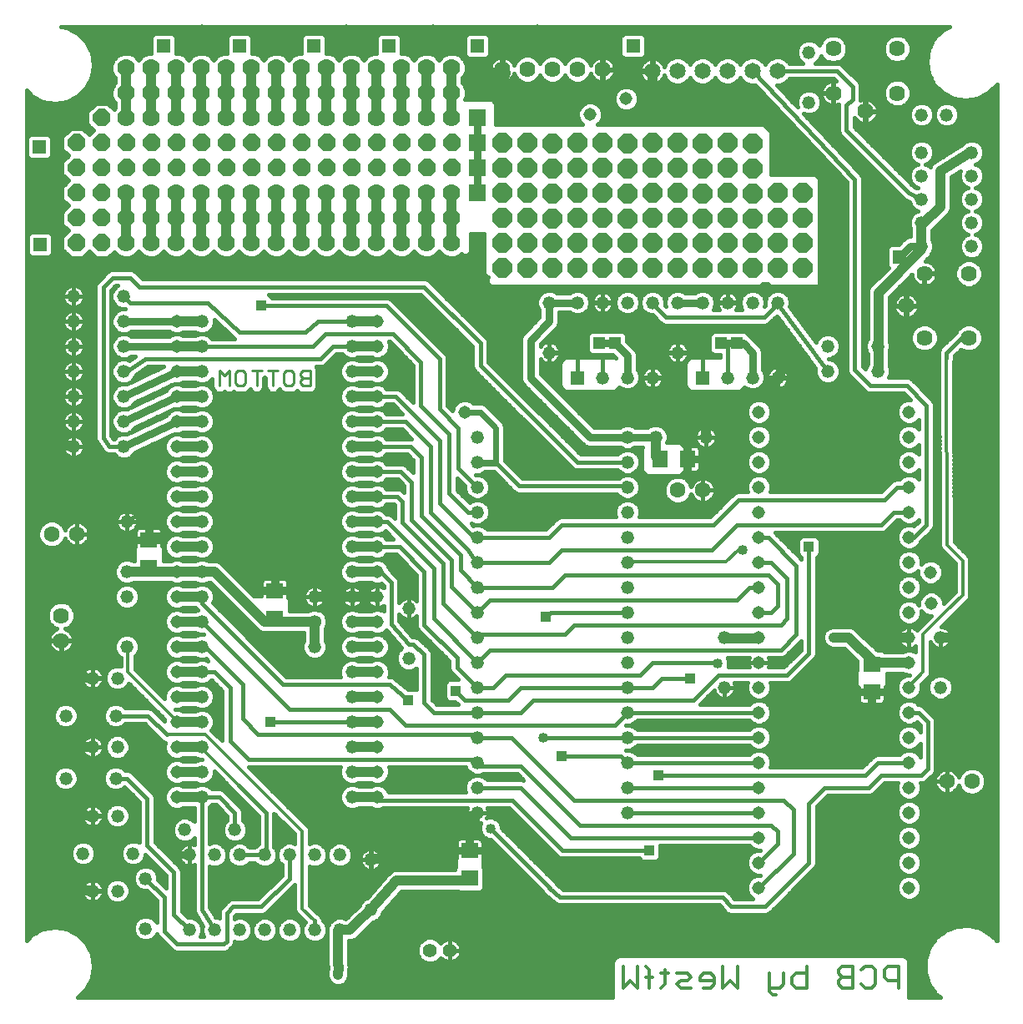
<source format=gbl>
G75*
%MOIN*%
%OFA0B0*%
%FSLAX25Y25*%
%IPPOS*%
%LPD*%
%AMOC8*
5,1,8,0,0,1.08239X$1,22.5*
%
%ADD10C,0.01400*%
%ADD11C,0.01100*%
%ADD12C,0.05200*%
%ADD13C,0.05150*%
%ADD14C,0.06378*%
%ADD15C,0.06480*%
%ADD16R,0.06299X0.07087*%
%ADD17R,0.07087X0.06299*%
%ADD18C,0.06300*%
%ADD19C,0.05600*%
%ADD20R,0.05200X0.05200*%
%ADD21C,0.03937*%
%ADD22C,0.01575*%
%ADD23C,0.04016*%
%ADD24C,0.03150*%
%ADD25C,0.05354*%
%ADD26C,0.02362*%
%ADD27R,0.07000X0.07000*%
%ADD28R,0.05354X0.05354*%
%ADD29R,0.04685X0.04685*%
%ADD30OC8,0.05354*%
%ADD31R,0.04016X0.04016*%
%ADD32C,0.01181*%
%ADD33OC8,0.07000*%
%ADD34OC8,0.07874*%
%ADD35C,0.07000*%
D10*
X0270647Y0011862D02*
X0270647Y0020470D01*
X0276386Y0020470D02*
X0276386Y0011862D01*
X0273516Y0014732D01*
X0270647Y0011862D01*
X0279655Y0016166D02*
X0282524Y0016166D01*
X0281090Y0019035D02*
X0281090Y0011862D01*
X0285794Y0011862D02*
X0287228Y0013297D01*
X0287228Y0019035D01*
X0285794Y0017601D02*
X0288663Y0017601D01*
X0292132Y0017601D02*
X0296436Y0017601D01*
X0297871Y0016166D01*
X0296436Y0014732D01*
X0293567Y0014732D01*
X0292132Y0013297D01*
X0293567Y0011862D01*
X0297871Y0011862D01*
X0301340Y0014732D02*
X0307078Y0014732D01*
X0307078Y0016166D02*
X0305644Y0017601D01*
X0302775Y0017601D01*
X0301340Y0016166D01*
X0301340Y0014732D01*
X0302775Y0011862D02*
X0305644Y0011862D01*
X0307078Y0013297D01*
X0307078Y0016166D01*
X0310548Y0011862D02*
X0310548Y0020470D01*
X0316286Y0020470D02*
X0316286Y0011862D01*
X0313417Y0014732D01*
X0310548Y0011862D01*
X0328964Y0011862D02*
X0333267Y0011862D01*
X0334702Y0013297D01*
X0334702Y0017601D01*
X0338172Y0016166D02*
X0339606Y0017601D01*
X0343910Y0017601D01*
X0343910Y0020470D02*
X0343910Y0011862D01*
X0339606Y0011862D01*
X0338172Y0013297D01*
X0338172Y0016166D01*
X0331833Y0008993D02*
X0330398Y0008993D01*
X0328964Y0010428D01*
X0328964Y0017601D01*
X0356587Y0017601D02*
X0358022Y0016166D01*
X0362326Y0016166D01*
X0362326Y0011862D02*
X0358022Y0011862D01*
X0356587Y0013297D01*
X0356587Y0014732D01*
X0358022Y0016166D01*
X0356587Y0017601D02*
X0356587Y0019035D01*
X0358022Y0020470D01*
X0362326Y0020470D01*
X0362326Y0011862D01*
X0365795Y0013297D02*
X0367230Y0011862D01*
X0370099Y0011862D01*
X0371533Y0013297D01*
X0371533Y0019035D01*
X0370099Y0020470D01*
X0367230Y0020470D01*
X0365795Y0019035D01*
X0375003Y0019035D02*
X0375003Y0016166D01*
X0376438Y0014732D01*
X0380741Y0014732D01*
X0380741Y0011862D02*
X0380741Y0020470D01*
X0376438Y0020470D01*
X0375003Y0019035D01*
X0281090Y0019035D02*
X0279655Y0020470D01*
D11*
X0145579Y0252337D02*
X0142626Y0252337D01*
X0141642Y0253322D01*
X0141642Y0254306D01*
X0142626Y0255290D01*
X0145579Y0255290D01*
X0145579Y0258242D02*
X0145579Y0252337D01*
X0142626Y0255290D02*
X0141642Y0256274D01*
X0141642Y0257258D01*
X0142626Y0258242D01*
X0145579Y0258242D01*
X0139133Y0257258D02*
X0139133Y0253322D01*
X0138149Y0252337D01*
X0136181Y0252337D01*
X0135197Y0253322D01*
X0135197Y0257258D01*
X0136181Y0258242D01*
X0138149Y0258242D01*
X0139133Y0257258D01*
X0132688Y0258242D02*
X0128751Y0258242D01*
X0130719Y0258242D02*
X0130719Y0252337D01*
X0126242Y0258242D02*
X0122306Y0258242D01*
X0124274Y0258242D02*
X0124274Y0252337D01*
X0119797Y0253322D02*
X0118813Y0252337D01*
X0116844Y0252337D01*
X0115860Y0253322D01*
X0115860Y0257258D01*
X0116844Y0258242D01*
X0118813Y0258242D01*
X0119797Y0257258D01*
X0119797Y0253322D01*
X0113351Y0252337D02*
X0113351Y0258242D01*
X0111383Y0256274D01*
X0109415Y0258242D01*
X0109415Y0252337D01*
D12*
X0102379Y0248037D03*
X0102379Y0238037D03*
X0102379Y0228037D03*
X0102379Y0218037D03*
X0102379Y0208037D03*
X0102379Y0198037D03*
X0102379Y0188037D03*
X0102379Y0178037D03*
X0102379Y0168037D03*
X0102379Y0158037D03*
X0102379Y0148037D03*
X0102379Y0138037D03*
X0102379Y0128037D03*
X0102379Y0118037D03*
X0102379Y0108037D03*
X0102379Y0098037D03*
X0102379Y0088037D03*
X0095529Y0074935D03*
X0097411Y0064927D03*
X0107411Y0064927D03*
X0117411Y0064927D03*
X0127411Y0064927D03*
X0137411Y0064927D03*
X0147411Y0064927D03*
X0157411Y0064927D03*
X0169879Y0063037D03*
X0169879Y0043037D03*
X0157411Y0034927D03*
X0147411Y0034927D03*
X0137411Y0034927D03*
X0127411Y0034927D03*
X0117411Y0034927D03*
X0107411Y0034927D03*
X0097411Y0034927D03*
X0079879Y0035537D03*
X0068630Y0050537D03*
X0058630Y0050537D03*
X0054879Y0065537D03*
X0074879Y0065537D03*
X0079879Y0055537D03*
X0068630Y0080537D03*
X0058630Y0080537D03*
X0068004Y0095537D03*
X0068630Y0108037D03*
X0058630Y0108037D03*
X0068004Y0120537D03*
X0068630Y0135537D03*
X0058630Y0135537D03*
X0048004Y0120537D03*
X0048004Y0095537D03*
X0072379Y0148037D03*
X0072379Y0168037D03*
X0072379Y0178037D03*
X0072379Y0198037D03*
X0071129Y0228037D03*
X0071129Y0238037D03*
X0071129Y0248037D03*
X0071129Y0258037D03*
X0071129Y0268037D03*
X0071129Y0278037D03*
X0071129Y0288037D03*
X0051129Y0288037D03*
X0051129Y0278037D03*
X0051129Y0268037D03*
X0051129Y0258037D03*
X0051129Y0248037D03*
X0051129Y0238037D03*
X0051129Y0228037D03*
X0102379Y0258037D03*
X0102379Y0268037D03*
X0102379Y0278037D03*
X0162379Y0278037D03*
X0162379Y0268037D03*
X0162379Y0258037D03*
X0162379Y0248037D03*
X0162379Y0238037D03*
X0162379Y0228037D03*
X0162379Y0218037D03*
X0162379Y0208037D03*
X0162379Y0198037D03*
X0162379Y0188037D03*
X0162379Y0178037D03*
X0162379Y0168037D03*
X0162379Y0158037D03*
X0162379Y0148037D03*
X0162379Y0138037D03*
X0162379Y0128037D03*
X0162379Y0118037D03*
X0162379Y0108037D03*
X0162379Y0098037D03*
X0162379Y0088037D03*
X0115529Y0074935D03*
X0184929Y0143397D03*
X0184929Y0163397D03*
X0212379Y0161787D03*
X0212379Y0171787D03*
X0212379Y0181787D03*
X0212379Y0191787D03*
X0212379Y0201787D03*
X0212379Y0211787D03*
X0212379Y0221787D03*
X0212379Y0231787D03*
X0241129Y0265537D03*
X0262379Y0255537D03*
X0272379Y0255537D03*
X0282379Y0255537D03*
X0292379Y0265537D03*
X0312379Y0255537D03*
X0322379Y0255537D03*
X0332379Y0255537D03*
X0352379Y0258037D03*
X0352379Y0268037D03*
X0372379Y0268037D03*
X0372379Y0258037D03*
X0332379Y0285537D03*
X0322379Y0285537D03*
X0312379Y0285537D03*
X0302379Y0285537D03*
X0292379Y0285537D03*
X0282379Y0285537D03*
X0272379Y0285537D03*
X0262379Y0285537D03*
X0252379Y0285537D03*
X0241129Y0285537D03*
X0272379Y0231787D03*
X0283629Y0231787D03*
X0272379Y0221787D03*
X0272379Y0211787D03*
X0272379Y0201787D03*
X0272379Y0191787D03*
X0272379Y0181787D03*
X0272379Y0171787D03*
X0272379Y0161787D03*
X0272379Y0151787D03*
X0272379Y0141787D03*
X0272379Y0131787D03*
X0272379Y0121787D03*
X0272379Y0111787D03*
X0272379Y0101787D03*
X0272379Y0091787D03*
X0272379Y0081787D03*
X0212379Y0081787D03*
X0212379Y0091787D03*
X0212379Y0101787D03*
X0212379Y0111787D03*
X0212379Y0121787D03*
X0212379Y0131787D03*
X0212379Y0141787D03*
X0212379Y0151787D03*
X0147379Y0148037D03*
X0147379Y0168037D03*
X0303629Y0231787D03*
X0389879Y0308037D03*
X0389879Y0317412D03*
X0389879Y0326787D03*
X0389879Y0336162D03*
X0389879Y0345537D03*
X0409879Y0345537D03*
X0409879Y0336162D03*
X0409879Y0326787D03*
X0409879Y0317412D03*
X0409879Y0308037D03*
X0399879Y0360537D03*
X0389879Y0360537D03*
X0344879Y0365537D03*
X0344879Y0385537D03*
X0311129Y0151787D03*
X0311129Y0131787D03*
X0397379Y0131787D03*
X0397379Y0151787D03*
D13*
X0384879Y0151787D03*
X0384879Y0141787D03*
X0384879Y0131787D03*
X0384879Y0121787D03*
X0384879Y0111787D03*
X0384879Y0101787D03*
X0384879Y0091787D03*
X0384879Y0081787D03*
X0384879Y0071787D03*
X0384879Y0061787D03*
X0384879Y0051787D03*
X0324879Y0051787D03*
X0324879Y0061787D03*
X0324879Y0071787D03*
X0324879Y0081787D03*
X0324879Y0091787D03*
X0324879Y0101787D03*
X0324879Y0111787D03*
X0324879Y0121787D03*
X0324879Y0131787D03*
X0324879Y0141787D03*
X0324879Y0151787D03*
X0324879Y0161787D03*
X0324879Y0171787D03*
X0324879Y0181787D03*
X0324879Y0191787D03*
X0324879Y0201787D03*
X0324879Y0211787D03*
X0324879Y0221787D03*
X0324879Y0231787D03*
X0324879Y0241787D03*
X0384879Y0241787D03*
X0384879Y0231787D03*
X0384879Y0221787D03*
X0384879Y0211787D03*
X0384879Y0201787D03*
X0384879Y0191787D03*
X0384879Y0181787D03*
X0393433Y0177780D03*
X0384879Y0171787D03*
X0384879Y0161787D03*
X0393746Y0165276D03*
X0207379Y0241787D03*
X0172379Y0238037D03*
X0172379Y0228037D03*
X0172379Y0218037D03*
X0172379Y0208037D03*
X0172379Y0198037D03*
X0172379Y0188037D03*
X0172379Y0178037D03*
X0172379Y0168037D03*
X0172379Y0158037D03*
X0172379Y0148037D03*
X0172379Y0138037D03*
X0172379Y0128037D03*
X0172379Y0118037D03*
X0172379Y0108037D03*
X0172379Y0098037D03*
X0172379Y0088037D03*
X0092379Y0088037D03*
X0092379Y0098037D03*
X0092379Y0108037D03*
X0092379Y0118037D03*
X0092379Y0128037D03*
X0092379Y0138037D03*
X0092379Y0148037D03*
X0092379Y0158037D03*
X0092379Y0168037D03*
X0092379Y0178037D03*
X0092379Y0188037D03*
X0092379Y0198037D03*
X0092379Y0208037D03*
X0092379Y0218037D03*
X0092379Y0228037D03*
X0092379Y0238037D03*
X0092379Y0248037D03*
X0092379Y0258037D03*
X0092379Y0268037D03*
X0092379Y0278037D03*
X0172379Y0278037D03*
X0172379Y0268037D03*
X0172379Y0258037D03*
X0172379Y0248037D03*
X0257440Y0360651D03*
X0271832Y0366903D03*
D14*
X0262379Y0378663D03*
X0252379Y0378663D03*
X0242379Y0378663D03*
X0232379Y0378663D03*
X0222379Y0378663D03*
X0354584Y0386896D03*
X0354584Y0369179D03*
X0367379Y0361896D03*
X0380174Y0369179D03*
X0380174Y0386896D03*
X0391021Y0297083D03*
X0383737Y0284287D03*
X0391021Y0271492D03*
X0408737Y0271492D03*
X0408737Y0297083D03*
X0046129Y0160537D03*
X0046129Y0150537D03*
D15*
X0282379Y0378037D03*
X0292379Y0378037D03*
X0302379Y0378037D03*
X0312379Y0378037D03*
X0322379Y0378037D03*
X0332379Y0378037D03*
D16*
X0296328Y0223037D03*
X0285304Y0223037D03*
D17*
X0369988Y0141091D03*
X0369988Y0130067D03*
X0209254Y0066674D03*
X0209254Y0055651D03*
X0131441Y0159401D03*
X0131441Y0170424D03*
X0081129Y0179713D03*
X0081129Y0190737D03*
D18*
X0052385Y0193097D03*
X0042385Y0193097D03*
X0292465Y0210603D03*
X0302465Y0210603D03*
X0400000Y0094316D03*
X0410000Y0094316D03*
D19*
X0201370Y0026794D03*
X0193496Y0026794D03*
D20*
X0252379Y0255537D03*
X0302379Y0255537D03*
D21*
X0308004Y0248662D02*
X0303614Y0242388D01*
X0303614Y0232816D01*
X0303629Y0231787D01*
X0308004Y0248662D02*
X0328316Y0248662D01*
X0333629Y0257725D01*
X0333629Y0261787D01*
X0350504Y0278662D02*
X0350504Y0335537D01*
X0324879Y0360537D01*
X0280233Y0360537D01*
X0282733Y0377585D01*
X0282379Y0378037D01*
X0223737Y0377266D02*
X0222379Y0372781D01*
X0222379Y0370537D01*
X0218914Y0375518D02*
X0217379Y0375537D01*
X0217379Y0378037D01*
X0218914Y0375518D02*
X0222359Y0378644D01*
X0222379Y0378663D01*
X0223737Y0377266D01*
X0202066Y0379287D02*
X0202066Y0369287D01*
X0202066Y0359287D01*
X0192066Y0359287D02*
X0192066Y0369287D01*
X0192066Y0379287D01*
X0182066Y0379287D02*
X0182066Y0369287D01*
X0182066Y0359287D01*
X0172066Y0359287D02*
X0172066Y0369287D01*
X0172066Y0379287D01*
X0162066Y0379287D02*
X0162066Y0369287D01*
X0162066Y0359287D01*
X0152066Y0359287D02*
X0152066Y0369287D01*
X0152066Y0379287D01*
X0142066Y0379287D02*
X0142066Y0369287D01*
X0142066Y0359287D01*
X0132066Y0359287D02*
X0132066Y0369287D01*
X0132066Y0379287D01*
X0122066Y0379287D02*
X0122066Y0369287D01*
X0122066Y0359287D01*
X0112066Y0359287D02*
X0112066Y0369287D01*
X0112066Y0379287D01*
X0102066Y0379287D02*
X0102066Y0369287D01*
X0102066Y0359287D01*
X0092066Y0359287D02*
X0092066Y0369287D01*
X0092066Y0379287D01*
X0082066Y0379287D02*
X0082066Y0369287D01*
X0082066Y0359287D01*
X0072066Y0359287D02*
X0072066Y0369287D01*
X0072066Y0379287D01*
X0064254Y0373037D02*
X0064254Y0388037D01*
X0064254Y0373037D02*
X0052379Y0360537D01*
X0034879Y0355537D01*
X0072066Y0329287D02*
X0072066Y0319287D01*
X0072066Y0309287D01*
X0082066Y0309287D02*
X0082066Y0319287D01*
X0082066Y0329287D01*
X0092066Y0329287D02*
X0092066Y0319287D01*
X0092066Y0309287D01*
X0102066Y0309287D02*
X0102066Y0319287D01*
X0102066Y0329287D01*
X0112066Y0329287D02*
X0112066Y0319287D01*
X0112066Y0309287D01*
X0122066Y0309287D02*
X0122066Y0319287D01*
X0122066Y0329287D01*
X0132066Y0329287D02*
X0132066Y0319287D01*
X0132066Y0309287D01*
X0142066Y0309287D02*
X0142066Y0319287D01*
X0142066Y0329287D01*
X0152066Y0329287D02*
X0152066Y0319287D01*
X0152066Y0309287D01*
X0162066Y0309287D02*
X0162066Y0319287D01*
X0162066Y0329287D01*
X0172066Y0329287D02*
X0172066Y0319287D01*
X0172066Y0309287D01*
X0182066Y0309287D02*
X0182066Y0319287D01*
X0182066Y0329287D01*
X0192066Y0329287D02*
X0192066Y0319287D01*
X0192066Y0309287D01*
X0202066Y0309287D02*
X0202066Y0319287D01*
X0202066Y0329287D01*
X0172379Y0278037D02*
X0162379Y0278037D01*
X0162379Y0268037D02*
X0172379Y0268037D01*
X0172379Y0258037D02*
X0162379Y0258037D01*
X0162379Y0248037D02*
X0172379Y0248037D01*
X0172379Y0238037D02*
X0162379Y0238037D01*
X0162379Y0228037D02*
X0172379Y0228037D01*
X0172379Y0218037D02*
X0162379Y0218037D01*
X0162379Y0208037D02*
X0172379Y0208037D01*
X0172379Y0198037D02*
X0162379Y0198037D01*
X0162379Y0188037D02*
X0172379Y0188037D01*
X0172379Y0178037D02*
X0162379Y0178037D01*
X0162379Y0168037D02*
X0147379Y0168037D01*
X0147379Y0158037D02*
X0147379Y0148037D01*
X0147379Y0158037D02*
X0131441Y0158037D01*
X0131441Y0159401D01*
X0131441Y0158037D02*
X0127379Y0158037D01*
X0107379Y0178037D01*
X0102379Y0178037D01*
X0092379Y0178037D01*
X0082804Y0178037D01*
X0082724Y0178039D01*
X0082645Y0178045D01*
X0082565Y0178054D01*
X0082487Y0178067D01*
X0082409Y0178084D01*
X0082332Y0178105D01*
X0082256Y0178129D01*
X0082181Y0178157D01*
X0082108Y0178188D01*
X0082036Y0178223D01*
X0081966Y0178262D01*
X0081898Y0178303D01*
X0081832Y0178348D01*
X0081768Y0178396D01*
X0081706Y0178446D01*
X0081647Y0178500D01*
X0081591Y0178556D01*
X0081537Y0178615D01*
X0081487Y0178677D01*
X0081439Y0178741D01*
X0081394Y0178807D01*
X0081353Y0178875D01*
X0081314Y0178945D01*
X0081279Y0179017D01*
X0081248Y0179090D01*
X0081220Y0179165D01*
X0081196Y0179241D01*
X0081175Y0179318D01*
X0081158Y0179396D01*
X0081145Y0179474D01*
X0081136Y0179554D01*
X0081130Y0179633D01*
X0081128Y0179713D01*
X0072379Y0178037D02*
X0092379Y0178037D01*
X0092377Y0178070D01*
X0092372Y0178102D01*
X0092364Y0178134D01*
X0092352Y0178164D01*
X0092337Y0178194D01*
X0092319Y0178221D01*
X0092299Y0178246D01*
X0092275Y0178270D01*
X0092250Y0178290D01*
X0092223Y0178308D01*
X0092193Y0178323D01*
X0092163Y0178335D01*
X0092131Y0178343D01*
X0092099Y0178348D01*
X0092066Y0178350D01*
X0092379Y0188037D02*
X0102379Y0188037D01*
X0102379Y0198037D02*
X0092379Y0198037D01*
X0092379Y0208037D02*
X0102379Y0208037D01*
X0102379Y0218037D02*
X0092379Y0218037D01*
X0092379Y0228037D02*
X0102379Y0228037D01*
X0102379Y0238037D02*
X0092379Y0238037D01*
X0092379Y0248037D02*
X0102379Y0248037D01*
X0102379Y0258037D02*
X0092379Y0258037D01*
X0092379Y0268037D02*
X0102379Y0268037D01*
X0102379Y0278037D02*
X0092379Y0278037D01*
X0050883Y0228411D02*
X0034879Y0228252D01*
X0034879Y0135754D01*
X0054761Y0135754D01*
X0058630Y0135537D01*
X0034879Y0135754D02*
X0034879Y0108195D01*
X0054761Y0108195D01*
X0058630Y0108037D01*
X0034879Y0108195D02*
X0034879Y0080636D01*
X0054761Y0080636D01*
X0058630Y0080537D01*
X0034879Y0080636D02*
X0034879Y0051010D01*
X0054761Y0051010D01*
X0058630Y0050537D01*
X0034879Y0051010D02*
X0034879Y0038037D01*
X0062379Y0010537D02*
X0183087Y0010537D01*
X0156754Y0017100D02*
X0156906Y0020065D01*
X0156837Y0021315D01*
X0156837Y0034370D01*
X0157394Y0034927D02*
X0157411Y0034927D01*
X0161492Y0034927D01*
X0164485Y0037919D01*
X0169308Y0042742D01*
X0169879Y0043037D01*
X0180191Y0054600D01*
X0208203Y0054600D01*
X0208266Y0054602D01*
X0208330Y0054608D01*
X0208392Y0054617D01*
X0208455Y0054631D01*
X0208516Y0054648D01*
X0208576Y0054668D01*
X0208634Y0054693D01*
X0208691Y0054720D01*
X0208747Y0054752D01*
X0208800Y0054786D01*
X0208851Y0054824D01*
X0208900Y0054864D01*
X0208946Y0054908D01*
X0208990Y0054954D01*
X0209030Y0055003D01*
X0209068Y0055054D01*
X0209102Y0055107D01*
X0209134Y0055163D01*
X0209161Y0055220D01*
X0209186Y0055278D01*
X0209206Y0055338D01*
X0209223Y0055399D01*
X0209237Y0055462D01*
X0209246Y0055524D01*
X0209252Y0055588D01*
X0209254Y0055651D01*
X0194111Y0063411D02*
X0212024Y0081325D01*
X0212379Y0081787D01*
X0194111Y0063411D02*
X0171375Y0063411D01*
X0169879Y0063037D01*
X0169997Y0062644D01*
X0172379Y0088037D02*
X0162379Y0088037D01*
X0162379Y0098037D02*
X0172379Y0098037D01*
X0172379Y0108037D02*
X0162379Y0108037D01*
X0162379Y0118037D02*
X0172379Y0118037D01*
X0172379Y0128037D02*
X0162379Y0128037D01*
X0162379Y0138037D02*
X0172379Y0138037D01*
X0172379Y0148037D02*
X0162379Y0148037D01*
X0162379Y0158037D02*
X0172379Y0158037D01*
X0172379Y0168037D02*
X0162379Y0168037D01*
X0117379Y0183037D02*
X0117379Y0193037D01*
X0117379Y0203037D01*
X0117379Y0213037D01*
X0072379Y0198037D02*
X0072162Y0198451D01*
X0092379Y0168037D02*
X0102379Y0168037D01*
X0102379Y0158037D02*
X0092379Y0158037D01*
X0092379Y0148037D02*
X0102379Y0148037D01*
X0102379Y0138037D02*
X0092379Y0138037D01*
X0092379Y0128037D02*
X0102379Y0128037D01*
X0102379Y0118037D02*
X0092379Y0118037D01*
X0092379Y0108037D02*
X0102379Y0108037D01*
X0102379Y0098037D02*
X0092379Y0098037D01*
X0092379Y0088037D02*
X0102379Y0088037D01*
X0271965Y0212230D02*
X0272379Y0211787D01*
X0283629Y0224713D02*
X0283629Y0231787D01*
X0283628Y0224713D02*
X0283630Y0224633D01*
X0283636Y0224554D01*
X0283645Y0224474D01*
X0283658Y0224396D01*
X0283675Y0224318D01*
X0283696Y0224241D01*
X0283720Y0224165D01*
X0283748Y0224090D01*
X0283779Y0224017D01*
X0283814Y0223945D01*
X0283853Y0223875D01*
X0283894Y0223807D01*
X0283939Y0223741D01*
X0283987Y0223677D01*
X0284037Y0223615D01*
X0284091Y0223556D01*
X0284147Y0223500D01*
X0284206Y0223446D01*
X0284268Y0223396D01*
X0284332Y0223348D01*
X0284398Y0223303D01*
X0284466Y0223262D01*
X0284536Y0223223D01*
X0284608Y0223188D01*
X0284681Y0223157D01*
X0284756Y0223129D01*
X0284832Y0223105D01*
X0284909Y0223084D01*
X0284987Y0223067D01*
X0285065Y0223054D01*
X0285145Y0223045D01*
X0285224Y0223039D01*
X0285304Y0223037D01*
X0372379Y0258037D02*
X0372556Y0258392D01*
X0372556Y0268037D01*
X0372379Y0268037D01*
X0372556Y0268037D02*
X0372556Y0289396D01*
X0389780Y0306620D01*
X0389879Y0308037D01*
X0389780Y0307309D01*
X0389780Y0316266D01*
X0389879Y0317412D01*
X0390469Y0316955D01*
X0397359Y0323844D01*
X0397359Y0338136D01*
X0409136Y0345537D01*
X0409761Y0345104D01*
X0409879Y0345537D01*
X0417379Y0355183D02*
X0417379Y0263037D01*
X0412379Y0258037D01*
X0412379Y0151600D01*
X0396670Y0151600D01*
X0397379Y0151787D01*
X0384879Y0151787D02*
X0384269Y0151600D01*
X0378821Y0151778D01*
X0372620Y0151778D01*
X0371178Y0141763D02*
X0382891Y0141763D01*
X0384269Y0141266D01*
X0384879Y0141787D01*
X0371178Y0141763D02*
X0360715Y0151600D01*
X0355066Y0151600D01*
X0354879Y0151787D01*
X0369988Y0141091D02*
X0370506Y0141091D01*
X0370556Y0141093D01*
X0370606Y0141099D01*
X0370656Y0141108D01*
X0370704Y0141121D01*
X0370752Y0141137D01*
X0370798Y0141158D01*
X0370842Y0141181D01*
X0370885Y0141208D01*
X0370925Y0141238D01*
X0370963Y0141270D01*
X0370999Y0141306D01*
X0371031Y0141344D01*
X0371061Y0141384D01*
X0371088Y0141427D01*
X0371111Y0141471D01*
X0371132Y0141517D01*
X0371148Y0141565D01*
X0371161Y0141613D01*
X0371170Y0141663D01*
X0371176Y0141713D01*
X0371178Y0141763D01*
X0324879Y0151787D02*
X0324328Y0151522D01*
X0311237Y0151522D01*
X0311129Y0151787D01*
X0051129Y0228037D02*
X0050883Y0228411D01*
X0367379Y0361896D02*
X0367733Y0361738D01*
D22*
X0032241Y0370330D02*
X0032241Y0030833D01*
X0034504Y0033097D01*
X0034504Y0033097D01*
X0034504Y0033097D01*
X0038832Y0035302D01*
X0038832Y0035302D01*
X0043629Y0036061D01*
X0043629Y0036061D01*
X0048426Y0035302D01*
X0048426Y0035302D01*
X0052754Y0033097D01*
X0052754Y0033097D01*
X0056188Y0029662D01*
X0056188Y0029662D01*
X0058393Y0025335D01*
X0058393Y0025335D01*
X0059153Y0020537D01*
X0058393Y0015740D01*
X0058393Y0015740D01*
X0056188Y0011413D01*
X0056188Y0011413D01*
X0052754Y0007978D01*
X0052754Y0007978D01*
X0052599Y0007900D01*
X0266419Y0007900D01*
X0266419Y0022341D01*
X0266839Y0023354D01*
X0267614Y0024129D01*
X0268627Y0024548D01*
X0381475Y0024548D01*
X0382572Y0024548D01*
X0383585Y0024129D01*
X0384360Y0023354D01*
X0384779Y0022341D01*
X0384779Y0007900D01*
X0397534Y0007900D01*
X0395503Y0009519D01*
X0395503Y0009519D01*
X0395503Y0009519D01*
X0392783Y0013508D01*
X0392783Y0013509D01*
X0391360Y0018123D01*
X0391360Y0022952D01*
X0392783Y0027566D01*
X0392783Y0027566D01*
X0395503Y0031556D01*
X0395503Y0031556D01*
X0395503Y0031556D01*
X0399279Y0034567D01*
X0399279Y0034567D01*
X0403774Y0036331D01*
X0403774Y0036331D01*
X0408589Y0036692D01*
X0408589Y0036692D01*
X0413297Y0035618D01*
X0413297Y0035618D01*
X0417479Y0033203D01*
X0417479Y0033203D01*
X0419938Y0030553D01*
X0419938Y0372800D01*
X0419887Y0372700D01*
X0419887Y0372700D01*
X0416466Y0369279D01*
X0416466Y0369279D01*
X0412156Y0367083D01*
X0407379Y0366327D01*
X0402601Y0367083D01*
X0398291Y0369279D01*
X0394871Y0372700D01*
X0394871Y0372700D01*
X0392675Y0377010D01*
X0392675Y0377010D01*
X0391918Y0381787D01*
X0391918Y0381787D01*
X0392675Y0386565D01*
X0392675Y0386565D01*
X0394871Y0390875D01*
X0394871Y0390875D01*
X0398291Y0394295D01*
X0398291Y0394295D01*
X0400903Y0395626D01*
X0045978Y0395626D01*
X0048406Y0395241D01*
X0048406Y0395241D01*
X0052716Y0393045D01*
X0052716Y0393045D01*
X0056137Y0389625D01*
X0056137Y0389625D01*
X0058333Y0385315D01*
X0058333Y0385315D01*
X0059089Y0380537D01*
X0058333Y0375760D01*
X0058333Y0375760D01*
X0056137Y0371450D01*
X0056137Y0371450D01*
X0052716Y0368029D01*
X0052716Y0368029D01*
X0048406Y0365833D01*
X0048406Y0365833D01*
X0043629Y0365077D01*
X0043629Y0365077D01*
X0038851Y0365833D01*
X0038851Y0365833D01*
X0034541Y0368029D01*
X0034541Y0368029D01*
X0032241Y0370330D01*
X0032241Y0368973D02*
X0033598Y0368973D01*
X0032241Y0367400D02*
X0035777Y0367400D01*
X0038895Y0365826D02*
X0032241Y0365826D01*
X0032241Y0364253D02*
X0059054Y0364253D01*
X0059951Y0365150D02*
X0056517Y0361716D01*
X0056517Y0356859D01*
X0059088Y0354287D01*
X0057379Y0352578D01*
X0054807Y0355150D01*
X0049951Y0355150D01*
X0046517Y0351716D01*
X0046517Y0346859D01*
X0049088Y0344287D01*
X0046517Y0341716D01*
X0046517Y0336859D01*
X0049088Y0334287D01*
X0046517Y0331716D01*
X0046517Y0326859D01*
X0049088Y0324287D01*
X0046517Y0321716D01*
X0046517Y0316859D01*
X0049088Y0314287D01*
X0046517Y0311716D01*
X0046517Y0306859D01*
X0049951Y0303425D01*
X0054807Y0303425D01*
X0057379Y0305997D01*
X0059951Y0303425D01*
X0064807Y0303425D01*
X0067223Y0305841D01*
X0068746Y0304318D01*
X0070900Y0303425D01*
X0073232Y0303425D01*
X0075387Y0304318D01*
X0077036Y0305967D01*
X0077066Y0306040D01*
X0077097Y0305967D01*
X0078746Y0304318D01*
X0080900Y0303425D01*
X0083232Y0303425D01*
X0085387Y0304318D01*
X0087036Y0305967D01*
X0087066Y0306040D01*
X0087097Y0305967D01*
X0088746Y0304318D01*
X0090900Y0303425D01*
X0093232Y0303425D01*
X0095387Y0304318D01*
X0097036Y0305967D01*
X0097066Y0306040D01*
X0097097Y0305967D01*
X0098746Y0304318D01*
X0100900Y0303425D01*
X0103232Y0303425D01*
X0105387Y0304318D01*
X0107036Y0305967D01*
X0107066Y0306040D01*
X0107097Y0305967D01*
X0108746Y0304318D01*
X0110900Y0303425D01*
X0113232Y0303425D01*
X0115387Y0304318D01*
X0117036Y0305967D01*
X0117066Y0306040D01*
X0117097Y0305967D01*
X0118746Y0304318D01*
X0120900Y0303425D01*
X0123232Y0303425D01*
X0125387Y0304318D01*
X0127036Y0305967D01*
X0127066Y0306040D01*
X0127097Y0305967D01*
X0128746Y0304318D01*
X0130900Y0303425D01*
X0133232Y0303425D01*
X0135387Y0304318D01*
X0137036Y0305967D01*
X0137066Y0306040D01*
X0137097Y0305967D01*
X0138746Y0304318D01*
X0140900Y0303425D01*
X0143232Y0303425D01*
X0145387Y0304318D01*
X0147036Y0305967D01*
X0147066Y0306040D01*
X0147097Y0305967D01*
X0148746Y0304318D01*
X0150900Y0303425D01*
X0153232Y0303425D01*
X0155387Y0304318D01*
X0157036Y0305967D01*
X0157066Y0306040D01*
X0157097Y0305967D01*
X0158746Y0304318D01*
X0160900Y0303425D01*
X0163232Y0303425D01*
X0165387Y0304318D01*
X0167036Y0305967D01*
X0167066Y0306040D01*
X0167097Y0305967D01*
X0168746Y0304318D01*
X0170900Y0303425D01*
X0173232Y0303425D01*
X0175387Y0304318D01*
X0177036Y0305967D01*
X0177066Y0306040D01*
X0177097Y0305967D01*
X0178746Y0304318D01*
X0180900Y0303425D01*
X0183232Y0303425D01*
X0185387Y0304318D01*
X0187036Y0305967D01*
X0187066Y0306040D01*
X0187097Y0305967D01*
X0188746Y0304318D01*
X0190900Y0303425D01*
X0193232Y0303425D01*
X0195387Y0304318D01*
X0197036Y0305967D01*
X0197066Y0306040D01*
X0197097Y0305967D01*
X0198746Y0304318D01*
X0200900Y0303425D01*
X0203232Y0303425D01*
X0205387Y0304318D01*
X0205947Y0304878D01*
X0206400Y0304425D01*
X0208357Y0304425D01*
X0209741Y0305809D01*
X0209741Y0313175D01*
X0215017Y0313175D01*
X0215017Y0297059D01*
X0216400Y0295675D01*
X0216676Y0295675D01*
X0216267Y0295266D01*
X0216267Y0293309D01*
X0217650Y0291925D01*
X0325232Y0291925D01*
X0326482Y0293175D01*
X0328275Y0293175D01*
X0329525Y0291925D01*
X0348357Y0291925D01*
X0349741Y0293309D01*
X0349741Y0335266D01*
X0348357Y0336650D01*
X0329741Y0336650D01*
X0329741Y0355266D01*
X0328357Y0356650D01*
X0260420Y0356650D01*
X0261625Y0357854D01*
X0262377Y0359669D01*
X0262377Y0361633D01*
X0261625Y0363448D01*
X0260236Y0364836D01*
X0258422Y0365588D01*
X0256458Y0365588D01*
X0254643Y0364836D01*
X0253254Y0363448D01*
X0252503Y0361633D01*
X0252503Y0359669D01*
X0253254Y0357854D01*
X0254459Y0356650D01*
X0219741Y0356650D01*
X0219741Y0365266D01*
X0218357Y0366650D01*
X0207319Y0366650D01*
X0207928Y0368121D01*
X0207928Y0370453D01*
X0207036Y0372608D01*
X0206397Y0373247D01*
X0206397Y0375328D01*
X0207036Y0375967D01*
X0207928Y0378121D01*
X0207928Y0380453D01*
X0207036Y0382608D01*
X0205387Y0384257D01*
X0203232Y0385150D01*
X0200900Y0385150D01*
X0198746Y0384257D01*
X0197097Y0382608D01*
X0197066Y0382535D01*
X0197036Y0382608D01*
X0195387Y0384257D01*
X0193232Y0385150D01*
X0190900Y0385150D01*
X0188746Y0384257D01*
X0187097Y0382608D01*
X0187066Y0382535D01*
X0187036Y0382608D01*
X0185387Y0384257D01*
X0183232Y0385150D01*
X0182106Y0385150D01*
X0182106Y0391693D01*
X0180722Y0393077D01*
X0173411Y0393077D01*
X0172027Y0391693D01*
X0172027Y0385150D01*
X0170900Y0385150D01*
X0168746Y0384257D01*
X0167097Y0382608D01*
X0167066Y0382535D01*
X0167036Y0382608D01*
X0165387Y0384257D01*
X0163232Y0385150D01*
X0160900Y0385150D01*
X0158746Y0384257D01*
X0157097Y0382608D01*
X0157066Y0382535D01*
X0157036Y0382608D01*
X0155387Y0384257D01*
X0153232Y0385150D01*
X0152106Y0385150D01*
X0152106Y0391693D01*
X0150722Y0393077D01*
X0143411Y0393077D01*
X0142027Y0391693D01*
X0142027Y0385150D01*
X0140900Y0385150D01*
X0138746Y0384257D01*
X0137097Y0382608D01*
X0137066Y0382535D01*
X0137036Y0382608D01*
X0135387Y0384257D01*
X0133232Y0385150D01*
X0130900Y0385150D01*
X0128746Y0384257D01*
X0127097Y0382608D01*
X0127066Y0382535D01*
X0127036Y0382608D01*
X0125387Y0384257D01*
X0123232Y0385150D01*
X0122418Y0385150D01*
X0122418Y0391693D01*
X0121034Y0393077D01*
X0113723Y0393077D01*
X0112339Y0391693D01*
X0112339Y0385150D01*
X0110900Y0385150D01*
X0108746Y0384257D01*
X0107097Y0382608D01*
X0107066Y0382535D01*
X0107036Y0382608D01*
X0105387Y0384257D01*
X0103232Y0385150D01*
X0100900Y0385150D01*
X0098746Y0384257D01*
X0097097Y0382608D01*
X0097066Y0382535D01*
X0097036Y0382608D01*
X0095387Y0384257D01*
X0093232Y0385150D01*
X0092106Y0385150D01*
X0092106Y0391693D01*
X0090722Y0393077D01*
X0083411Y0393077D01*
X0082027Y0391693D01*
X0082027Y0385150D01*
X0080900Y0385150D01*
X0078746Y0384257D01*
X0077097Y0382608D01*
X0077066Y0382535D01*
X0077036Y0382608D01*
X0075387Y0384257D01*
X0073232Y0385150D01*
X0070900Y0385150D01*
X0068746Y0384257D01*
X0067097Y0382608D01*
X0066204Y0380453D01*
X0066204Y0378121D01*
X0067097Y0375967D01*
X0067736Y0375328D01*
X0067736Y0373247D01*
X0067097Y0372608D01*
X0066204Y0370453D01*
X0066204Y0368121D01*
X0067097Y0365967D01*
X0067736Y0365328D01*
X0067736Y0363247D01*
X0067223Y0362734D01*
X0064807Y0365150D01*
X0059951Y0365150D01*
X0057481Y0362680D02*
X0032241Y0362680D01*
X0032241Y0361106D02*
X0056517Y0361106D01*
X0056517Y0359533D02*
X0032241Y0359533D01*
X0032241Y0357960D02*
X0056517Y0357960D01*
X0056989Y0356387D02*
X0032241Y0356387D01*
X0032241Y0354813D02*
X0049614Y0354813D01*
X0048041Y0353240D02*
X0032241Y0353240D01*
X0033723Y0352764D02*
X0032339Y0351381D01*
X0032339Y0344069D01*
X0033723Y0342686D01*
X0041034Y0342686D01*
X0042418Y0344069D01*
X0042418Y0351381D01*
X0041034Y0352764D01*
X0033723Y0352764D01*
X0032625Y0351667D02*
X0032241Y0351667D01*
X0032241Y0350093D02*
X0032339Y0350093D01*
X0032339Y0348520D02*
X0032241Y0348520D01*
X0032241Y0346947D02*
X0032339Y0346947D01*
X0032339Y0345373D02*
X0032241Y0345373D01*
X0032241Y0343800D02*
X0032609Y0343800D01*
X0032241Y0342227D02*
X0047028Y0342227D01*
X0046517Y0340653D02*
X0032241Y0340653D01*
X0032241Y0339080D02*
X0046517Y0339080D01*
X0046517Y0337507D02*
X0032241Y0337507D01*
X0032241Y0335933D02*
X0047442Y0335933D01*
X0049016Y0334360D02*
X0032241Y0334360D01*
X0032241Y0332787D02*
X0047588Y0332787D01*
X0046517Y0331213D02*
X0032241Y0331213D01*
X0032241Y0329640D02*
X0046517Y0329640D01*
X0046517Y0328067D02*
X0032241Y0328067D01*
X0032241Y0326494D02*
X0046882Y0326494D01*
X0048456Y0324920D02*
X0032241Y0324920D01*
X0032241Y0323347D02*
X0048148Y0323347D01*
X0046575Y0321774D02*
X0032241Y0321774D01*
X0032241Y0320200D02*
X0046517Y0320200D01*
X0046517Y0318627D02*
X0032241Y0318627D01*
X0032241Y0317054D02*
X0046517Y0317054D01*
X0047895Y0315480D02*
X0032241Y0315480D01*
X0032241Y0313907D02*
X0048708Y0313907D01*
X0047135Y0312334D02*
X0042715Y0312334D01*
X0042731Y0312318D02*
X0041347Y0313702D01*
X0034036Y0313702D01*
X0032652Y0312318D01*
X0032652Y0305007D01*
X0034036Y0303623D01*
X0041347Y0303623D01*
X0042731Y0305007D01*
X0042731Y0312318D01*
X0042731Y0310760D02*
X0046517Y0310760D01*
X0046517Y0309187D02*
X0042731Y0309187D01*
X0042731Y0307614D02*
X0046517Y0307614D01*
X0047335Y0306040D02*
X0042731Y0306040D01*
X0042191Y0304467D02*
X0048909Y0304467D01*
X0055849Y0304467D02*
X0058909Y0304467D01*
X0065849Y0304467D02*
X0068596Y0304467D01*
X0066128Y0298687D02*
X0064971Y0298207D01*
X0061221Y0294457D01*
X0060335Y0293572D01*
X0059855Y0292414D01*
X0059855Y0231721D01*
X0059796Y0231347D01*
X0059855Y0231101D01*
X0059855Y0230848D01*
X0060000Y0230497D01*
X0060089Y0230128D01*
X0060238Y0229924D01*
X0060335Y0229690D01*
X0060603Y0229422D01*
X0062738Y0226487D01*
X0062835Y0226253D01*
X0063103Y0225985D01*
X0063326Y0225678D01*
X0063542Y0225546D01*
X0063721Y0225367D01*
X0064071Y0225222D01*
X0064395Y0225024D01*
X0064645Y0224985D01*
X0064878Y0224888D01*
X0065258Y0224888D01*
X0065633Y0224829D01*
X0065878Y0224888D01*
X0067261Y0224888D01*
X0068318Y0223831D01*
X0070142Y0223075D01*
X0072116Y0223075D01*
X0073940Y0223831D01*
X0075336Y0225227D01*
X0075562Y0225772D01*
X0091257Y0233158D01*
X0091397Y0233100D01*
X0093361Y0233100D01*
X0094825Y0233707D01*
X0099867Y0233707D01*
X0101392Y0233075D01*
X0103366Y0233075D01*
X0105190Y0233831D01*
X0106586Y0235227D01*
X0107341Y0237050D01*
X0107341Y0239024D01*
X0106586Y0240848D01*
X0105190Y0242244D01*
X0103366Y0243000D01*
X0101392Y0243000D01*
X0099867Y0242368D01*
X0094825Y0242368D01*
X0093361Y0242974D01*
X0091397Y0242974D01*
X0089582Y0242223D01*
X0088193Y0240834D01*
X0087980Y0240318D01*
X0072281Y0232931D01*
X0072116Y0233000D01*
X0070142Y0233000D01*
X0068318Y0232244D01*
X0067261Y0231187D01*
X0067109Y0231187D01*
X0066154Y0232499D01*
X0066154Y0290483D01*
X0068059Y0292388D01*
X0068665Y0292388D01*
X0068318Y0292244D01*
X0066922Y0290848D01*
X0066167Y0289024D01*
X0066167Y0287050D01*
X0066922Y0285227D01*
X0068318Y0283831D01*
X0070142Y0283075D01*
X0071637Y0283075D01*
X0071712Y0283000D01*
X0070142Y0283000D01*
X0068318Y0282244D01*
X0066922Y0280848D01*
X0066167Y0279024D01*
X0066167Y0277050D01*
X0066922Y0275227D01*
X0068318Y0273831D01*
X0070142Y0273075D01*
X0072116Y0273075D01*
X0073940Y0273831D01*
X0074209Y0274100D01*
X0089334Y0274100D01*
X0089582Y0273852D01*
X0091397Y0273100D01*
X0093361Y0273100D01*
X0094825Y0273707D01*
X0099867Y0273707D01*
X0101392Y0273075D01*
X0103366Y0273075D01*
X0105190Y0273831D01*
X0106586Y0275227D01*
X0107341Y0277050D01*
X0107341Y0278854D01*
X0115180Y0271407D01*
X0115400Y0271187D01*
X0106247Y0271187D01*
X0105190Y0272244D01*
X0103366Y0273000D01*
X0101392Y0273000D01*
X0099867Y0272368D01*
X0094825Y0272368D01*
X0093361Y0272974D01*
X0091397Y0272974D01*
X0089582Y0272223D01*
X0089334Y0271974D01*
X0074209Y0271974D01*
X0073940Y0272244D01*
X0072116Y0273000D01*
X0070142Y0273000D01*
X0068318Y0272244D01*
X0066922Y0270848D01*
X0066167Y0269024D01*
X0066167Y0267050D01*
X0066922Y0265227D01*
X0068318Y0263831D01*
X0070142Y0263075D01*
X0072116Y0263075D01*
X0073940Y0263831D01*
X0074209Y0264100D01*
X0075795Y0264100D01*
X0073367Y0262481D01*
X0072116Y0263000D01*
X0070142Y0263000D01*
X0068318Y0262244D01*
X0066922Y0260848D01*
X0066167Y0259024D01*
X0066167Y0257050D01*
X0066922Y0255227D01*
X0068318Y0253831D01*
X0070142Y0253075D01*
X0072116Y0253075D01*
X0073940Y0253831D01*
X0075336Y0255227D01*
X0075906Y0256603D01*
X0080832Y0259888D01*
X0087065Y0259888D01*
X0072281Y0252931D01*
X0072116Y0253000D01*
X0070142Y0253000D01*
X0068318Y0252244D01*
X0066922Y0250848D01*
X0066167Y0249024D01*
X0066167Y0247050D01*
X0066922Y0245227D01*
X0068318Y0243831D01*
X0070142Y0243075D01*
X0072116Y0243075D01*
X0073940Y0243831D01*
X0075336Y0245227D01*
X0075562Y0245772D01*
X0091257Y0253158D01*
X0091397Y0253100D01*
X0093361Y0253100D01*
X0094825Y0253707D01*
X0099867Y0253707D01*
X0101392Y0253075D01*
X0103366Y0253075D01*
X0105190Y0253831D01*
X0106502Y0255143D01*
X0106502Y0251758D01*
X0106946Y0250688D01*
X0107765Y0249869D01*
X0108835Y0249425D01*
X0109994Y0249425D01*
X0111064Y0249869D01*
X0111383Y0250187D01*
X0111702Y0249869D01*
X0112772Y0249425D01*
X0113931Y0249425D01*
X0115001Y0249869D01*
X0115098Y0249965D01*
X0115195Y0249869D01*
X0116265Y0249425D01*
X0119392Y0249425D01*
X0120462Y0249869D01*
X0121281Y0250688D01*
X0121652Y0251058D01*
X0121805Y0250688D01*
X0122624Y0249869D01*
X0123695Y0249425D01*
X0124853Y0249425D01*
X0125924Y0249869D01*
X0126743Y0250688D01*
X0127186Y0251758D01*
X0127186Y0255481D01*
X0127497Y0255610D01*
X0127807Y0255481D01*
X0127807Y0251758D01*
X0128251Y0250688D01*
X0129070Y0249869D01*
X0130140Y0249425D01*
X0131299Y0249425D01*
X0132369Y0249869D01*
X0133188Y0250688D01*
X0133342Y0251058D01*
X0133547Y0250853D01*
X0134531Y0249869D01*
X0135602Y0249425D01*
X0138728Y0249425D01*
X0139799Y0249869D01*
X0140388Y0250458D01*
X0140977Y0249869D01*
X0142047Y0249425D01*
X0146158Y0249425D01*
X0147228Y0249869D01*
X0148048Y0250688D01*
X0148491Y0251758D01*
X0148491Y0258822D01*
X0148049Y0259888D01*
X0150505Y0259888D01*
X0151663Y0260367D01*
X0152549Y0261253D01*
X0156183Y0264888D01*
X0158511Y0264888D01*
X0159568Y0263831D01*
X0161392Y0263075D01*
X0163366Y0263075D01*
X0164890Y0263707D01*
X0169933Y0263707D01*
X0171397Y0263100D01*
X0173361Y0263100D01*
X0175175Y0263852D01*
X0176564Y0265241D01*
X0177316Y0267055D01*
X0177316Y0269019D01*
X0176956Y0269888D01*
X0177324Y0269888D01*
X0186729Y0260483D01*
X0186729Y0245641D01*
X0181663Y0250707D01*
X0180505Y0251187D01*
X0176211Y0251187D01*
X0175175Y0252223D01*
X0173361Y0252974D01*
X0171397Y0252974D01*
X0169933Y0252368D01*
X0164890Y0252368D01*
X0163366Y0253000D01*
X0161392Y0253000D01*
X0159568Y0252244D01*
X0158172Y0250848D01*
X0157417Y0249024D01*
X0157417Y0247050D01*
X0158172Y0245227D01*
X0159568Y0243831D01*
X0161392Y0243075D01*
X0163366Y0243075D01*
X0164890Y0243707D01*
X0169933Y0243707D01*
X0171397Y0243100D01*
X0173361Y0243100D01*
X0175175Y0243852D01*
X0176211Y0244888D01*
X0178574Y0244888D01*
X0182275Y0241187D01*
X0176211Y0241187D01*
X0175175Y0242223D01*
X0173361Y0242974D01*
X0171397Y0242974D01*
X0169933Y0242368D01*
X0164890Y0242368D01*
X0163366Y0243000D01*
X0161392Y0243000D01*
X0159568Y0242244D01*
X0158172Y0240848D01*
X0157417Y0239024D01*
X0157417Y0237050D01*
X0158172Y0235227D01*
X0159568Y0233831D01*
X0161392Y0233075D01*
X0163366Y0233075D01*
X0164890Y0233707D01*
X0169933Y0233707D01*
X0171397Y0233100D01*
X0173361Y0233100D01*
X0175175Y0233852D01*
X0176211Y0234888D01*
X0182324Y0234888D01*
X0186025Y0231187D01*
X0176211Y0231187D01*
X0175175Y0232223D01*
X0173361Y0232974D01*
X0171397Y0232974D01*
X0169933Y0232368D01*
X0164890Y0232368D01*
X0163366Y0233000D01*
X0161392Y0233000D01*
X0159568Y0232244D01*
X0158172Y0230848D01*
X0157417Y0229024D01*
X0157417Y0227050D01*
X0158172Y0225227D01*
X0159568Y0223831D01*
X0161392Y0223075D01*
X0163366Y0223075D01*
X0164890Y0223707D01*
X0169933Y0223707D01*
X0171397Y0223100D01*
X0173361Y0223100D01*
X0175175Y0223852D01*
X0176211Y0224888D01*
X0184321Y0224888D01*
X0186781Y0222428D01*
X0186781Y0217582D01*
X0183655Y0220707D01*
X0182498Y0221187D01*
X0176211Y0221187D01*
X0175175Y0222223D01*
X0173361Y0222974D01*
X0171397Y0222974D01*
X0169933Y0222368D01*
X0164890Y0222368D01*
X0163366Y0223000D01*
X0161392Y0223000D01*
X0159568Y0222244D01*
X0158172Y0220848D01*
X0157417Y0219024D01*
X0157417Y0217050D01*
X0158172Y0215227D01*
X0159568Y0213831D01*
X0161392Y0213075D01*
X0163366Y0213075D01*
X0164890Y0213707D01*
X0169933Y0213707D01*
X0171397Y0213100D01*
X0173361Y0213100D01*
X0175175Y0213852D01*
X0176211Y0214888D01*
X0180567Y0214888D01*
X0183030Y0212424D01*
X0183030Y0209767D01*
X0182089Y0210707D01*
X0180931Y0211187D01*
X0176211Y0211187D01*
X0175175Y0212223D01*
X0173361Y0212974D01*
X0171397Y0212974D01*
X0169933Y0212368D01*
X0164890Y0212368D01*
X0163366Y0213000D01*
X0161392Y0213000D01*
X0159568Y0212244D01*
X0158172Y0210848D01*
X0157417Y0209024D01*
X0157417Y0207050D01*
X0158172Y0205227D01*
X0159568Y0203831D01*
X0161392Y0203075D01*
X0163366Y0203075D01*
X0164890Y0203707D01*
X0169933Y0203707D01*
X0171397Y0203100D01*
X0173361Y0203100D01*
X0175175Y0203852D01*
X0176211Y0204888D01*
X0179000Y0204888D01*
X0179279Y0204609D01*
X0179279Y0199451D01*
X0178022Y0200707D01*
X0176864Y0201187D01*
X0176211Y0201187D01*
X0175175Y0202223D01*
X0173361Y0202974D01*
X0171397Y0202974D01*
X0169933Y0202368D01*
X0164890Y0202368D01*
X0163366Y0203000D01*
X0161392Y0203000D01*
X0159568Y0202244D01*
X0158172Y0200848D01*
X0157417Y0199024D01*
X0157417Y0197050D01*
X0158172Y0195227D01*
X0159568Y0193831D01*
X0161392Y0193075D01*
X0163366Y0193075D01*
X0164890Y0193707D01*
X0169933Y0193707D01*
X0171397Y0193100D01*
X0173361Y0193100D01*
X0175175Y0193852D01*
X0175572Y0194249D01*
X0178634Y0191187D01*
X0176211Y0191187D01*
X0175175Y0192223D01*
X0173361Y0192974D01*
X0171397Y0192974D01*
X0169933Y0192368D01*
X0164890Y0192368D01*
X0163366Y0193000D01*
X0161392Y0193000D01*
X0159568Y0192244D01*
X0158172Y0190848D01*
X0157417Y0189024D01*
X0157417Y0187050D01*
X0158172Y0185227D01*
X0159568Y0183831D01*
X0161392Y0183075D01*
X0163366Y0183075D01*
X0164890Y0183707D01*
X0169933Y0183707D01*
X0171397Y0183100D01*
X0173361Y0183100D01*
X0175175Y0183852D01*
X0176211Y0184888D01*
X0179932Y0184888D01*
X0188032Y0176788D01*
X0188032Y0166499D01*
X0187787Y0166744D01*
X0187229Y0167150D01*
X0186613Y0167463D01*
X0185957Y0167677D01*
X0185274Y0167785D01*
X0184942Y0167785D01*
X0184942Y0163410D01*
X0184917Y0163410D01*
X0184917Y0167785D01*
X0184584Y0167785D01*
X0183902Y0167677D01*
X0183245Y0167463D01*
X0182630Y0167150D01*
X0182071Y0166744D01*
X0181583Y0166255D01*
X0181202Y0165731D01*
X0181202Y0174343D01*
X0180722Y0175500D01*
X0179836Y0176386D01*
X0179211Y0177011D01*
X0177316Y0178907D01*
X0177316Y0179019D01*
X0176564Y0180834D01*
X0175175Y0182223D01*
X0173361Y0182974D01*
X0171397Y0182974D01*
X0169933Y0182368D01*
X0164890Y0182368D01*
X0163366Y0183000D01*
X0161392Y0183000D01*
X0159568Y0182244D01*
X0158172Y0180848D01*
X0157417Y0179024D01*
X0157417Y0177050D01*
X0158172Y0175227D01*
X0159568Y0173831D01*
X0161392Y0173075D01*
X0163366Y0173075D01*
X0164890Y0173707D01*
X0169933Y0173707D01*
X0171397Y0173100D01*
X0173361Y0173100D01*
X0173964Y0173350D01*
X0174757Y0172557D01*
X0174902Y0172412D01*
X0174902Y0171596D01*
X0174665Y0171768D01*
X0174053Y0172080D01*
X0173400Y0172292D01*
X0172722Y0172400D01*
X0172379Y0172400D01*
X0172379Y0168038D01*
X0172379Y0168038D01*
X0172379Y0172400D01*
X0172035Y0172400D01*
X0171357Y0172292D01*
X0170704Y0172080D01*
X0170093Y0171768D01*
X0169537Y0171365D01*
X0169052Y0170879D01*
X0168648Y0170324D01*
X0168336Y0169712D01*
X0168124Y0169059D01*
X0168017Y0168381D01*
X0168017Y0168037D01*
X0168017Y0167694D01*
X0168124Y0167016D01*
X0168336Y0166363D01*
X0168648Y0165751D01*
X0169052Y0165196D01*
X0169537Y0164710D01*
X0170093Y0164307D01*
X0170704Y0163995D01*
X0171357Y0163783D01*
X0172035Y0163675D01*
X0172379Y0163675D01*
X0172722Y0163675D01*
X0173400Y0163783D01*
X0174053Y0163995D01*
X0174665Y0164307D01*
X0174902Y0164479D01*
X0174902Y0162336D01*
X0173361Y0162974D01*
X0171397Y0162974D01*
X0169933Y0162368D01*
X0164890Y0162368D01*
X0163366Y0163000D01*
X0161392Y0163000D01*
X0159568Y0162244D01*
X0158172Y0160848D01*
X0157417Y0159024D01*
X0157417Y0157050D01*
X0158172Y0155227D01*
X0159568Y0153831D01*
X0161392Y0153075D01*
X0163366Y0153075D01*
X0164890Y0153707D01*
X0169933Y0153707D01*
X0171397Y0153100D01*
X0173361Y0153100D01*
X0175175Y0153852D01*
X0176009Y0154685D01*
X0182055Y0147540D01*
X0180722Y0146208D01*
X0179967Y0144384D01*
X0179967Y0142410D01*
X0180722Y0140586D01*
X0182118Y0139190D01*
X0183942Y0138435D01*
X0185916Y0138435D01*
X0187740Y0139190D01*
X0188032Y0139482D01*
X0188032Y0130991D01*
X0187865Y0131157D01*
X0184554Y0131157D01*
X0179504Y0135366D01*
X0179163Y0135707D01*
X0179026Y0135764D01*
X0178913Y0135858D01*
X0178452Y0136002D01*
X0178005Y0136187D01*
X0177858Y0136187D01*
X0177717Y0136231D01*
X0177235Y0136187D01*
X0176956Y0136187D01*
X0177316Y0137055D01*
X0177316Y0139019D01*
X0176564Y0140834D01*
X0175175Y0142223D01*
X0173361Y0142974D01*
X0171397Y0142974D01*
X0169933Y0142368D01*
X0164890Y0142368D01*
X0163366Y0143000D01*
X0161392Y0143000D01*
X0159568Y0142244D01*
X0158172Y0140848D01*
X0157417Y0139024D01*
X0157417Y0137050D01*
X0157774Y0136187D01*
X0136183Y0136187D01*
X0106749Y0165621D01*
X0107341Y0167050D01*
X0107341Y0169024D01*
X0106586Y0170848D01*
X0105190Y0172244D01*
X0103366Y0173000D01*
X0101392Y0173000D01*
X0099867Y0172368D01*
X0094825Y0172368D01*
X0093361Y0172974D01*
X0091397Y0172974D01*
X0089582Y0172223D01*
X0088193Y0170834D01*
X0087442Y0169019D01*
X0087442Y0167055D01*
X0088193Y0165241D01*
X0089582Y0163852D01*
X0091397Y0163100D01*
X0093361Y0163100D01*
X0094825Y0163707D01*
X0099755Y0163707D01*
X0100735Y0162727D01*
X0099867Y0162368D01*
X0094825Y0162368D01*
X0093361Y0162974D01*
X0091397Y0162974D01*
X0089582Y0162223D01*
X0088193Y0160834D01*
X0087442Y0159019D01*
X0087442Y0157055D01*
X0088193Y0155241D01*
X0089582Y0153852D01*
X0091397Y0153100D01*
X0093361Y0153100D01*
X0094825Y0153707D01*
X0099867Y0153707D01*
X0101392Y0153075D01*
X0102887Y0153075D01*
X0102962Y0153000D01*
X0101392Y0153000D01*
X0099867Y0152368D01*
X0094825Y0152368D01*
X0093361Y0152974D01*
X0091397Y0152974D01*
X0089582Y0152223D01*
X0088193Y0150834D01*
X0087442Y0149019D01*
X0087442Y0147055D01*
X0088193Y0145241D01*
X0089582Y0143852D01*
X0091397Y0143100D01*
X0093361Y0143100D01*
X0094825Y0143707D01*
X0099867Y0143707D01*
X0101392Y0143075D01*
X0103366Y0143075D01*
X0103911Y0143301D01*
X0104811Y0142401D01*
X0103366Y0143000D01*
X0101392Y0143000D01*
X0099867Y0142368D01*
X0094825Y0142368D01*
X0093361Y0142974D01*
X0091397Y0142974D01*
X0089582Y0142223D01*
X0088193Y0140834D01*
X0087442Y0139019D01*
X0087442Y0137055D01*
X0088193Y0135241D01*
X0089582Y0133852D01*
X0091397Y0133100D01*
X0093361Y0133100D01*
X0094825Y0133707D01*
X0099867Y0133707D01*
X0101392Y0133075D01*
X0103366Y0133075D01*
X0105190Y0133831D01*
X0106160Y0134802D01*
X0110479Y0130483D01*
X0110479Y0110570D01*
X0106204Y0114845D01*
X0106586Y0115227D01*
X0107341Y0117050D01*
X0107341Y0119024D01*
X0106586Y0120848D01*
X0105190Y0122244D01*
X0103366Y0123000D01*
X0101392Y0123000D01*
X0099867Y0122368D01*
X0094825Y0122368D01*
X0093361Y0122974D01*
X0092001Y0122974D01*
X0091875Y0123100D01*
X0093361Y0123100D01*
X0094825Y0123707D01*
X0099867Y0123707D01*
X0101392Y0123075D01*
X0103366Y0123075D01*
X0105190Y0123831D01*
X0106586Y0125227D01*
X0107341Y0127050D01*
X0107341Y0129024D01*
X0106586Y0130848D01*
X0105190Y0132244D01*
X0103366Y0133000D01*
X0101392Y0133000D01*
X0099867Y0132368D01*
X0094825Y0132368D01*
X0093361Y0132974D01*
X0091397Y0132974D01*
X0089582Y0132223D01*
X0088193Y0130834D01*
X0087442Y0129019D01*
X0087442Y0127534D01*
X0075804Y0139172D01*
X0075804Y0144445D01*
X0076586Y0145227D01*
X0077341Y0147050D01*
X0077341Y0149024D01*
X0076586Y0150848D01*
X0075190Y0152244D01*
X0073366Y0153000D01*
X0071392Y0153000D01*
X0069568Y0152244D01*
X0068172Y0150848D01*
X0067417Y0149024D01*
X0067417Y0147050D01*
X0068172Y0145227D01*
X0069568Y0143831D01*
X0069898Y0143694D01*
X0069898Y0140383D01*
X0069617Y0140500D01*
X0067643Y0140500D01*
X0065819Y0139744D01*
X0064423Y0138348D01*
X0063668Y0136524D01*
X0063668Y0134550D01*
X0064423Y0132727D01*
X0065819Y0131331D01*
X0067643Y0130575D01*
X0069617Y0130575D01*
X0071441Y0131331D01*
X0072837Y0132727D01*
X0073147Y0133477D01*
X0087490Y0119135D01*
X0087442Y0119019D01*
X0087442Y0118295D01*
X0082529Y0123207D01*
X0081371Y0123687D01*
X0071872Y0123687D01*
X0070815Y0124744D01*
X0068991Y0125500D01*
X0067017Y0125500D01*
X0065193Y0124744D01*
X0063797Y0123348D01*
X0063042Y0121524D01*
X0063042Y0119550D01*
X0063797Y0117727D01*
X0065193Y0116331D01*
X0067017Y0115575D01*
X0068991Y0115575D01*
X0070815Y0116331D01*
X0071872Y0117388D01*
X0079440Y0117388D01*
X0086481Y0110348D01*
X0087638Y0109868D01*
X0087793Y0109868D01*
X0087442Y0109019D01*
X0087442Y0107055D01*
X0088193Y0105241D01*
X0089582Y0103852D01*
X0091397Y0103100D01*
X0093361Y0103100D01*
X0094825Y0103707D01*
X0099867Y0103707D01*
X0101392Y0103075D01*
X0102476Y0103075D01*
X0102552Y0103000D01*
X0101392Y0103000D01*
X0099867Y0102368D01*
X0094825Y0102368D01*
X0093361Y0102974D01*
X0091397Y0102974D01*
X0089582Y0102223D01*
X0088193Y0100834D01*
X0087442Y0099019D01*
X0087442Y0097055D01*
X0088193Y0095241D01*
X0089582Y0093852D01*
X0091397Y0093100D01*
X0093361Y0093100D01*
X0094825Y0093707D01*
X0099867Y0093707D01*
X0101392Y0093075D01*
X0103366Y0093075D01*
X0105190Y0093831D01*
X0106586Y0095227D01*
X0107341Y0097050D01*
X0107341Y0098210D01*
X0114079Y0091473D01*
X0114276Y0090997D01*
X0124886Y0080387D01*
X0124886Y0069252D01*
X0124600Y0069133D01*
X0123543Y0068076D01*
X0121279Y0068076D01*
X0120222Y0069133D01*
X0118398Y0069889D01*
X0116424Y0069889D01*
X0114600Y0069133D01*
X0113204Y0067737D01*
X0112449Y0065914D01*
X0112449Y0063940D01*
X0113204Y0062116D01*
X0114600Y0060720D01*
X0116424Y0059964D01*
X0118398Y0059964D01*
X0120222Y0060720D01*
X0121279Y0061777D01*
X0123543Y0061777D01*
X0124600Y0060720D01*
X0126424Y0059964D01*
X0128398Y0059964D01*
X0130222Y0060720D01*
X0131618Y0062116D01*
X0132373Y0063940D01*
X0132373Y0065914D01*
X0131618Y0067737D01*
X0131186Y0068169D01*
X0131186Y0081511D01*
X0139485Y0073212D01*
X0139485Y0069438D01*
X0138398Y0069889D01*
X0136424Y0069889D01*
X0134600Y0069133D01*
X0133204Y0067737D01*
X0132449Y0065914D01*
X0132449Y0063940D01*
X0133204Y0062116D01*
X0134229Y0061091D01*
X0134229Y0056842D01*
X0124824Y0047437D01*
X0114252Y0047437D01*
X0113095Y0046957D01*
X0110595Y0044457D01*
X0109709Y0043572D01*
X0109229Y0042414D01*
X0109229Y0039544D01*
X0108398Y0039889D01*
X0108039Y0039889D01*
X0105528Y0043935D01*
X0105528Y0060335D01*
X0106424Y0059964D01*
X0108398Y0059964D01*
X0110222Y0060720D01*
X0111618Y0062116D01*
X0112373Y0063940D01*
X0112373Y0065914D01*
X0111618Y0067737D01*
X0110222Y0069133D01*
X0108398Y0069889D01*
X0106424Y0069889D01*
X0105528Y0069518D01*
X0105528Y0084169D01*
X0106273Y0084914D01*
X0107975Y0084914D01*
X0112379Y0080510D01*
X0112379Y0078803D01*
X0111322Y0077745D01*
X0110567Y0075922D01*
X0110567Y0073948D01*
X0111322Y0072124D01*
X0112718Y0070728D01*
X0114542Y0069972D01*
X0116516Y0069972D01*
X0118340Y0070728D01*
X0119736Y0072124D01*
X0120491Y0073948D01*
X0120491Y0075922D01*
X0119736Y0077745D01*
X0118678Y0078803D01*
X0118678Y0082441D01*
X0118199Y0083599D01*
X0111950Y0089848D01*
X0111064Y0090734D01*
X0109906Y0091213D01*
X0106220Y0091213D01*
X0105190Y0092244D01*
X0103366Y0093000D01*
X0101392Y0093000D01*
X0099867Y0092368D01*
X0094825Y0092368D01*
X0093361Y0092974D01*
X0091397Y0092974D01*
X0089582Y0092223D01*
X0088193Y0090834D01*
X0087442Y0089019D01*
X0087442Y0087055D01*
X0088193Y0085241D01*
X0089582Y0083852D01*
X0091397Y0083100D01*
X0093361Y0083100D01*
X0094825Y0083707D01*
X0099229Y0083707D01*
X0099229Y0078252D01*
X0098340Y0079141D01*
X0096516Y0079897D01*
X0094542Y0079897D01*
X0092718Y0079141D01*
X0091322Y0077745D01*
X0090567Y0075922D01*
X0090567Y0073948D01*
X0091322Y0072124D01*
X0092718Y0070728D01*
X0094542Y0069972D01*
X0096516Y0069972D01*
X0098340Y0070728D01*
X0099229Y0071617D01*
X0099228Y0071617D01*
X0099229Y0071617D02*
X0099229Y0068924D01*
X0099095Y0068993D01*
X0098438Y0069206D01*
X0097756Y0069314D01*
X0097423Y0069314D01*
X0097423Y0064939D01*
X0097398Y0064939D01*
X0097398Y0064914D01*
X0093023Y0064914D01*
X0093023Y0064581D01*
X0093131Y0063899D01*
X0093345Y0063242D01*
X0093658Y0062627D01*
X0094064Y0062068D01*
X0094553Y0061580D01*
X0095111Y0061174D01*
X0095727Y0060861D01*
X0096383Y0060647D01*
X0097065Y0060539D01*
X0097398Y0060539D01*
X0097398Y0064914D01*
X0097423Y0064914D01*
X0097423Y0060539D01*
X0097756Y0060539D01*
X0098438Y0060647D01*
X0099095Y0060861D01*
X0099229Y0060929D01*
X0099229Y0043401D01*
X0099169Y0043146D01*
X0099229Y0042781D01*
X0099229Y0042411D01*
X0099330Y0042168D01*
X0099372Y0041909D01*
X0099567Y0041595D01*
X0099709Y0041253D01*
X0099894Y0041068D01*
X0102706Y0036535D01*
X0102449Y0035914D01*
X0102449Y0033940D01*
X0103071Y0032437D01*
X0101751Y0032437D01*
X0102373Y0033940D01*
X0102373Y0035914D01*
X0101618Y0037737D01*
X0100222Y0039133D01*
X0098398Y0039889D01*
X0096882Y0039889D01*
X0094299Y0042453D01*
X0094299Y0058681D01*
X0093819Y0059838D01*
X0092933Y0060724D01*
X0083670Y0069987D01*
X0083670Y0088065D01*
X0083191Y0089223D01*
X0082305Y0090109D01*
X0074206Y0098207D01*
X0073048Y0098687D01*
X0071872Y0098687D01*
X0070815Y0099744D01*
X0068991Y0100500D01*
X0067017Y0100500D01*
X0065193Y0099744D01*
X0063797Y0098348D01*
X0063042Y0096524D01*
X0063042Y0094550D01*
X0063797Y0092727D01*
X0065193Y0091331D01*
X0067017Y0090575D01*
X0068991Y0090575D01*
X0070815Y0091331D01*
X0071495Y0092010D01*
X0077371Y0086134D01*
X0077371Y0069876D01*
X0075866Y0070500D01*
X0073892Y0070500D01*
X0072068Y0069744D01*
X0070672Y0068348D01*
X0069917Y0066524D01*
X0069917Y0064550D01*
X0070672Y0062727D01*
X0072068Y0061331D01*
X0073892Y0060575D01*
X0075866Y0060575D01*
X0077690Y0061331D01*
X0079086Y0062727D01*
X0079841Y0064550D01*
X0079841Y0064908D01*
X0088000Y0056750D01*
X0088000Y0051871D01*
X0084841Y0055029D01*
X0084841Y0056524D01*
X0084086Y0058348D01*
X0082690Y0059744D01*
X0080866Y0060500D01*
X0078892Y0060500D01*
X0077068Y0059744D01*
X0075672Y0058348D01*
X0074917Y0056524D01*
X0074917Y0054550D01*
X0075672Y0052727D01*
X0077068Y0051331D01*
X0078892Y0050575D01*
X0080387Y0050575D01*
X0084229Y0046733D01*
X0084229Y0038001D01*
X0084086Y0038348D01*
X0082690Y0039744D01*
X0080866Y0040500D01*
X0078892Y0040500D01*
X0077068Y0039744D01*
X0075672Y0038348D01*
X0074917Y0036524D01*
X0074917Y0034550D01*
X0075672Y0032727D01*
X0077068Y0031331D01*
X0078892Y0030575D01*
X0080866Y0030575D01*
X0082690Y0031331D01*
X0084086Y0032727D01*
X0084351Y0033367D01*
X0084709Y0032503D01*
X0085595Y0031617D01*
X0090595Y0026617D01*
X0091752Y0026138D01*
X0111755Y0026138D01*
X0112913Y0026617D01*
X0113799Y0027503D01*
X0115049Y0028753D01*
X0115528Y0029911D01*
X0115528Y0030335D01*
X0116424Y0029964D01*
X0118398Y0029964D01*
X0120222Y0030720D01*
X0121618Y0032116D01*
X0122373Y0033940D01*
X0122373Y0035914D01*
X0121618Y0037737D01*
X0120222Y0039133D01*
X0118398Y0039889D01*
X0116424Y0039889D01*
X0115528Y0039518D01*
X0115528Y0040483D01*
X0116183Y0041138D01*
X0126755Y0041138D01*
X0127913Y0041617D01*
X0128799Y0042503D01*
X0139485Y0053190D01*
X0139485Y0042844D01*
X0139935Y0041758D01*
X0143580Y0038113D01*
X0143204Y0037737D01*
X0142449Y0035914D01*
X0142449Y0033940D01*
X0143204Y0032116D01*
X0144600Y0030720D01*
X0146424Y0029964D01*
X0148398Y0029964D01*
X0150222Y0030720D01*
X0151618Y0032116D01*
X0152373Y0033940D01*
X0152373Y0035914D01*
X0151618Y0037737D01*
X0150560Y0038795D01*
X0150560Y0039342D01*
X0150289Y0039812D01*
X0150049Y0040392D01*
X0149825Y0040617D01*
X0149676Y0040874D01*
X0149419Y0041022D01*
X0149163Y0041278D01*
X0148499Y0041553D01*
X0148481Y0041564D01*
X0145391Y0044654D01*
X0145391Y0060392D01*
X0146424Y0059964D01*
X0148398Y0059964D01*
X0150222Y0060720D01*
X0151618Y0062116D01*
X0152373Y0063940D01*
X0152373Y0065914D01*
X0151618Y0067737D01*
X0150222Y0069133D01*
X0148398Y0069889D01*
X0146424Y0069889D01*
X0145391Y0069461D01*
X0145391Y0075022D01*
X0144941Y0076108D01*
X0144110Y0076938D01*
X0121161Y0099888D01*
X0157774Y0099888D01*
X0157417Y0099024D01*
X0157417Y0097050D01*
X0158172Y0095227D01*
X0159568Y0093831D01*
X0161392Y0093075D01*
X0163366Y0093075D01*
X0164890Y0093707D01*
X0169933Y0093707D01*
X0171397Y0093100D01*
X0173361Y0093100D01*
X0175175Y0093852D01*
X0176564Y0095241D01*
X0177316Y0097055D01*
X0177316Y0099019D01*
X0176956Y0099888D01*
X0207795Y0099888D01*
X0208172Y0098977D01*
X0209568Y0097581D01*
X0211392Y0096825D01*
X0213366Y0096825D01*
X0214724Y0097388D01*
X0228262Y0097388D01*
X0230859Y0094790D01*
X0230505Y0094937D01*
X0216247Y0094937D01*
X0215190Y0095994D01*
X0213366Y0096750D01*
X0211392Y0096750D01*
X0209568Y0095994D01*
X0208172Y0094598D01*
X0207417Y0092774D01*
X0207417Y0090800D01*
X0207774Y0089937D01*
X0176936Y0089937D01*
X0176564Y0090834D01*
X0175175Y0092223D01*
X0173361Y0092974D01*
X0171397Y0092974D01*
X0169933Y0092368D01*
X0164890Y0092368D01*
X0163366Y0093000D01*
X0161392Y0093000D01*
X0159568Y0092244D01*
X0158172Y0090848D01*
X0157417Y0089024D01*
X0157417Y0087050D01*
X0158172Y0085227D01*
X0159568Y0083831D01*
X0161392Y0083075D01*
X0163366Y0083075D01*
X0164890Y0083707D01*
X0169933Y0083707D01*
X0171397Y0083100D01*
X0173361Y0083100D01*
X0174658Y0083638D01*
X0208398Y0083638D01*
X0208313Y0083472D01*
X0208099Y0082815D01*
X0207991Y0082133D01*
X0207991Y0081800D01*
X0212366Y0081800D01*
X0212366Y0081775D01*
X0207991Y0081775D01*
X0207991Y0081442D01*
X0208099Y0080760D01*
X0208313Y0080103D01*
X0208626Y0079488D01*
X0209032Y0078929D01*
X0209521Y0078441D01*
X0210079Y0078035D01*
X0210695Y0077721D01*
X0211351Y0077508D01*
X0212033Y0077400D01*
X0212366Y0077400D01*
X0212366Y0081775D01*
X0212391Y0081775D01*
X0212391Y0077400D01*
X0212724Y0077400D01*
X0213406Y0077508D01*
X0213818Y0077642D01*
X0213294Y0076377D01*
X0213294Y0074639D01*
X0213959Y0073032D01*
X0215189Y0071803D01*
X0216795Y0071138D01*
X0217580Y0071138D01*
X0238278Y0050440D01*
X0238459Y0050003D01*
X0238547Y0049915D01*
X0238603Y0049804D01*
X0238987Y0049475D01*
X0239345Y0049117D01*
X0239460Y0049070D01*
X0243362Y0045725D01*
X0243720Y0045367D01*
X0243835Y0045320D01*
X0243930Y0045238D01*
X0244410Y0045081D01*
X0244877Y0044888D01*
X0245002Y0044888D01*
X0245121Y0044849D01*
X0245625Y0044888D01*
X0309029Y0044888D01*
X0310902Y0042639D01*
X0310959Y0042503D01*
X0311301Y0042161D01*
X0311610Y0041790D01*
X0311741Y0041721D01*
X0311845Y0041617D01*
X0312292Y0041432D01*
X0312720Y0041207D01*
X0312866Y0041194D01*
X0313002Y0041138D01*
X0313486Y0041138D01*
X0313968Y0041094D01*
X0314108Y0041138D01*
X0328005Y0041138D01*
X0329163Y0041617D01*
X0330049Y0042503D01*
X0330049Y0042503D01*
X0347549Y0060003D01*
X0348028Y0061161D01*
X0348028Y0084233D01*
X0352433Y0088638D01*
X0369255Y0088638D01*
X0370413Y0089117D01*
X0371299Y0090003D01*
X0374933Y0093638D01*
X0380301Y0093638D01*
X0379942Y0092769D01*
X0379942Y0090805D01*
X0380693Y0088991D01*
X0382082Y0087602D01*
X0383897Y0086850D01*
X0385861Y0086850D01*
X0387675Y0087602D01*
X0389064Y0088991D01*
X0389816Y0090805D01*
X0389816Y0092769D01*
X0389456Y0093638D01*
X0390505Y0093638D01*
X0391663Y0094117D01*
X0392549Y0095003D01*
X0395049Y0097503D01*
X0395528Y0098661D01*
X0395528Y0118664D01*
X0395049Y0119822D01*
X0394163Y0120707D01*
X0390413Y0124457D01*
X0389255Y0124937D01*
X0388711Y0124937D01*
X0387675Y0125973D01*
X0385861Y0126724D01*
X0383897Y0126724D01*
X0382082Y0125973D01*
X0380693Y0124584D01*
X0379942Y0122769D01*
X0379942Y0120805D01*
X0380693Y0118991D01*
X0382082Y0117602D01*
X0383897Y0116850D01*
X0385861Y0116850D01*
X0387675Y0117602D01*
X0388018Y0117944D01*
X0389229Y0116733D01*
X0389229Y0114186D01*
X0389064Y0114584D01*
X0387675Y0115973D01*
X0385861Y0116724D01*
X0383897Y0116724D01*
X0382082Y0115973D01*
X0380693Y0114584D01*
X0379942Y0112769D01*
X0379942Y0110805D01*
X0380693Y0108991D01*
X0382082Y0107602D01*
X0383897Y0106850D01*
X0385861Y0106850D01*
X0387675Y0107602D01*
X0389064Y0108991D01*
X0389229Y0109389D01*
X0389229Y0104186D01*
X0389064Y0104584D01*
X0387675Y0105973D01*
X0385861Y0106724D01*
X0383897Y0106724D01*
X0382082Y0105973D01*
X0381046Y0104937D01*
X0371752Y0104937D01*
X0370595Y0104457D01*
X0369709Y0103572D01*
X0366074Y0099937D01*
X0329456Y0099937D01*
X0329816Y0100805D01*
X0329816Y0102769D01*
X0329064Y0104584D01*
X0327675Y0105973D01*
X0325861Y0106724D01*
X0323897Y0106724D01*
X0322082Y0105973D01*
X0321046Y0104937D01*
X0276247Y0104937D01*
X0275190Y0105994D01*
X0273366Y0106750D01*
X0271871Y0106750D01*
X0271795Y0106825D01*
X0273366Y0106825D01*
X0275190Y0107581D01*
X0276247Y0108638D01*
X0321046Y0108638D01*
X0322082Y0107602D01*
X0323897Y0106850D01*
X0325861Y0106850D01*
X0327675Y0107602D01*
X0329064Y0108991D01*
X0329816Y0110805D01*
X0329816Y0112769D01*
X0329064Y0114584D01*
X0327675Y0115973D01*
X0325861Y0116724D01*
X0323897Y0116724D01*
X0322082Y0115973D01*
X0321046Y0114937D01*
X0276247Y0114937D01*
X0275190Y0115994D01*
X0273366Y0116750D01*
X0271795Y0116750D01*
X0271871Y0116825D01*
X0273366Y0116825D01*
X0275190Y0117581D01*
X0276247Y0118638D01*
X0321046Y0118638D01*
X0322082Y0117602D01*
X0323897Y0116850D01*
X0325861Y0116850D01*
X0327675Y0117602D01*
X0329064Y0118991D01*
X0329816Y0120805D01*
X0329816Y0122769D01*
X0329064Y0124584D01*
X0327675Y0125973D01*
X0325861Y0126724D01*
X0323897Y0126724D01*
X0322082Y0125973D01*
X0321046Y0124937D01*
X0301233Y0124937D01*
X0301299Y0125003D01*
X0306900Y0130604D01*
X0307063Y0130103D01*
X0307376Y0129488D01*
X0307782Y0128929D01*
X0308271Y0128441D01*
X0308829Y0128035D01*
X0309445Y0127721D01*
X0310101Y0127508D01*
X0310783Y0127400D01*
X0311116Y0127400D01*
X0311116Y0131775D01*
X0311141Y0131775D01*
X0311141Y0127400D01*
X0311474Y0127400D01*
X0312156Y0127508D01*
X0312813Y0127721D01*
X0313428Y0128035D01*
X0313987Y0128441D01*
X0314475Y0128929D01*
X0314881Y0129488D01*
X0315195Y0130103D01*
X0315408Y0130760D01*
X0315516Y0131442D01*
X0315516Y0131775D01*
X0311141Y0131775D01*
X0311141Y0131800D01*
X0315516Y0131800D01*
X0315516Y0132133D01*
X0315408Y0132815D01*
X0315195Y0133472D01*
X0315110Y0133638D01*
X0320301Y0133638D01*
X0319942Y0132769D01*
X0319942Y0130805D01*
X0320693Y0128991D01*
X0322082Y0127602D01*
X0323897Y0126850D01*
X0325861Y0126850D01*
X0327675Y0127602D01*
X0329064Y0128991D01*
X0329816Y0130805D01*
X0329816Y0132769D01*
X0329456Y0133638D01*
X0336755Y0133638D01*
X0337913Y0134117D01*
X0338799Y0135003D01*
X0347549Y0143753D01*
X0348028Y0144911D01*
X0348028Y0183831D01*
X0349249Y0185051D01*
X0349249Y0191024D01*
X0347865Y0192407D01*
X0341892Y0192407D01*
X0340509Y0191024D01*
X0340509Y0185051D01*
X0341729Y0183831D01*
X0341729Y0183141D01*
X0341663Y0183207D01*
X0331233Y0193638D01*
X0374366Y0193638D01*
X0375524Y0194117D01*
X0380044Y0198638D01*
X0381046Y0198638D01*
X0382082Y0197602D01*
X0383897Y0196850D01*
X0385861Y0196850D01*
X0387675Y0197602D01*
X0388721Y0198647D01*
X0388721Y0198153D01*
X0386873Y0196305D01*
X0385861Y0196724D01*
X0383897Y0196724D01*
X0382082Y0195973D01*
X0380693Y0194584D01*
X0379942Y0192769D01*
X0379942Y0190805D01*
X0380693Y0188991D01*
X0382082Y0187602D01*
X0383897Y0186850D01*
X0385861Y0186850D01*
X0387675Y0187602D01*
X0389064Y0188991D01*
X0389487Y0190011D01*
X0393655Y0194178D01*
X0394540Y0195064D01*
X0395020Y0196222D01*
X0395020Y0244333D01*
X0395032Y0244928D01*
X0395020Y0244958D01*
X0395020Y0244990D01*
X0394792Y0245540D01*
X0394575Y0246095D01*
X0394553Y0246118D01*
X0394540Y0246148D01*
X0394119Y0246569D01*
X0386738Y0254245D01*
X0386726Y0254275D01*
X0386305Y0254696D01*
X0385892Y0255125D01*
X0385863Y0255138D01*
X0385840Y0255161D01*
X0385290Y0255389D01*
X0384744Y0255628D01*
X0384712Y0255628D01*
X0384682Y0255640D01*
X0384087Y0255640D01*
X0383491Y0255652D01*
X0383461Y0255640D01*
X0376757Y0255640D01*
X0377341Y0257050D01*
X0377341Y0259024D01*
X0376887Y0260121D01*
X0376887Y0265954D01*
X0377341Y0267050D01*
X0377341Y0269024D01*
X0376887Y0270121D01*
X0376887Y0287602D01*
X0386044Y0296759D01*
X0386044Y0296691D01*
X0386167Y0295917D01*
X0386409Y0295172D01*
X0386764Y0294474D01*
X0387225Y0293841D01*
X0387779Y0293287D01*
X0388412Y0292827D01*
X0389110Y0292471D01*
X0389855Y0292229D01*
X0390629Y0292106D01*
X0390824Y0292106D01*
X0390824Y0296886D01*
X0391217Y0296886D01*
X0391217Y0292106D01*
X0391412Y0292106D01*
X0392186Y0292229D01*
X0392931Y0292471D01*
X0393629Y0292827D01*
X0394262Y0293287D01*
X0394816Y0293841D01*
X0395277Y0294474D01*
X0395632Y0295172D01*
X0395874Y0295917D01*
X0395997Y0296691D01*
X0395997Y0296886D01*
X0391217Y0296886D01*
X0391217Y0297280D01*
X0395997Y0297280D01*
X0395997Y0297474D01*
X0395874Y0298248D01*
X0395632Y0298993D01*
X0395277Y0299691D01*
X0394816Y0300325D01*
X0394262Y0300878D01*
X0393629Y0301339D01*
X0392931Y0301694D01*
X0392186Y0301937D01*
X0391412Y0302059D01*
X0391344Y0302059D01*
X0392736Y0303452D01*
X0393273Y0303918D01*
X0393342Y0304057D01*
X0393452Y0304167D01*
X0393724Y0304824D01*
X0393765Y0304906D01*
X0394086Y0305227D01*
X0394841Y0307050D01*
X0394841Y0309024D01*
X0394111Y0310787D01*
X0394111Y0314472D01*
X0401030Y0321391D01*
X0401690Y0322983D01*
X0401690Y0335743D01*
X0405264Y0337989D01*
X0404917Y0337149D01*
X0404917Y0335175D01*
X0405672Y0333352D01*
X0407068Y0331956D01*
X0408229Y0331475D01*
X0407068Y0330994D01*
X0405672Y0329598D01*
X0404917Y0327774D01*
X0404917Y0325800D01*
X0405672Y0323977D01*
X0407068Y0322581D01*
X0408229Y0322100D01*
X0407068Y0321619D01*
X0405672Y0320223D01*
X0404917Y0318399D01*
X0404917Y0316425D01*
X0405672Y0314602D01*
X0407068Y0313206D01*
X0408229Y0312725D01*
X0407068Y0312244D01*
X0405672Y0310848D01*
X0404917Y0309024D01*
X0404917Y0307050D01*
X0405672Y0305227D01*
X0407068Y0303831D01*
X0408892Y0303075D01*
X0410866Y0303075D01*
X0412690Y0303831D01*
X0414086Y0305227D01*
X0414841Y0307050D01*
X0414841Y0309024D01*
X0414086Y0310848D01*
X0412690Y0312244D01*
X0411529Y0312725D01*
X0412690Y0313206D01*
X0414086Y0314602D01*
X0414841Y0316425D01*
X0414841Y0318399D01*
X0414086Y0320223D01*
X0412690Y0321619D01*
X0411529Y0322100D01*
X0412690Y0322581D01*
X0414086Y0323977D01*
X0414841Y0325800D01*
X0414841Y0327774D01*
X0414086Y0329598D01*
X0412690Y0330994D01*
X0411529Y0331475D01*
X0412690Y0331956D01*
X0414086Y0333352D01*
X0414841Y0335175D01*
X0414841Y0337149D01*
X0414086Y0338973D01*
X0412690Y0340369D01*
X0411529Y0340850D01*
X0412690Y0341331D01*
X0414086Y0342727D01*
X0414841Y0344550D01*
X0414841Y0346524D01*
X0414086Y0348348D01*
X0412690Y0349744D01*
X0410866Y0350500D01*
X0408892Y0350500D01*
X0407068Y0349744D01*
X0406015Y0348691D01*
X0395364Y0341997D01*
X0394906Y0341807D01*
X0394642Y0341543D01*
X0394325Y0341344D01*
X0394038Y0340940D01*
X0393688Y0340589D01*
X0393545Y0340244D01*
X0393328Y0339939D01*
X0393290Y0339769D01*
X0392690Y0340369D01*
X0391529Y0340850D01*
X0392690Y0341331D01*
X0394086Y0342727D01*
X0394841Y0344550D01*
X0394841Y0346524D01*
X0394086Y0348348D01*
X0392690Y0349744D01*
X0390866Y0350500D01*
X0388892Y0350500D01*
X0387068Y0349744D01*
X0385672Y0348348D01*
X0384917Y0346524D01*
X0384917Y0344550D01*
X0385672Y0342727D01*
X0387068Y0341331D01*
X0388229Y0340850D01*
X0387068Y0340369D01*
X0385672Y0338973D01*
X0384917Y0337149D01*
X0384917Y0335175D01*
X0385672Y0333352D01*
X0387068Y0331956D01*
X0388229Y0331475D01*
X0387856Y0331320D01*
X0386744Y0331876D01*
X0363028Y0355592D01*
X0363028Y0359472D01*
X0363123Y0359287D01*
X0363583Y0358654D01*
X0364137Y0358100D01*
X0364771Y0357639D01*
X0365469Y0357284D01*
X0366213Y0357042D01*
X0366987Y0356919D01*
X0367182Y0356919D01*
X0367182Y0361699D01*
X0367576Y0361699D01*
X0367576Y0362093D01*
X0367182Y0362093D01*
X0367182Y0366872D01*
X0366987Y0366872D01*
X0366213Y0366749D01*
X0365528Y0366527D01*
X0365528Y0372414D01*
X0365049Y0373572D01*
X0358799Y0379822D01*
X0357913Y0380707D01*
X0356755Y0381187D01*
X0347343Y0381187D01*
X0347690Y0381331D01*
X0349086Y0382727D01*
X0349694Y0384195D01*
X0349877Y0383751D01*
X0351439Y0382190D01*
X0353479Y0381344D01*
X0355688Y0381344D01*
X0357728Y0382190D01*
X0359290Y0383751D01*
X0360135Y0385791D01*
X0360135Y0388000D01*
X0359290Y0390040D01*
X0357728Y0391602D01*
X0355688Y0392447D01*
X0353479Y0392447D01*
X0351439Y0391602D01*
X0349877Y0390040D01*
X0349131Y0388238D01*
X0349086Y0388348D01*
X0347690Y0389744D01*
X0345866Y0390500D01*
X0343892Y0390500D01*
X0342068Y0389744D01*
X0340672Y0388348D01*
X0339917Y0386524D01*
X0339917Y0384550D01*
X0340672Y0382727D01*
X0342068Y0381331D01*
X0342415Y0381187D01*
X0337138Y0381187D01*
X0337128Y0381211D01*
X0335552Y0382787D01*
X0333493Y0383640D01*
X0331264Y0383640D01*
X0329205Y0382787D01*
X0327629Y0381211D01*
X0327379Y0380606D01*
X0327128Y0381211D01*
X0325552Y0382787D01*
X0323493Y0383640D01*
X0321264Y0383640D01*
X0319205Y0382787D01*
X0317629Y0381211D01*
X0317379Y0380606D01*
X0317128Y0381211D01*
X0315552Y0382787D01*
X0313493Y0383640D01*
X0311264Y0383640D01*
X0309205Y0382787D01*
X0307629Y0381211D01*
X0307379Y0380606D01*
X0307128Y0381211D01*
X0305552Y0382787D01*
X0303493Y0383640D01*
X0301264Y0383640D01*
X0299205Y0382787D01*
X0297629Y0381211D01*
X0297379Y0380606D01*
X0297128Y0381211D01*
X0295552Y0382787D01*
X0293493Y0383640D01*
X0291264Y0383640D01*
X0289205Y0382787D01*
X0287629Y0381211D01*
X0287072Y0379864D01*
X0287038Y0379967D01*
X0286679Y0380672D01*
X0286213Y0381313D01*
X0285654Y0381872D01*
X0285014Y0382337D01*
X0284309Y0382696D01*
X0283556Y0382941D01*
X0282774Y0383065D01*
X0282591Y0383065D01*
X0282591Y0378250D01*
X0282166Y0378250D01*
X0282166Y0377825D01*
X0277351Y0377825D01*
X0277351Y0377642D01*
X0277475Y0376860D01*
X0277720Y0376108D01*
X0278079Y0375402D01*
X0278544Y0374762D01*
X0279104Y0374203D01*
X0279744Y0373738D01*
X0280449Y0373378D01*
X0281202Y0373134D01*
X0281983Y0373010D01*
X0282166Y0373010D01*
X0282166Y0377825D01*
X0282591Y0377825D01*
X0282591Y0373010D01*
X0282774Y0373010D01*
X0283556Y0373134D01*
X0284309Y0373378D01*
X0285014Y0373738D01*
X0285654Y0374203D01*
X0286213Y0374762D01*
X0286679Y0375402D01*
X0287038Y0376108D01*
X0287072Y0376211D01*
X0287629Y0374864D01*
X0289205Y0373288D01*
X0291264Y0372435D01*
X0293493Y0372435D01*
X0295552Y0373288D01*
X0297128Y0374864D01*
X0297379Y0375469D01*
X0297629Y0374864D01*
X0299205Y0373288D01*
X0301264Y0372435D01*
X0303493Y0372435D01*
X0305552Y0373288D01*
X0307128Y0374864D01*
X0307379Y0375469D01*
X0307629Y0374864D01*
X0309205Y0373288D01*
X0311264Y0372435D01*
X0313493Y0372435D01*
X0315552Y0373288D01*
X0317128Y0374864D01*
X0317379Y0375469D01*
X0317629Y0374864D01*
X0319205Y0373288D01*
X0321264Y0372435D01*
X0323330Y0372435D01*
X0359962Y0333555D01*
X0359962Y0258116D01*
X0360441Y0256958D01*
X0361327Y0256072D01*
X0367578Y0249821D01*
X0368736Y0249341D01*
X0382715Y0249341D01*
X0385231Y0246724D01*
X0383897Y0246724D01*
X0382082Y0245973D01*
X0380693Y0244584D01*
X0379942Y0242769D01*
X0379942Y0240805D01*
X0380693Y0238991D01*
X0382082Y0237602D01*
X0383897Y0236850D01*
X0385861Y0236850D01*
X0387675Y0237602D01*
X0388721Y0238647D01*
X0388721Y0234927D01*
X0387675Y0235973D01*
X0385861Y0236724D01*
X0383897Y0236724D01*
X0382082Y0235973D01*
X0380693Y0234584D01*
X0379942Y0232769D01*
X0379942Y0230805D01*
X0380693Y0228991D01*
X0382082Y0227602D01*
X0383897Y0226850D01*
X0385861Y0226850D01*
X0387675Y0227602D01*
X0388721Y0228647D01*
X0388721Y0224927D01*
X0387675Y0225973D01*
X0385861Y0226724D01*
X0383897Y0226724D01*
X0382082Y0225973D01*
X0380693Y0224584D01*
X0379942Y0222769D01*
X0379942Y0220805D01*
X0380693Y0218991D01*
X0382082Y0217602D01*
X0383897Y0216850D01*
X0385861Y0216850D01*
X0387675Y0217602D01*
X0388721Y0218647D01*
X0388721Y0214927D01*
X0387675Y0215973D01*
X0385861Y0216724D01*
X0383897Y0216724D01*
X0382082Y0215973D01*
X0381046Y0214937D01*
X0379363Y0214937D01*
X0378206Y0214457D01*
X0373685Y0209937D01*
X0329456Y0209937D01*
X0329816Y0210805D01*
X0329816Y0212769D01*
X0329064Y0214584D01*
X0327675Y0215973D01*
X0325861Y0216724D01*
X0323897Y0216724D01*
X0322082Y0215973D01*
X0320693Y0214584D01*
X0319942Y0212769D01*
X0319942Y0210805D01*
X0320301Y0209937D01*
X0316126Y0209937D01*
X0314968Y0209457D01*
X0314082Y0208572D01*
X0305448Y0199937D01*
X0276983Y0199937D01*
X0277341Y0200800D01*
X0277341Y0202774D01*
X0276586Y0204598D01*
X0275190Y0205994D01*
X0273366Y0206750D01*
X0271392Y0206750D01*
X0269568Y0205994D01*
X0268172Y0204598D01*
X0267417Y0202774D01*
X0267417Y0200800D01*
X0267774Y0199937D01*
X0245502Y0199937D01*
X0244345Y0199457D01*
X0243459Y0198572D01*
X0239824Y0194937D01*
X0216247Y0194937D01*
X0215190Y0195994D01*
X0213366Y0196750D01*
X0211392Y0196750D01*
X0210848Y0196524D01*
X0209949Y0197423D01*
X0211392Y0196825D01*
X0213366Y0196825D01*
X0215190Y0197581D01*
X0216586Y0198977D01*
X0217341Y0200800D01*
X0217341Y0202774D01*
X0216586Y0204598D01*
X0215190Y0205994D01*
X0213366Y0206750D01*
X0211392Y0206750D01*
X0209568Y0205994D01*
X0209223Y0205649D01*
X0204278Y0210593D01*
X0204278Y0215434D01*
X0207417Y0212295D01*
X0207417Y0210800D01*
X0208172Y0208977D01*
X0209568Y0207581D01*
X0211392Y0206825D01*
X0213366Y0206825D01*
X0215190Y0207581D01*
X0216586Y0208977D01*
X0217341Y0210800D01*
X0217341Y0212774D01*
X0216586Y0214598D01*
X0215190Y0215994D01*
X0213366Y0216750D01*
X0211871Y0216750D01*
X0211795Y0216825D01*
X0213366Y0216825D01*
X0215190Y0217581D01*
X0215646Y0218037D01*
X0218939Y0218037D01*
X0226530Y0210446D01*
X0227416Y0209560D01*
X0228574Y0209081D01*
X0268129Y0209081D01*
X0268172Y0208977D01*
X0269568Y0207581D01*
X0271392Y0206825D01*
X0273366Y0206825D01*
X0275190Y0207581D01*
X0276586Y0208977D01*
X0277341Y0210800D01*
X0277341Y0212774D01*
X0276586Y0214598D01*
X0275190Y0215994D01*
X0273366Y0216750D01*
X0271392Y0216750D01*
X0269568Y0215994D01*
X0268954Y0215380D01*
X0230505Y0215380D01*
X0223422Y0222462D01*
X0223422Y0236242D01*
X0222883Y0237545D01*
X0216633Y0243795D01*
X0215636Y0244791D01*
X0214334Y0245331D01*
X0210817Y0245331D01*
X0210175Y0245973D01*
X0208361Y0246724D01*
X0206397Y0246724D01*
X0204582Y0245973D01*
X0203193Y0244584D01*
X0202442Y0242769D01*
X0202442Y0242429D01*
X0200528Y0244342D01*
X0200528Y0263664D01*
X0200049Y0264822D01*
X0178799Y0286072D01*
X0177913Y0286957D01*
X0176755Y0287437D01*
X0130336Y0287437D01*
X0129135Y0288638D01*
X0189824Y0288638D01*
X0210479Y0267983D01*
X0210479Y0259911D01*
X0210959Y0258753D01*
X0211845Y0257867D01*
X0250595Y0219117D01*
X0251752Y0218638D01*
X0268511Y0218638D01*
X0269568Y0217581D01*
X0271392Y0216825D01*
X0273366Y0216825D01*
X0275190Y0217581D01*
X0276586Y0218977D01*
X0277341Y0220800D01*
X0277341Y0222774D01*
X0276586Y0224598D01*
X0275190Y0225994D01*
X0273366Y0226750D01*
X0271392Y0226750D01*
X0269568Y0225994D01*
X0268511Y0224937D01*
X0253683Y0224937D01*
X0216778Y0261842D01*
X0216778Y0269914D01*
X0216299Y0271072D01*
X0193799Y0293572D01*
X0192913Y0294457D01*
X0191755Y0294937D01*
X0078683Y0294937D01*
X0076299Y0297322D01*
X0075413Y0298207D01*
X0074255Y0298687D01*
X0066128Y0298687D01*
X0064937Y0298174D02*
X0032241Y0298174D01*
X0032241Y0299747D02*
X0215017Y0299747D01*
X0215017Y0298174D02*
X0075447Y0298174D01*
X0077020Y0296601D02*
X0215475Y0296601D01*
X0216267Y0295027D02*
X0078593Y0295027D01*
X0077379Y0291787D02*
X0073629Y0295537D01*
X0066755Y0295537D01*
X0063005Y0291787D01*
X0063005Y0231474D01*
X0065505Y0228037D01*
X0071129Y0228037D01*
X0074337Y0224228D02*
X0089206Y0224228D01*
X0089582Y0223852D02*
X0091397Y0223100D01*
X0093361Y0223100D01*
X0094825Y0223707D01*
X0099867Y0223707D01*
X0101392Y0223075D01*
X0103366Y0223075D01*
X0105190Y0223831D01*
X0106586Y0225227D01*
X0107341Y0227050D01*
X0107341Y0229024D01*
X0106586Y0230848D01*
X0105190Y0232244D01*
X0103366Y0233000D01*
X0101392Y0233000D01*
X0099867Y0232368D01*
X0094825Y0232368D01*
X0093361Y0232974D01*
X0091397Y0232974D01*
X0089582Y0232223D01*
X0088193Y0230834D01*
X0087442Y0229019D01*
X0087442Y0227055D01*
X0088193Y0225241D01*
X0089582Y0223852D01*
X0090625Y0222655D02*
X0032241Y0222655D01*
X0032241Y0224228D02*
X0048941Y0224228D01*
X0048829Y0224285D02*
X0049445Y0223971D01*
X0050101Y0223758D01*
X0050783Y0223650D01*
X0051116Y0223650D01*
X0051116Y0228025D01*
X0046741Y0228025D01*
X0046741Y0227692D01*
X0046849Y0227010D01*
X0047063Y0226353D01*
X0047376Y0225738D01*
X0047782Y0225179D01*
X0048271Y0224691D01*
X0048829Y0224285D01*
X0047344Y0225801D02*
X0032241Y0225801D01*
X0032241Y0227375D02*
X0046792Y0227375D01*
X0046741Y0228050D02*
X0051116Y0228050D01*
X0051116Y0228025D01*
X0051141Y0228025D01*
X0051141Y0223650D01*
X0051474Y0223650D01*
X0052156Y0223758D01*
X0052813Y0223971D01*
X0053428Y0224285D01*
X0053987Y0224691D01*
X0054475Y0225179D01*
X0054881Y0225738D01*
X0055195Y0226353D01*
X0055408Y0227010D01*
X0055516Y0227692D01*
X0055516Y0228025D01*
X0051141Y0228025D01*
X0051141Y0228050D01*
X0051116Y0228050D01*
X0051116Y0232425D01*
X0050783Y0232425D01*
X0050101Y0232317D01*
X0049445Y0232103D01*
X0048829Y0231790D01*
X0048271Y0231384D01*
X0047782Y0230896D01*
X0047376Y0230337D01*
X0047063Y0229722D01*
X0046849Y0229065D01*
X0046741Y0228383D01*
X0046741Y0228050D01*
X0046831Y0228948D02*
X0032241Y0228948D01*
X0032241Y0230521D02*
X0047510Y0230521D01*
X0049428Y0232095D02*
X0032241Y0232095D01*
X0032241Y0233668D02*
X0050670Y0233668D01*
X0050783Y0233650D02*
X0051116Y0233650D01*
X0051116Y0238025D01*
X0046741Y0238025D01*
X0046741Y0237692D01*
X0046849Y0237010D01*
X0047063Y0236353D01*
X0047376Y0235738D01*
X0047782Y0235179D01*
X0048271Y0234691D01*
X0048829Y0234285D01*
X0049445Y0233971D01*
X0050101Y0233758D01*
X0050783Y0233650D01*
X0051116Y0233668D02*
X0051141Y0233668D01*
X0051141Y0233650D02*
X0051474Y0233650D01*
X0052156Y0233758D01*
X0052813Y0233971D01*
X0053428Y0234285D01*
X0053987Y0234691D01*
X0054475Y0235179D01*
X0054881Y0235738D01*
X0055195Y0236353D01*
X0055408Y0237010D01*
X0055516Y0237692D01*
X0055516Y0238025D01*
X0051141Y0238025D01*
X0051141Y0233650D01*
X0051588Y0233668D02*
X0059855Y0233668D01*
X0059855Y0235241D02*
X0054520Y0235241D01*
X0055345Y0236815D02*
X0059855Y0236815D01*
X0059855Y0238388D02*
X0055515Y0238388D01*
X0055516Y0238383D02*
X0055408Y0239065D01*
X0055195Y0239722D01*
X0054881Y0240337D01*
X0054475Y0240896D01*
X0053987Y0241384D01*
X0053428Y0241790D01*
X0052813Y0242103D01*
X0052156Y0242317D01*
X0051474Y0242425D01*
X0051141Y0242425D01*
X0051141Y0238050D01*
X0051116Y0238050D01*
X0051116Y0238025D01*
X0051141Y0238025D01*
X0051141Y0238050D01*
X0055516Y0238050D01*
X0055516Y0238383D01*
X0055073Y0239961D02*
X0059855Y0239961D01*
X0059855Y0241535D02*
X0053780Y0241535D01*
X0052813Y0243971D02*
X0053428Y0244285D01*
X0053987Y0244691D01*
X0054475Y0245179D01*
X0054881Y0245738D01*
X0055195Y0246353D01*
X0055408Y0247010D01*
X0055516Y0247692D01*
X0055516Y0248025D01*
X0051141Y0248025D01*
X0051141Y0243650D01*
X0051474Y0243650D01*
X0052156Y0243758D01*
X0052813Y0243971D01*
X0053974Y0244681D02*
X0059855Y0244681D01*
X0059855Y0243108D02*
X0032241Y0243108D01*
X0032241Y0244681D02*
X0048284Y0244681D01*
X0048271Y0244691D02*
X0048829Y0244285D01*
X0049445Y0243971D01*
X0050101Y0243758D01*
X0050783Y0243650D01*
X0051116Y0243650D01*
X0051116Y0248025D01*
X0046741Y0248025D01*
X0046741Y0247692D01*
X0046849Y0247010D01*
X0047063Y0246353D01*
X0047376Y0245738D01*
X0047782Y0245179D01*
X0048271Y0244691D01*
X0047113Y0246255D02*
X0032241Y0246255D01*
X0032241Y0247828D02*
X0046741Y0247828D01*
X0046741Y0248050D02*
X0051116Y0248050D01*
X0051116Y0248025D01*
X0051141Y0248025D01*
X0051141Y0248050D01*
X0051116Y0248050D01*
X0051116Y0252425D01*
X0050783Y0252425D01*
X0050101Y0252317D01*
X0049445Y0252103D01*
X0048829Y0251790D01*
X0048271Y0251384D01*
X0047782Y0250896D01*
X0047376Y0250337D01*
X0047063Y0249722D01*
X0046849Y0249065D01*
X0046741Y0248383D01*
X0046741Y0248050D01*
X0046959Y0249401D02*
X0032241Y0249401D01*
X0032241Y0250974D02*
X0047861Y0250974D01*
X0051116Y0250974D02*
X0051141Y0250974D01*
X0051141Y0252425D02*
X0051141Y0248050D01*
X0055516Y0248050D01*
X0055516Y0248383D01*
X0055408Y0249065D01*
X0055195Y0249722D01*
X0054881Y0250337D01*
X0054475Y0250896D01*
X0053987Y0251384D01*
X0053428Y0251790D01*
X0052813Y0252103D01*
X0052156Y0252317D01*
X0051474Y0252425D01*
X0051141Y0252425D01*
X0051141Y0253650D02*
X0051474Y0253650D01*
X0052156Y0253758D01*
X0052813Y0253971D01*
X0053428Y0254285D01*
X0053987Y0254691D01*
X0054475Y0255179D01*
X0054881Y0255738D01*
X0055195Y0256353D01*
X0055408Y0257010D01*
X0055516Y0257692D01*
X0055516Y0258025D01*
X0051141Y0258025D01*
X0051141Y0253650D01*
X0051116Y0253650D02*
X0051116Y0258025D01*
X0046741Y0258025D01*
X0046741Y0257692D01*
X0046849Y0257010D01*
X0047063Y0256353D01*
X0047376Y0255738D01*
X0047782Y0255179D01*
X0048271Y0254691D01*
X0048829Y0254285D01*
X0049445Y0253971D01*
X0050101Y0253758D01*
X0050783Y0253650D01*
X0051116Y0253650D01*
X0051116Y0254121D02*
X0051141Y0254121D01*
X0051116Y0255694D02*
X0051141Y0255694D01*
X0051116Y0257268D02*
X0051141Y0257268D01*
X0051116Y0258025D02*
X0051141Y0258025D01*
X0051141Y0258050D01*
X0051116Y0258050D01*
X0051116Y0258025D01*
X0051116Y0258050D02*
X0046741Y0258050D01*
X0046741Y0258383D01*
X0046849Y0259065D01*
X0047063Y0259722D01*
X0047376Y0260337D01*
X0047782Y0260896D01*
X0048271Y0261384D01*
X0048829Y0261790D01*
X0049445Y0262103D01*
X0050101Y0262317D01*
X0050783Y0262425D01*
X0051116Y0262425D01*
X0051116Y0258050D01*
X0051141Y0258050D02*
X0051141Y0262425D01*
X0051474Y0262425D01*
X0052156Y0262317D01*
X0052813Y0262103D01*
X0053428Y0261790D01*
X0053987Y0261384D01*
X0054475Y0260896D01*
X0054881Y0260337D01*
X0055195Y0259722D01*
X0055408Y0259065D01*
X0055516Y0258383D01*
X0055516Y0258050D01*
X0051141Y0258050D01*
X0051116Y0258841D02*
X0051141Y0258841D01*
X0051116Y0260414D02*
X0051141Y0260414D01*
X0051116Y0261988D02*
X0051141Y0261988D01*
X0051141Y0263650D02*
X0051474Y0263650D01*
X0052156Y0263758D01*
X0052813Y0263971D01*
X0053428Y0264285D01*
X0053987Y0264691D01*
X0054475Y0265179D01*
X0054881Y0265738D01*
X0055195Y0266353D01*
X0055408Y0267010D01*
X0055516Y0267692D01*
X0055516Y0268025D01*
X0051141Y0268025D01*
X0051141Y0263650D01*
X0051116Y0263650D02*
X0051116Y0268025D01*
X0046741Y0268025D01*
X0046741Y0267692D01*
X0046849Y0267010D01*
X0047063Y0266353D01*
X0047376Y0265738D01*
X0047782Y0265179D01*
X0048271Y0264691D01*
X0048829Y0264285D01*
X0049445Y0263971D01*
X0050101Y0263758D01*
X0050783Y0263650D01*
X0051116Y0263650D01*
X0051116Y0265134D02*
X0051141Y0265134D01*
X0051116Y0266708D02*
X0051141Y0266708D01*
X0051116Y0268025D02*
X0051141Y0268025D01*
X0051141Y0268050D01*
X0051116Y0268050D01*
X0051116Y0268025D01*
X0051116Y0268050D02*
X0046741Y0268050D01*
X0046741Y0268383D01*
X0046849Y0269065D01*
X0047063Y0269722D01*
X0047376Y0270337D01*
X0047782Y0270896D01*
X0048271Y0271384D01*
X0048829Y0271790D01*
X0049445Y0272103D01*
X0050101Y0272317D01*
X0050783Y0272425D01*
X0051116Y0272425D01*
X0051116Y0268050D01*
X0051141Y0268050D02*
X0051141Y0272425D01*
X0051474Y0272425D01*
X0052156Y0272317D01*
X0052813Y0272103D01*
X0053428Y0271790D01*
X0053987Y0271384D01*
X0054475Y0270896D01*
X0054881Y0270337D01*
X0055195Y0269722D01*
X0055408Y0269065D01*
X0055516Y0268383D01*
X0055516Y0268050D01*
X0051141Y0268050D01*
X0051141Y0268281D02*
X0051116Y0268281D01*
X0051116Y0269854D02*
X0051141Y0269854D01*
X0051116Y0271428D02*
X0051141Y0271428D01*
X0051141Y0273650D02*
X0051474Y0273650D01*
X0052156Y0273758D01*
X0052813Y0273971D01*
X0053428Y0274285D01*
X0053987Y0274691D01*
X0054475Y0275179D01*
X0054881Y0275738D01*
X0055195Y0276353D01*
X0055408Y0277010D01*
X0055516Y0277692D01*
X0055516Y0278025D01*
X0051141Y0278025D01*
X0051141Y0273650D01*
X0051116Y0273650D02*
X0051116Y0278025D01*
X0046741Y0278025D01*
X0046741Y0277692D01*
X0046849Y0277010D01*
X0047063Y0276353D01*
X0047376Y0275738D01*
X0047782Y0275179D01*
X0048271Y0274691D01*
X0048829Y0274285D01*
X0049445Y0273971D01*
X0050101Y0273758D01*
X0050783Y0273650D01*
X0051116Y0273650D01*
X0051116Y0274574D02*
X0051141Y0274574D01*
X0051116Y0276147D02*
X0051141Y0276147D01*
X0051116Y0277721D02*
X0051141Y0277721D01*
X0051141Y0278025D02*
X0051116Y0278025D01*
X0051116Y0278050D01*
X0046741Y0278050D01*
X0046741Y0278383D01*
X0046849Y0279065D01*
X0047063Y0279722D01*
X0047376Y0280337D01*
X0047782Y0280896D01*
X0048271Y0281384D01*
X0048829Y0281790D01*
X0049445Y0282103D01*
X0050101Y0282317D01*
X0050783Y0282425D01*
X0051116Y0282425D01*
X0051116Y0278050D01*
X0051141Y0278050D01*
X0051141Y0282425D01*
X0051474Y0282425D01*
X0052156Y0282317D01*
X0052813Y0282103D01*
X0053428Y0281790D01*
X0053987Y0281384D01*
X0054475Y0280896D01*
X0054881Y0280337D01*
X0055195Y0279722D01*
X0055408Y0279065D01*
X0055516Y0278383D01*
X0055516Y0278050D01*
X0051141Y0278050D01*
X0051141Y0278025D01*
X0051116Y0279294D02*
X0051141Y0279294D01*
X0051116Y0280867D02*
X0051141Y0280867D01*
X0051141Y0283650D02*
X0051474Y0283650D01*
X0052156Y0283758D01*
X0052813Y0283971D01*
X0053428Y0284285D01*
X0053987Y0284691D01*
X0054475Y0285179D01*
X0054881Y0285738D01*
X0055195Y0286353D01*
X0055408Y0287010D01*
X0055516Y0287692D01*
X0055516Y0288025D01*
X0051141Y0288025D01*
X0051141Y0283650D01*
X0051116Y0283650D02*
X0051116Y0288025D01*
X0046741Y0288025D01*
X0046741Y0287692D01*
X0046849Y0287010D01*
X0047063Y0286353D01*
X0047376Y0285738D01*
X0047782Y0285179D01*
X0048271Y0284691D01*
X0048829Y0284285D01*
X0049445Y0283971D01*
X0050101Y0283758D01*
X0050783Y0283650D01*
X0051116Y0283650D01*
X0051116Y0284014D02*
X0051141Y0284014D01*
X0051116Y0285587D02*
X0051141Y0285587D01*
X0051116Y0287161D02*
X0051141Y0287161D01*
X0051116Y0288025D02*
X0051141Y0288025D01*
X0051141Y0288050D01*
X0051116Y0288050D01*
X0051116Y0288025D01*
X0051116Y0288050D02*
X0046741Y0288050D01*
X0046741Y0288383D01*
X0046849Y0289065D01*
X0047063Y0289722D01*
X0047376Y0290337D01*
X0047782Y0290896D01*
X0048271Y0291384D01*
X0048829Y0291790D01*
X0049445Y0292103D01*
X0050101Y0292317D01*
X0050783Y0292425D01*
X0051116Y0292425D01*
X0051116Y0288050D01*
X0051141Y0288050D02*
X0051141Y0292425D01*
X0051474Y0292425D01*
X0052156Y0292317D01*
X0052813Y0292103D01*
X0053428Y0291790D01*
X0053987Y0291384D01*
X0054475Y0290896D01*
X0054881Y0290337D01*
X0055195Y0289722D01*
X0055408Y0289065D01*
X0055516Y0288383D01*
X0055516Y0288050D01*
X0051141Y0288050D01*
X0051116Y0288734D02*
X0051141Y0288734D01*
X0051116Y0290307D02*
X0051141Y0290307D01*
X0051116Y0291881D02*
X0051141Y0291881D01*
X0053250Y0291881D02*
X0059855Y0291881D01*
X0059855Y0290307D02*
X0054896Y0290307D01*
X0055461Y0288734D02*
X0059855Y0288734D01*
X0059855Y0287161D02*
X0055432Y0287161D01*
X0054772Y0285587D02*
X0059855Y0285587D01*
X0059855Y0284014D02*
X0052897Y0284014D01*
X0054496Y0280867D02*
X0059855Y0280867D01*
X0059855Y0279294D02*
X0055334Y0279294D01*
X0055516Y0277721D02*
X0059855Y0277721D01*
X0059855Y0276147D02*
X0055090Y0276147D01*
X0053826Y0274574D02*
X0059855Y0274574D01*
X0059855Y0273001D02*
X0032241Y0273001D01*
X0032241Y0274574D02*
X0048431Y0274574D01*
X0047168Y0276147D02*
X0032241Y0276147D01*
X0032241Y0277721D02*
X0046741Y0277721D01*
X0046924Y0279294D02*
X0032241Y0279294D01*
X0032241Y0280867D02*
X0047762Y0280867D01*
X0049361Y0284014D02*
X0032241Y0284014D01*
X0032241Y0282441D02*
X0059855Y0282441D01*
X0066154Y0282441D02*
X0068793Y0282441D01*
X0068135Y0284014D02*
X0066154Y0284014D01*
X0066154Y0285587D02*
X0066773Y0285587D01*
X0066167Y0287161D02*
X0066154Y0287161D01*
X0066154Y0288734D02*
X0066167Y0288734D01*
X0066154Y0290307D02*
X0066698Y0290307D01*
X0067552Y0291881D02*
X0067954Y0291881D01*
X0071129Y0288037D02*
X0073629Y0285537D01*
X0104879Y0285537D01*
X0117379Y0273662D01*
X0143629Y0273662D01*
X0148629Y0278037D01*
X0162379Y0278037D01*
X0151754Y0273037D02*
X0146754Y0268037D01*
X0102379Y0268037D01*
X0106006Y0271428D02*
X0115158Y0271428D01*
X0113502Y0273001D02*
X0066154Y0273001D01*
X0066154Y0274574D02*
X0067574Y0274574D01*
X0066541Y0276147D02*
X0066154Y0276147D01*
X0066154Y0277721D02*
X0066167Y0277721D01*
X0066154Y0279294D02*
X0066278Y0279294D01*
X0066154Y0280867D02*
X0066941Y0280867D01*
X0067501Y0271428D02*
X0066154Y0271428D01*
X0066154Y0269854D02*
X0066510Y0269854D01*
X0066167Y0268281D02*
X0066154Y0268281D01*
X0066154Y0266708D02*
X0066309Y0266708D01*
X0066154Y0265134D02*
X0067014Y0265134D01*
X0066154Y0263561D02*
X0068969Y0263561D01*
X0068061Y0261988D02*
X0066154Y0261988D01*
X0066154Y0260414D02*
X0066742Y0260414D01*
X0066167Y0258841D02*
X0066154Y0258841D01*
X0066154Y0257268D02*
X0066167Y0257268D01*
X0066154Y0255694D02*
X0066728Y0255694D01*
X0066154Y0254121D02*
X0068027Y0254121D01*
X0069051Y0252548D02*
X0066154Y0252548D01*
X0066154Y0250974D02*
X0067048Y0250974D01*
X0066323Y0249401D02*
X0066154Y0249401D01*
X0066154Y0247828D02*
X0066167Y0247828D01*
X0066154Y0246255D02*
X0066496Y0246255D01*
X0066154Y0244681D02*
X0067467Y0244681D01*
X0066154Y0243108D02*
X0070063Y0243108D01*
X0070142Y0243000D02*
X0068318Y0242244D01*
X0066922Y0240848D01*
X0066167Y0239024D01*
X0066167Y0237050D01*
X0066922Y0235227D01*
X0068318Y0233831D01*
X0070142Y0233075D01*
X0072116Y0233075D01*
X0073940Y0233831D01*
X0075336Y0235227D01*
X0075562Y0235772D01*
X0091257Y0243158D01*
X0091397Y0243100D01*
X0093361Y0243100D01*
X0094825Y0243707D01*
X0099867Y0243707D01*
X0101392Y0243075D01*
X0103366Y0243075D01*
X0105190Y0243831D01*
X0106586Y0245227D01*
X0107341Y0247050D01*
X0107341Y0249024D01*
X0106586Y0250848D01*
X0105190Y0252244D01*
X0103366Y0253000D01*
X0101392Y0253000D01*
X0099867Y0252368D01*
X0094825Y0252368D01*
X0093361Y0252974D01*
X0091397Y0252974D01*
X0089582Y0252223D01*
X0088193Y0250834D01*
X0087980Y0250318D01*
X0072281Y0242931D01*
X0072116Y0243000D01*
X0070142Y0243000D01*
X0072195Y0243108D02*
X0072657Y0243108D01*
X0074790Y0244681D02*
X0076001Y0244681D01*
X0076586Y0246255D02*
X0079344Y0246255D01*
X0079930Y0247828D02*
X0082687Y0247828D01*
X0083273Y0249401D02*
X0086031Y0249401D01*
X0086616Y0250974D02*
X0088334Y0250974D01*
X0089960Y0252548D02*
X0090367Y0252548D01*
X0094391Y0252548D02*
X0100301Y0252548D01*
X0104457Y0252548D02*
X0106502Y0252548D01*
X0106502Y0254121D02*
X0105480Y0254121D01*
X0106459Y0250974D02*
X0106827Y0250974D01*
X0107185Y0249401D02*
X0157573Y0249401D01*
X0157417Y0247828D02*
X0107341Y0247828D01*
X0107011Y0246255D02*
X0157746Y0246255D01*
X0158717Y0244681D02*
X0106040Y0244681D01*
X0103445Y0243108D02*
X0161313Y0243108D01*
X0163445Y0243108D02*
X0171379Y0243108D01*
X0173379Y0243108D02*
X0180354Y0243108D01*
X0178781Y0244681D02*
X0176005Y0244681D01*
X0175864Y0241535D02*
X0181927Y0241535D01*
X0183629Y0238037D02*
X0193629Y0228037D01*
X0193629Y0201789D01*
X0208629Y0186789D01*
X0211129Y0183037D01*
X0212379Y0181787D01*
X0241129Y0181787D01*
X0246129Y0186787D01*
X0306128Y0186787D01*
X0316128Y0196787D01*
X0373740Y0196787D01*
X0378740Y0201787D01*
X0384879Y0201787D01*
X0387385Y0197482D02*
X0388049Y0197482D01*
X0391870Y0196849D02*
X0386809Y0191787D01*
X0384879Y0191787D01*
X0389323Y0189615D02*
X0397042Y0189615D01*
X0397045Y0188715D02*
X0397045Y0188134D01*
X0397047Y0188129D01*
X0397047Y0188123D01*
X0397272Y0187586D01*
X0397495Y0187048D01*
X0397499Y0187045D01*
X0397501Y0187039D01*
X0397914Y0186629D01*
X0403297Y0181246D01*
X0403297Y0169938D01*
X0398683Y0165323D01*
X0398683Y0166258D01*
X0397931Y0168073D01*
X0396543Y0169461D01*
X0394728Y0170213D01*
X0392764Y0170213D01*
X0390949Y0169461D01*
X0389561Y0168073D01*
X0388809Y0166258D01*
X0388809Y0164839D01*
X0387675Y0165973D01*
X0385861Y0166724D01*
X0383897Y0166724D01*
X0382082Y0165973D01*
X0380693Y0164584D01*
X0379942Y0162769D01*
X0379942Y0160805D01*
X0380693Y0158991D01*
X0382082Y0157602D01*
X0383897Y0156850D01*
X0385861Y0156850D01*
X0387675Y0157602D01*
X0389064Y0158991D01*
X0389816Y0160805D01*
X0389816Y0162224D01*
X0390949Y0161091D01*
X0392764Y0160339D01*
X0393646Y0160339D01*
X0388071Y0154764D01*
X0387721Y0155115D01*
X0387165Y0155518D01*
X0386553Y0155830D01*
X0385900Y0156042D01*
X0385222Y0156150D01*
X0384879Y0156150D01*
X0384879Y0151788D01*
X0384879Y0151788D01*
X0384879Y0156150D01*
X0384535Y0156150D01*
X0383857Y0156042D01*
X0383204Y0155830D01*
X0382593Y0155518D01*
X0382037Y0155115D01*
X0381552Y0154629D01*
X0381148Y0154074D01*
X0380836Y0153462D01*
X0380624Y0152809D01*
X0380517Y0152131D01*
X0380517Y0151787D01*
X0380517Y0151444D01*
X0380624Y0150766D01*
X0380836Y0150113D01*
X0381148Y0149501D01*
X0381552Y0148946D01*
X0382037Y0148460D01*
X0382593Y0148057D01*
X0383204Y0147745D01*
X0383857Y0147533D01*
X0384535Y0147425D01*
X0384879Y0147425D01*
X0385222Y0147425D01*
X0385900Y0147533D01*
X0386553Y0147745D01*
X0387165Y0148057D01*
X0387517Y0148312D01*
X0387517Y0146039D01*
X0385861Y0146724D01*
X0383897Y0146724D01*
X0382374Y0146093D01*
X0375019Y0146093D01*
X0374510Y0146603D01*
X0372353Y0146603D01*
X0364430Y0154052D01*
X0364420Y0154076D01*
X0363191Y0155305D01*
X0361585Y0155970D01*
X0359846Y0155970D01*
X0359751Y0155931D01*
X0356295Y0155931D01*
X0355748Y0156157D01*
X0354010Y0156157D01*
X0352403Y0155492D01*
X0351174Y0154263D01*
X0350509Y0152657D01*
X0350509Y0150918D01*
X0351174Y0149312D01*
X0352403Y0148083D01*
X0352498Y0148043D01*
X0352613Y0147929D01*
X0354204Y0147270D01*
X0358999Y0147270D01*
X0364083Y0142490D01*
X0364083Y0138707D01*
X0363767Y0138391D01*
X0363767Y0132684D01*
X0364658Y0131793D01*
X0364658Y0130855D01*
X0369201Y0130855D01*
X0369201Y0129280D01*
X0364658Y0129280D01*
X0364658Y0126682D01*
X0364780Y0126228D01*
X0365015Y0125820D01*
X0365348Y0125487D01*
X0365755Y0125252D01*
X0366210Y0125130D01*
X0369201Y0125130D01*
X0369201Y0129280D01*
X0370776Y0129280D01*
X0370776Y0130855D01*
X0375319Y0130855D01*
X0375319Y0132012D01*
X0375991Y0132684D01*
X0375991Y0137432D01*
X0382133Y0137432D01*
X0382545Y0137284D01*
X0383072Y0137015D01*
X0383348Y0136994D01*
X0383609Y0136900D01*
X0383761Y0136907D01*
X0383897Y0136850D01*
X0385195Y0136850D01*
X0385069Y0136724D01*
X0383897Y0136724D01*
X0382082Y0135973D01*
X0380693Y0134584D01*
X0379942Y0132769D01*
X0379942Y0130805D01*
X0380693Y0128991D01*
X0382082Y0127602D01*
X0383897Y0126850D01*
X0385861Y0126850D01*
X0387675Y0127602D01*
X0389064Y0128991D01*
X0389816Y0130805D01*
X0389816Y0132769D01*
X0389713Y0133017D01*
X0392142Y0135446D01*
X0392973Y0136276D01*
X0393422Y0137361D01*
X0393422Y0149890D01*
X0393627Y0149488D01*
X0394033Y0148929D01*
X0394521Y0148441D01*
X0395080Y0148035D01*
X0395695Y0147721D01*
X0396352Y0147508D01*
X0397034Y0147400D01*
X0397367Y0147400D01*
X0397367Y0151775D01*
X0397392Y0151775D01*
X0397392Y0151800D01*
X0401767Y0151800D01*
X0401767Y0152133D01*
X0401659Y0152815D01*
X0401445Y0153472D01*
X0401132Y0154087D01*
X0400726Y0154646D01*
X0400237Y0155134D01*
X0399679Y0155540D01*
X0399063Y0155853D01*
X0398407Y0156067D01*
X0397818Y0156160D01*
X0401366Y0159708D01*
X0401457Y0159746D01*
X0402287Y0160576D01*
X0408753Y0167042D01*
X0409203Y0168127D01*
X0409203Y0183056D01*
X0408753Y0184142D01*
X0407923Y0184972D01*
X0402946Y0189948D01*
X0402689Y0262102D01*
X0403028Y0262923D01*
X0403028Y0264233D01*
X0405587Y0266792D01*
X0405593Y0266786D01*
X0407633Y0265941D01*
X0409841Y0265941D01*
X0411882Y0266786D01*
X0413443Y0268348D01*
X0414288Y0270388D01*
X0414288Y0272596D01*
X0413443Y0274637D01*
X0411882Y0276198D01*
X0409841Y0277043D01*
X0407633Y0277043D01*
X0405593Y0276198D01*
X0404031Y0274637D01*
X0403683Y0273795D01*
X0398095Y0268207D01*
X0397209Y0267322D01*
X0396729Y0266164D01*
X0396729Y0264384D01*
X0396582Y0264028D01*
X0396582Y0262775D01*
X0396782Y0262290D01*
X0397045Y0188715D01*
X0397081Y0188042D02*
X0388115Y0188042D01*
X0387494Y0186845D02*
X0381867Y0186845D01*
X0382082Y0185973D02*
X0383897Y0186724D01*
X0385861Y0186724D01*
X0387675Y0185973D01*
X0389064Y0184584D01*
X0389816Y0182769D01*
X0389816Y0181144D01*
X0390637Y0181965D01*
X0392451Y0182717D01*
X0394415Y0182717D01*
X0396230Y0181965D01*
X0397619Y0180577D01*
X0398370Y0178762D01*
X0398370Y0176798D01*
X0397619Y0174983D01*
X0396230Y0173595D01*
X0394415Y0172843D01*
X0392451Y0172843D01*
X0390637Y0173595D01*
X0389248Y0174983D01*
X0388496Y0176798D01*
X0388496Y0178423D01*
X0387675Y0177602D01*
X0385861Y0176850D01*
X0383897Y0176850D01*
X0382082Y0177602D01*
X0380693Y0178991D01*
X0379942Y0180805D01*
X0379942Y0182769D01*
X0380693Y0184584D01*
X0382082Y0185973D01*
X0383279Y0186469D02*
X0349249Y0186469D01*
X0349249Y0188042D02*
X0381642Y0188042D01*
X0380435Y0189615D02*
X0349249Y0189615D01*
X0349084Y0191189D02*
X0379942Y0191189D01*
X0379942Y0192762D02*
X0332109Y0192762D01*
X0333682Y0191189D02*
X0340673Y0191189D01*
X0340509Y0189615D02*
X0335255Y0189615D01*
X0336829Y0188042D02*
X0340509Y0188042D01*
X0340509Y0186469D02*
X0338402Y0186469D01*
X0339975Y0184895D02*
X0340665Y0184895D01*
X0341548Y0183322D02*
X0341729Y0183322D01*
X0339879Y0180537D02*
X0339879Y0153037D01*
X0333629Y0146787D01*
X0217379Y0146787D01*
X0212379Y0141787D01*
X0194932Y0159234D01*
X0194932Y0179343D01*
X0176238Y0198037D01*
X0172379Y0198037D01*
X0175196Y0202202D02*
X0179279Y0202202D01*
X0179279Y0203775D02*
X0174990Y0203775D01*
X0178101Y0200628D02*
X0179279Y0200628D01*
X0182428Y0197786D02*
X0198684Y0181219D01*
X0198684Y0165483D01*
X0212379Y0151787D01*
X0213629Y0153037D01*
X0247379Y0153037D01*
X0251129Y0156787D01*
X0333629Y0156787D01*
X0336129Y0159287D01*
X0336129Y0175537D01*
X0329879Y0181787D01*
X0324879Y0181787D01*
X0328629Y0176787D02*
X0247379Y0176787D01*
X0242379Y0171787D01*
X0214879Y0171787D01*
X0213629Y0170537D01*
X0212379Y0171787D01*
X0205561Y0178605D01*
X0205561Y0184657D01*
X0189931Y0200287D01*
X0189931Y0223732D01*
X0185626Y0228037D01*
X0172379Y0228037D01*
X0175551Y0224228D02*
X0184981Y0224228D01*
X0186554Y0222655D02*
X0174132Y0222655D01*
X0170625Y0222655D02*
X0164198Y0222655D01*
X0160559Y0222655D02*
X0104198Y0222655D01*
X0103366Y0223000D02*
X0101392Y0223000D01*
X0099867Y0222368D01*
X0094825Y0222368D01*
X0093361Y0222974D01*
X0091397Y0222974D01*
X0089582Y0222223D01*
X0088193Y0220834D01*
X0087442Y0219019D01*
X0087442Y0217055D01*
X0088193Y0215241D01*
X0089582Y0213852D01*
X0091397Y0213100D01*
X0093361Y0213100D01*
X0094825Y0213707D01*
X0099867Y0213707D01*
X0101392Y0213075D01*
X0103366Y0213075D01*
X0105190Y0213831D01*
X0106586Y0215227D01*
X0107341Y0217050D01*
X0107341Y0219024D01*
X0106586Y0220848D01*
X0105190Y0222244D01*
X0103366Y0223000D01*
X0105587Y0224228D02*
X0159170Y0224228D01*
X0157934Y0225801D02*
X0106824Y0225801D01*
X0107341Y0227375D02*
X0157417Y0227375D01*
X0157417Y0228948D02*
X0107341Y0228948D01*
X0106721Y0230521D02*
X0158037Y0230521D01*
X0159418Y0232095D02*
X0105339Y0232095D01*
X0104797Y0233668D02*
X0159961Y0233668D01*
X0158166Y0235241D02*
X0106592Y0235241D01*
X0107243Y0236815D02*
X0157514Y0236815D01*
X0157417Y0238388D02*
X0107341Y0238388D01*
X0106953Y0239961D02*
X0157805Y0239961D01*
X0158858Y0241535D02*
X0105899Y0241535D01*
X0101313Y0243108D02*
X0093379Y0243108D01*
X0091379Y0243108D02*
X0091150Y0243108D01*
X0088894Y0241535D02*
X0087806Y0241535D01*
X0087221Y0239961D02*
X0084463Y0239961D01*
X0083878Y0238388D02*
X0081120Y0238388D01*
X0080534Y0236815D02*
X0077777Y0236815D01*
X0077191Y0235241D02*
X0075342Y0235241D01*
X0073848Y0233668D02*
X0073547Y0233668D01*
X0068711Y0233668D02*
X0066154Y0233668D01*
X0066154Y0235241D02*
X0066916Y0235241D01*
X0066264Y0236815D02*
X0066154Y0236815D01*
X0066154Y0238388D02*
X0066167Y0238388D01*
X0066154Y0239961D02*
X0066555Y0239961D01*
X0066154Y0241535D02*
X0067608Y0241535D01*
X0059855Y0246255D02*
X0055144Y0246255D01*
X0055516Y0247828D02*
X0059855Y0247828D01*
X0059855Y0249401D02*
X0055299Y0249401D01*
X0054396Y0250974D02*
X0059855Y0250974D01*
X0059855Y0252548D02*
X0032241Y0252548D01*
X0032241Y0254121D02*
X0049151Y0254121D01*
X0047408Y0255694D02*
X0032241Y0255694D01*
X0032241Y0257268D02*
X0046809Y0257268D01*
X0046814Y0258841D02*
X0032241Y0258841D01*
X0032241Y0260414D02*
X0047433Y0260414D01*
X0049218Y0261988D02*
X0032241Y0261988D01*
X0032241Y0263561D02*
X0059855Y0263561D01*
X0059855Y0265134D02*
X0054430Y0265134D01*
X0055310Y0266708D02*
X0059855Y0266708D01*
X0059855Y0268281D02*
X0055516Y0268281D01*
X0055127Y0269854D02*
X0059855Y0269854D01*
X0059855Y0271428D02*
X0053927Y0271428D01*
X0048331Y0271428D02*
X0032241Y0271428D01*
X0032241Y0269854D02*
X0047130Y0269854D01*
X0046741Y0268281D02*
X0032241Y0268281D01*
X0032241Y0266708D02*
X0046948Y0266708D01*
X0047827Y0265134D02*
X0032241Y0265134D01*
X0053040Y0261988D02*
X0059855Y0261988D01*
X0059855Y0260414D02*
X0054825Y0260414D01*
X0055444Y0258841D02*
X0059855Y0258841D01*
X0059855Y0257268D02*
X0055449Y0257268D01*
X0054850Y0255694D02*
X0059855Y0255694D01*
X0059855Y0254121D02*
X0053107Y0254121D01*
X0051141Y0249401D02*
X0051116Y0249401D01*
X0051116Y0247828D02*
X0051141Y0247828D01*
X0051116Y0246255D02*
X0051141Y0246255D01*
X0051116Y0244681D02*
X0051141Y0244681D01*
X0051116Y0242425D02*
X0050783Y0242425D01*
X0050101Y0242317D01*
X0049445Y0242103D01*
X0048829Y0241790D01*
X0048271Y0241384D01*
X0047782Y0240896D01*
X0047376Y0240337D01*
X0047063Y0239722D01*
X0046849Y0239065D01*
X0046741Y0238383D01*
X0046741Y0238050D01*
X0051116Y0238050D01*
X0051116Y0242425D01*
X0051116Y0241535D02*
X0051141Y0241535D01*
X0051116Y0239961D02*
X0051141Y0239961D01*
X0051116Y0238388D02*
X0051141Y0238388D01*
X0051116Y0236815D02*
X0051141Y0236815D01*
X0051116Y0235241D02*
X0051141Y0235241D01*
X0051141Y0232425D02*
X0051474Y0232425D01*
X0052156Y0232317D01*
X0052813Y0232103D01*
X0053428Y0231790D01*
X0053987Y0231384D01*
X0054475Y0230896D01*
X0054881Y0230337D01*
X0055195Y0229722D01*
X0055408Y0229065D01*
X0055516Y0228383D01*
X0055516Y0228050D01*
X0051141Y0228050D01*
X0051141Y0232425D01*
X0051116Y0232095D02*
X0051141Y0232095D01*
X0051116Y0230521D02*
X0051141Y0230521D01*
X0051116Y0228948D02*
X0051141Y0228948D01*
X0051116Y0227375D02*
X0051141Y0227375D01*
X0051116Y0225801D02*
X0051141Y0225801D01*
X0051116Y0224228D02*
X0051141Y0224228D01*
X0053317Y0224228D02*
X0067920Y0224228D01*
X0063237Y0225801D02*
X0054914Y0225801D01*
X0055466Y0227375D02*
X0062092Y0227375D01*
X0060948Y0228948D02*
X0055427Y0228948D01*
X0054747Y0230521D02*
X0059990Y0230521D01*
X0059855Y0232095D02*
X0052830Y0232095D01*
X0047737Y0235241D02*
X0032241Y0235241D01*
X0032241Y0236815D02*
X0046913Y0236815D01*
X0046742Y0238388D02*
X0032241Y0238388D01*
X0032241Y0239961D02*
X0047185Y0239961D01*
X0048478Y0241535D02*
X0032241Y0241535D01*
X0032241Y0221081D02*
X0088441Y0221081D01*
X0087644Y0219508D02*
X0032241Y0219508D01*
X0032241Y0217935D02*
X0087442Y0217935D01*
X0087729Y0216362D02*
X0032241Y0216362D01*
X0032241Y0214788D02*
X0088646Y0214788D01*
X0089582Y0212223D02*
X0088193Y0210834D01*
X0087442Y0209019D01*
X0087442Y0207055D01*
X0088193Y0205241D01*
X0089582Y0203852D01*
X0091397Y0203100D01*
X0093361Y0203100D01*
X0094825Y0203707D01*
X0099867Y0203707D01*
X0101392Y0203075D01*
X0103366Y0203075D01*
X0105190Y0203831D01*
X0106586Y0205227D01*
X0107341Y0207050D01*
X0107341Y0209024D01*
X0106586Y0210848D01*
X0105190Y0212244D01*
X0103366Y0213000D01*
X0101392Y0213000D01*
X0099867Y0212368D01*
X0094825Y0212368D01*
X0093361Y0212974D01*
X0091397Y0212974D01*
X0089582Y0212223D01*
X0089001Y0211642D02*
X0032241Y0211642D01*
X0032241Y0213215D02*
X0091120Y0213215D01*
X0093637Y0213215D02*
X0101054Y0213215D01*
X0103703Y0213215D02*
X0161054Y0213215D01*
X0158965Y0211642D02*
X0105792Y0211642D01*
X0106909Y0210068D02*
X0157849Y0210068D01*
X0157417Y0208495D02*
X0107341Y0208495D01*
X0107288Y0206922D02*
X0157470Y0206922D01*
X0158122Y0205348D02*
X0106636Y0205348D01*
X0105055Y0203775D02*
X0159702Y0203775D01*
X0159526Y0202202D02*
X0105232Y0202202D01*
X0105190Y0202244D02*
X0103366Y0203000D01*
X0101392Y0203000D01*
X0099867Y0202368D01*
X0094825Y0202368D01*
X0093361Y0202974D01*
X0091397Y0202974D01*
X0089582Y0202223D01*
X0088193Y0200834D01*
X0087442Y0199019D01*
X0087442Y0197055D01*
X0088193Y0195241D01*
X0089582Y0193852D01*
X0091397Y0193100D01*
X0093361Y0193100D01*
X0094825Y0193707D01*
X0099867Y0193707D01*
X0101392Y0193075D01*
X0103366Y0193075D01*
X0105190Y0193831D01*
X0106586Y0195227D01*
X0107341Y0197050D01*
X0107341Y0199024D01*
X0106586Y0200848D01*
X0105190Y0202244D01*
X0106677Y0200628D02*
X0158081Y0200628D01*
X0157429Y0199055D02*
X0107328Y0199055D01*
X0107341Y0197482D02*
X0157417Y0197482D01*
X0157890Y0195908D02*
X0106868Y0195908D01*
X0105694Y0194335D02*
X0159063Y0194335D01*
X0160818Y0192762D02*
X0103940Y0192762D01*
X0103366Y0193000D02*
X0101392Y0193000D01*
X0099867Y0192368D01*
X0094825Y0192368D01*
X0093361Y0192974D01*
X0091397Y0192974D01*
X0089582Y0192223D01*
X0088193Y0190834D01*
X0087442Y0189019D01*
X0087442Y0187055D01*
X0088193Y0185241D01*
X0089582Y0183852D01*
X0091397Y0183100D01*
X0093361Y0183100D01*
X0094825Y0183707D01*
X0099867Y0183707D01*
X0101392Y0183075D01*
X0103366Y0183075D01*
X0105190Y0183831D01*
X0106586Y0185227D01*
X0107341Y0187050D01*
X0107341Y0189024D01*
X0106586Y0190848D01*
X0105190Y0192244D01*
X0103366Y0193000D01*
X0100818Y0192762D02*
X0093874Y0192762D01*
X0090884Y0192762D02*
X0086459Y0192762D01*
X0086459Y0191524D02*
X0086459Y0194122D01*
X0086338Y0194576D01*
X0086102Y0194984D01*
X0085770Y0195317D01*
X0085362Y0195552D01*
X0084907Y0195674D01*
X0081916Y0195674D01*
X0081916Y0191524D01*
X0080341Y0191524D01*
X0080341Y0189949D01*
X0075798Y0189949D01*
X0075798Y0188235D01*
X0075329Y0187766D01*
X0075329Y0183947D01*
X0075223Y0183841D01*
X0075223Y0182368D01*
X0074890Y0182368D01*
X0073366Y0183000D01*
X0071392Y0183000D01*
X0069568Y0182244D01*
X0068172Y0180848D01*
X0067417Y0179024D01*
X0067417Y0177050D01*
X0068172Y0175227D01*
X0069568Y0173831D01*
X0071392Y0173075D01*
X0073366Y0173075D01*
X0074890Y0173707D01*
X0089933Y0173707D01*
X0091397Y0173100D01*
X0093361Y0173100D01*
X0094825Y0173707D01*
X0099867Y0173707D01*
X0101392Y0173075D01*
X0103366Y0173075D01*
X0104890Y0173707D01*
X0105585Y0173707D01*
X0123707Y0155584D01*
X0124926Y0154366D01*
X0126517Y0153707D01*
X0143048Y0153707D01*
X0143048Y0150549D01*
X0142417Y0149024D01*
X0142417Y0147050D01*
X0143172Y0145227D01*
X0144568Y0143831D01*
X0146392Y0143075D01*
X0148366Y0143075D01*
X0150190Y0143831D01*
X0151586Y0145227D01*
X0152341Y0147050D01*
X0152341Y0149024D01*
X0151709Y0150549D01*
X0151709Y0155324D01*
X0152418Y0157035D01*
X0152418Y0159040D01*
X0151651Y0160892D01*
X0150233Y0162310D01*
X0148381Y0163077D01*
X0146376Y0163077D01*
X0144666Y0162368D01*
X0137347Y0162368D01*
X0137347Y0163529D01*
X0137241Y0163634D01*
X0137241Y0167141D01*
X0136772Y0167610D01*
X0136772Y0169637D01*
X0132229Y0169637D01*
X0132229Y0171212D01*
X0130654Y0171212D01*
X0130654Y0175361D01*
X0127663Y0175361D01*
X0127208Y0175239D01*
X0126801Y0175004D01*
X0126468Y0174671D01*
X0126232Y0174264D01*
X0126111Y0173809D01*
X0126111Y0171212D01*
X0130654Y0171212D01*
X0130654Y0169637D01*
X0126111Y0169637D01*
X0126111Y0168525D01*
X0123275Y0168525D01*
X0123146Y0168395D01*
X0109832Y0181709D01*
X0108240Y0182368D01*
X0104890Y0182368D01*
X0103366Y0183000D01*
X0101392Y0183000D01*
X0099867Y0182368D01*
X0094825Y0182368D01*
X0093361Y0182974D01*
X0091397Y0182974D01*
X0089933Y0182368D01*
X0087034Y0182368D01*
X0087034Y0183841D01*
X0086928Y0183947D01*
X0086928Y0187766D01*
X0086459Y0188235D01*
X0086459Y0189949D01*
X0081916Y0189949D01*
X0081916Y0191524D01*
X0086459Y0191524D01*
X0086459Y0189615D02*
X0087689Y0189615D01*
X0087442Y0188042D02*
X0086652Y0188042D01*
X0086928Y0186469D02*
X0087685Y0186469D01*
X0086928Y0184895D02*
X0088539Y0184895D01*
X0087034Y0183322D02*
X0090862Y0183322D01*
X0093896Y0183322D02*
X0100796Y0183322D01*
X0103962Y0183322D02*
X0160796Y0183322D01*
X0159072Y0181749D02*
X0109736Y0181749D01*
X0111365Y0180175D02*
X0157893Y0180175D01*
X0157417Y0178602D02*
X0112939Y0178602D01*
X0114512Y0177029D02*
X0157426Y0177029D01*
X0158077Y0175455D02*
X0116085Y0175455D01*
X0117659Y0173882D02*
X0126130Y0173882D01*
X0126111Y0172309D02*
X0119232Y0172309D01*
X0120805Y0170735D02*
X0130654Y0170735D01*
X0130654Y0172309D02*
X0132229Y0172309D01*
X0132229Y0171212D02*
X0132229Y0175361D01*
X0135220Y0175361D01*
X0135675Y0175239D01*
X0136082Y0175004D01*
X0136415Y0174671D01*
X0136650Y0174264D01*
X0136772Y0173809D01*
X0136772Y0171212D01*
X0132229Y0171212D01*
X0132229Y0170735D02*
X0143916Y0170735D01*
X0144032Y0170896D02*
X0143626Y0170337D01*
X0143313Y0169722D01*
X0143099Y0169065D01*
X0142991Y0168383D01*
X0142991Y0168050D01*
X0147366Y0168050D01*
X0147366Y0168025D01*
X0142991Y0168025D01*
X0142991Y0167692D01*
X0143099Y0167010D01*
X0143313Y0166353D01*
X0143626Y0165738D01*
X0144032Y0165179D01*
X0144521Y0164691D01*
X0145079Y0164285D01*
X0145695Y0163971D01*
X0146351Y0163758D01*
X0147033Y0163650D01*
X0147366Y0163650D01*
X0147366Y0168025D01*
X0147391Y0168025D01*
X0147391Y0163650D01*
X0147724Y0163650D01*
X0148406Y0163758D01*
X0149063Y0163971D01*
X0149678Y0164285D01*
X0150237Y0164691D01*
X0150725Y0165179D01*
X0151131Y0165738D01*
X0151445Y0166353D01*
X0151658Y0167010D01*
X0151766Y0167692D01*
X0151766Y0168025D01*
X0147391Y0168025D01*
X0147391Y0168050D01*
X0147366Y0168050D01*
X0147366Y0172425D01*
X0147033Y0172425D01*
X0146351Y0172317D01*
X0145695Y0172103D01*
X0145079Y0171790D01*
X0144521Y0171384D01*
X0144032Y0170896D01*
X0143131Y0169162D02*
X0136772Y0169162D01*
X0136793Y0167589D02*
X0143008Y0167589D01*
X0143485Y0166015D02*
X0137241Y0166015D01*
X0137241Y0164442D02*
X0144863Y0164442D01*
X0145874Y0162869D02*
X0137347Y0162869D01*
X0136772Y0172309D02*
X0146327Y0172309D01*
X0147366Y0172309D02*
X0147391Y0172309D01*
X0147391Y0172425D02*
X0147391Y0168050D01*
X0151766Y0168050D01*
X0151766Y0168383D01*
X0151658Y0169065D01*
X0151445Y0169722D01*
X0151131Y0170337D01*
X0150725Y0170896D01*
X0150237Y0171384D01*
X0149678Y0171790D01*
X0149063Y0172103D01*
X0148406Y0172317D01*
X0147724Y0172425D01*
X0147391Y0172425D01*
X0148431Y0172309D02*
X0161327Y0172309D01*
X0161351Y0172317D02*
X0160695Y0172103D01*
X0160079Y0171790D01*
X0159521Y0171384D01*
X0159032Y0170896D01*
X0158626Y0170337D01*
X0158313Y0169722D01*
X0158099Y0169065D01*
X0157991Y0168383D01*
X0157991Y0168050D01*
X0162366Y0168050D01*
X0162366Y0168025D01*
X0157991Y0168025D01*
X0157991Y0167692D01*
X0158099Y0167010D01*
X0158313Y0166353D01*
X0158626Y0165738D01*
X0159032Y0165179D01*
X0159521Y0164691D01*
X0160079Y0164285D01*
X0160695Y0163971D01*
X0161351Y0163758D01*
X0162033Y0163650D01*
X0162366Y0163650D01*
X0162366Y0168025D01*
X0162391Y0168025D01*
X0162391Y0163650D01*
X0162724Y0163650D01*
X0163406Y0163758D01*
X0164063Y0163971D01*
X0164678Y0164285D01*
X0165237Y0164691D01*
X0165725Y0165179D01*
X0166131Y0165738D01*
X0166445Y0166353D01*
X0166658Y0167010D01*
X0166766Y0167692D01*
X0166766Y0168025D01*
X0162391Y0168025D01*
X0162391Y0168050D01*
X0162366Y0168050D01*
X0162366Y0172425D01*
X0162033Y0172425D01*
X0161351Y0172317D01*
X0162366Y0172309D02*
X0162391Y0172309D01*
X0162391Y0172425D02*
X0162724Y0172425D01*
X0163406Y0172317D01*
X0164063Y0172103D01*
X0164678Y0171790D01*
X0165237Y0171384D01*
X0165725Y0170896D01*
X0166131Y0170337D01*
X0166445Y0169722D01*
X0166658Y0169065D01*
X0166766Y0168383D01*
X0166766Y0168050D01*
X0162391Y0168050D01*
X0162391Y0172425D01*
X0163431Y0172309D02*
X0171462Y0172309D01*
X0172379Y0172309D02*
X0172379Y0172309D01*
X0173296Y0172309D02*
X0174902Y0172309D01*
X0172379Y0170735D02*
X0172379Y0170735D01*
X0172379Y0169162D02*
X0172379Y0169162D01*
X0172379Y0168037D02*
X0172379Y0168037D01*
X0172379Y0163675D01*
X0172379Y0168037D01*
X0172379Y0168037D01*
X0168017Y0168037D01*
X0172379Y0168037D01*
X0172379Y0167589D02*
X0172379Y0167589D01*
X0172379Y0166015D02*
X0172379Y0166015D01*
X0172379Y0164442D02*
X0172379Y0164442D01*
X0173616Y0162869D02*
X0174902Y0162869D01*
X0174852Y0164442D02*
X0174902Y0164442D01*
X0171142Y0162869D02*
X0163681Y0162869D01*
X0164895Y0164442D02*
X0169906Y0164442D01*
X0168513Y0166015D02*
X0166273Y0166015D01*
X0166750Y0167589D02*
X0168033Y0167589D01*
X0168158Y0169162D02*
X0166627Y0169162D01*
X0165842Y0170735D02*
X0168947Y0170735D01*
X0162391Y0170735D02*
X0162366Y0170735D01*
X0162366Y0169162D02*
X0162391Y0169162D01*
X0162366Y0167589D02*
X0162391Y0167589D01*
X0162366Y0166015D02*
X0162391Y0166015D01*
X0162366Y0164442D02*
X0162391Y0164442D01*
X0161076Y0162869D02*
X0148883Y0162869D01*
X0149895Y0164442D02*
X0159863Y0164442D01*
X0158485Y0166015D02*
X0151273Y0166015D01*
X0151750Y0167589D02*
X0158008Y0167589D01*
X0158131Y0169162D02*
X0151627Y0169162D01*
X0150842Y0170735D02*
X0158916Y0170735D01*
X0159517Y0173882D02*
X0136752Y0173882D01*
X0132229Y0173882D02*
X0130654Y0173882D01*
X0126111Y0169162D02*
X0122379Y0169162D01*
X0116423Y0162869D02*
X0109502Y0162869D01*
X0111075Y0161296D02*
X0117996Y0161296D01*
X0119569Y0159722D02*
X0112648Y0159722D01*
X0114221Y0158149D02*
X0121143Y0158149D01*
X0122716Y0156576D02*
X0115795Y0156576D01*
X0117368Y0155002D02*
X0124289Y0155002D01*
X0120515Y0151856D02*
X0143048Y0151856D01*
X0143048Y0153429D02*
X0118941Y0153429D01*
X0122088Y0150282D02*
X0142938Y0150282D01*
X0142417Y0148709D02*
X0123661Y0148709D01*
X0125235Y0147136D02*
X0142417Y0147136D01*
X0143033Y0145562D02*
X0126808Y0145562D01*
X0128381Y0143989D02*
X0144410Y0143989D01*
X0150348Y0143989D02*
X0159410Y0143989D01*
X0159568Y0143831D02*
X0161392Y0143075D01*
X0163366Y0143075D01*
X0164890Y0143707D01*
X0169933Y0143707D01*
X0171397Y0143100D01*
X0173361Y0143100D01*
X0175175Y0143852D01*
X0176564Y0145241D01*
X0177316Y0147055D01*
X0177316Y0149019D01*
X0176564Y0150834D01*
X0175175Y0152223D01*
X0173361Y0152974D01*
X0171397Y0152974D01*
X0169933Y0152368D01*
X0164890Y0152368D01*
X0163366Y0153000D01*
X0161392Y0153000D01*
X0159568Y0152244D01*
X0158172Y0150848D01*
X0157417Y0149024D01*
X0157417Y0147050D01*
X0158172Y0145227D01*
X0159568Y0143831D01*
X0159982Y0142416D02*
X0129955Y0142416D01*
X0131528Y0140842D02*
X0158170Y0140842D01*
X0157518Y0139269D02*
X0133101Y0139269D01*
X0134675Y0137696D02*
X0157417Y0137696D01*
X0164775Y0142416D02*
X0170048Y0142416D01*
X0174709Y0142416D02*
X0179967Y0142416D01*
X0179967Y0143989D02*
X0175312Y0143989D01*
X0176697Y0145562D02*
X0180455Y0145562D01*
X0181650Y0147136D02*
X0177316Y0147136D01*
X0177316Y0148709D02*
X0181066Y0148709D01*
X0179735Y0150282D02*
X0176793Y0150282D01*
X0175543Y0151856D02*
X0178403Y0151856D01*
X0177072Y0153429D02*
X0174154Y0153429D01*
X0170604Y0153429D02*
X0164220Y0153429D01*
X0160538Y0153429D02*
X0151709Y0153429D01*
X0151709Y0155002D02*
X0158396Y0155002D01*
X0157613Y0156576D02*
X0152228Y0156576D01*
X0152418Y0158149D02*
X0157417Y0158149D01*
X0157706Y0159722D02*
X0152135Y0159722D01*
X0151247Y0161296D02*
X0158619Y0161296D01*
X0159179Y0151856D02*
X0151709Y0151856D01*
X0151820Y0150282D02*
X0157938Y0150282D01*
X0157417Y0148709D02*
X0152341Y0148709D01*
X0152341Y0147136D02*
X0157417Y0147136D01*
X0158033Y0145562D02*
X0151725Y0145562D01*
X0147391Y0164442D02*
X0147366Y0164442D01*
X0147366Y0166015D02*
X0147391Y0166015D01*
X0147366Y0167589D02*
X0147391Y0167589D01*
X0147366Y0169162D02*
X0147391Y0169162D01*
X0147366Y0170735D02*
X0147391Y0170735D01*
X0142399Y0183034D02*
X0179899Y0183034D01*
X0181498Y0183322D02*
X0173896Y0183322D01*
X0175650Y0181749D02*
X0183071Y0181749D01*
X0184644Y0180175D02*
X0176837Y0180175D01*
X0177620Y0178602D02*
X0186218Y0178602D01*
X0187791Y0177029D02*
X0179194Y0177029D01*
X0180741Y0175455D02*
X0188032Y0175455D01*
X0188032Y0173882D02*
X0181202Y0173882D01*
X0181202Y0172309D02*
X0188032Y0172309D01*
X0188032Y0170735D02*
X0181202Y0170735D01*
X0181202Y0169162D02*
X0188032Y0169162D01*
X0188032Y0167589D02*
X0186227Y0167589D01*
X0184942Y0167589D02*
X0184917Y0167589D01*
X0183632Y0167589D02*
X0181202Y0167589D01*
X0181202Y0166015D02*
X0181408Y0166015D01*
X0184917Y0166015D02*
X0184942Y0166015D01*
X0184917Y0164442D02*
X0184942Y0164442D01*
X0184942Y0163385D02*
X0184942Y0159010D01*
X0185274Y0159010D01*
X0185957Y0159118D01*
X0186613Y0159331D01*
X0187229Y0159645D01*
X0187787Y0160051D01*
X0188032Y0160295D01*
X0188032Y0156209D01*
X0188511Y0155052D01*
X0189397Y0154166D01*
X0201161Y0142402D01*
X0201161Y0139229D01*
X0201640Y0138072D01*
X0204805Y0134907D01*
X0200643Y0134907D01*
X0199259Y0133523D01*
X0199259Y0127551D01*
X0200643Y0126167D01*
X0203545Y0126167D01*
X0204775Y0124937D01*
X0196274Y0124937D01*
X0194331Y0126880D01*
X0194331Y0144391D01*
X0194352Y0144448D01*
X0194331Y0145015D01*
X0194331Y0145583D01*
X0194308Y0145639D01*
X0194305Y0145700D01*
X0194069Y0146216D01*
X0193851Y0146741D01*
X0193809Y0146784D01*
X0193783Y0146839D01*
X0193367Y0147225D01*
X0192965Y0147627D01*
X0192909Y0147650D01*
X0188991Y0151289D01*
X0188589Y0151691D01*
X0188533Y0151714D01*
X0188489Y0151755D01*
X0187956Y0151953D01*
X0187431Y0152170D01*
X0187371Y0152170D01*
X0187314Y0152191D01*
X0186747Y0152170D01*
X0186389Y0152170D01*
X0181202Y0158301D01*
X0181202Y0161063D01*
X0181583Y0160539D01*
X0182071Y0160051D01*
X0182630Y0159645D01*
X0183245Y0159331D01*
X0183902Y0159118D01*
X0184584Y0159010D01*
X0184917Y0159010D01*
X0184917Y0163385D01*
X0184942Y0163385D01*
X0184917Y0162869D02*
X0184942Y0162869D01*
X0184917Y0161296D02*
X0184942Y0161296D01*
X0184917Y0159722D02*
X0184942Y0159722D01*
X0187335Y0159722D02*
X0188032Y0159722D01*
X0188032Y0158149D02*
X0181330Y0158149D01*
X0181202Y0159722D02*
X0182523Y0159722D01*
X0182661Y0156576D02*
X0188032Y0156576D01*
X0188561Y0155002D02*
X0183992Y0155002D01*
X0185324Y0153429D02*
X0190134Y0153429D01*
X0189397Y0154166D02*
X0189397Y0154166D01*
X0188218Y0151856D02*
X0191707Y0151856D01*
X0193280Y0150282D02*
X0190075Y0150282D01*
X0191769Y0148709D02*
X0194854Y0148709D01*
X0193464Y0147136D02*
X0196427Y0147136D01*
X0198000Y0145562D02*
X0194331Y0145562D01*
X0194331Y0143989D02*
X0199574Y0143989D01*
X0201147Y0142416D02*
X0194331Y0142416D01*
X0194331Y0140842D02*
X0201161Y0140842D01*
X0201161Y0139269D02*
X0194331Y0139269D01*
X0194331Y0137696D02*
X0202016Y0137696D01*
X0203589Y0136123D02*
X0194331Y0136123D01*
X0194331Y0134549D02*
X0200285Y0134549D01*
X0199259Y0132976D02*
X0194331Y0132976D01*
X0194331Y0131403D02*
X0199259Y0131403D01*
X0199259Y0129829D02*
X0194331Y0129829D01*
X0194331Y0128256D02*
X0199259Y0128256D01*
X0200127Y0126683D02*
X0194529Y0126683D01*
X0196102Y0125109D02*
X0204603Y0125109D01*
X0207379Y0126787D02*
X0203629Y0130537D01*
X0207379Y0126787D02*
X0224879Y0126787D01*
X0229879Y0131787D01*
X0272379Y0131787D01*
X0282379Y0131787D01*
X0286129Y0135537D01*
X0297379Y0135537D01*
X0298629Y0126787D02*
X0234879Y0126787D01*
X0229879Y0121787D01*
X0212379Y0121787D01*
X0194970Y0121787D01*
X0191181Y0125576D01*
X0191181Y0144957D01*
X0186805Y0149021D01*
X0184928Y0149021D01*
X0178052Y0157147D01*
X0178052Y0173716D01*
X0177427Y0174341D01*
X0173731Y0178037D01*
X0172379Y0178037D01*
X0170862Y0183322D02*
X0163962Y0183322D01*
X0158503Y0184895D02*
X0106254Y0184895D01*
X0107100Y0186469D02*
X0157658Y0186469D01*
X0157417Y0188042D02*
X0107341Y0188042D01*
X0107096Y0189615D02*
X0157661Y0189615D01*
X0158512Y0191189D02*
X0106245Y0191189D01*
X0117379Y0193037D02*
X0079879Y0193037D01*
X0080341Y0192762D02*
X0081916Y0192762D01*
X0081916Y0194335D02*
X0080341Y0194335D01*
X0080341Y0195674D02*
X0080341Y0191524D01*
X0075798Y0191524D01*
X0075798Y0194122D01*
X0075920Y0194576D01*
X0076155Y0194984D01*
X0076488Y0195317D01*
X0076896Y0195552D01*
X0077350Y0195674D01*
X0080341Y0195674D01*
X0076658Y0197010D02*
X0076766Y0197692D01*
X0076766Y0198025D01*
X0072391Y0198025D01*
X0072391Y0193650D01*
X0072724Y0193650D01*
X0073406Y0193758D01*
X0074063Y0193971D01*
X0074678Y0194285D01*
X0075237Y0194691D01*
X0075725Y0195179D01*
X0076131Y0195738D01*
X0076445Y0196353D01*
X0076658Y0197010D01*
X0076733Y0197482D02*
X0087442Y0197482D01*
X0087457Y0199055D02*
X0076660Y0199055D01*
X0076658Y0199065D02*
X0076445Y0199722D01*
X0076131Y0200337D01*
X0075725Y0200896D01*
X0075237Y0201384D01*
X0074678Y0201790D01*
X0074063Y0202103D01*
X0073406Y0202317D01*
X0072724Y0202425D01*
X0072391Y0202425D01*
X0072391Y0198050D01*
X0072366Y0198050D01*
X0072366Y0198025D01*
X0067991Y0198025D01*
X0067991Y0197692D01*
X0068099Y0197010D01*
X0068313Y0196353D01*
X0068626Y0195738D01*
X0069032Y0195179D01*
X0069521Y0194691D01*
X0070079Y0194285D01*
X0070695Y0193971D01*
X0071351Y0193758D01*
X0072033Y0193650D01*
X0072366Y0193650D01*
X0072366Y0198025D01*
X0072391Y0198025D01*
X0072391Y0198050D01*
X0076766Y0198050D01*
X0076766Y0198383D01*
X0076658Y0199065D01*
X0075919Y0200628D02*
X0088108Y0200628D01*
X0089561Y0202202D02*
X0073760Y0202202D01*
X0072391Y0202202D02*
X0072366Y0202202D01*
X0072366Y0202425D02*
X0072033Y0202425D01*
X0071351Y0202317D01*
X0070695Y0202103D01*
X0070079Y0201790D01*
X0069521Y0201384D01*
X0069032Y0200896D01*
X0068626Y0200337D01*
X0068313Y0199722D01*
X0068099Y0199065D01*
X0067991Y0198383D01*
X0067991Y0198050D01*
X0072366Y0198050D01*
X0072366Y0202425D01*
X0072379Y0203037D02*
X0072379Y0198037D01*
X0079879Y0203037D01*
X0117379Y0203037D01*
X0117379Y0213037D02*
X0082379Y0213037D01*
X0072379Y0203037D01*
X0070997Y0202202D02*
X0032241Y0202202D01*
X0032241Y0203775D02*
X0089768Y0203775D01*
X0088149Y0205348D02*
X0032241Y0205348D01*
X0032241Y0206922D02*
X0087497Y0206922D01*
X0087442Y0208495D02*
X0032241Y0208495D01*
X0032241Y0210068D02*
X0087876Y0210068D01*
X0094132Y0222655D02*
X0100559Y0222655D01*
X0106352Y0221081D02*
X0158405Y0221081D01*
X0157617Y0219508D02*
X0107141Y0219508D01*
X0107341Y0217935D02*
X0157417Y0217935D01*
X0157702Y0216362D02*
X0107056Y0216362D01*
X0106147Y0214788D02*
X0158610Y0214788D01*
X0163703Y0213215D02*
X0171120Y0213215D01*
X0173637Y0213215D02*
X0182239Y0213215D01*
X0183030Y0211642D02*
X0175757Y0211642D01*
X0176112Y0214788D02*
X0180666Y0214788D01*
X0181871Y0218037D02*
X0186180Y0213729D01*
X0186180Y0198724D01*
X0202122Y0182782D01*
X0202122Y0172044D01*
X0212379Y0161787D01*
X0217379Y0166787D01*
X0316129Y0166787D01*
X0321129Y0171787D01*
X0324879Y0171787D01*
X0328629Y0176787D02*
X0332379Y0173037D01*
X0332379Y0164287D01*
X0329879Y0161787D01*
X0324879Y0161787D01*
X0341578Y0150282D02*
X0341729Y0150282D01*
X0341729Y0150434D02*
X0336299Y0145003D01*
X0335413Y0144117D01*
X0334255Y0143638D01*
X0328832Y0143638D01*
X0328921Y0143462D01*
X0329134Y0142809D01*
X0329241Y0142131D01*
X0329241Y0141787D01*
X0324879Y0141787D01*
X0324879Y0141787D01*
X0329241Y0141787D01*
X0329241Y0141444D01*
X0329134Y0140766D01*
X0328921Y0140113D01*
X0328832Y0139937D01*
X0334824Y0139937D01*
X0341729Y0146842D01*
X0341729Y0150434D01*
X0341729Y0148709D02*
X0340005Y0148709D01*
X0338431Y0147136D02*
X0341729Y0147136D01*
X0340450Y0145562D02*
X0336858Y0145562D01*
X0335103Y0143989D02*
X0338876Y0143989D01*
X0337303Y0142416D02*
X0329196Y0142416D01*
X0329146Y0140842D02*
X0335730Y0140842D01*
X0336129Y0136787D02*
X0308629Y0136787D01*
X0298629Y0126787D01*
X0301405Y0125109D02*
X0321219Y0125109D01*
X0323796Y0126683D02*
X0302978Y0126683D01*
X0304552Y0128256D02*
X0308525Y0128256D01*
X0307202Y0129829D02*
X0306125Y0129829D01*
X0311116Y0129829D02*
X0311141Y0129829D01*
X0311116Y0128256D02*
X0311141Y0128256D01*
X0313732Y0128256D02*
X0321428Y0128256D01*
X0320346Y0129829D02*
X0315055Y0129829D01*
X0315510Y0131403D02*
X0319942Y0131403D01*
X0320027Y0132976D02*
X0315356Y0132976D01*
X0311141Y0131403D02*
X0311116Y0131403D01*
X0312661Y0139937D02*
X0312851Y0140396D01*
X0312851Y0142135D01*
X0312229Y0143638D01*
X0320926Y0143638D01*
X0320836Y0143462D01*
X0320624Y0142809D01*
X0320517Y0142131D01*
X0320517Y0141787D01*
X0320517Y0141444D01*
X0320624Y0140766D01*
X0320836Y0140113D01*
X0320926Y0139937D01*
X0312661Y0139937D01*
X0312851Y0140842D02*
X0320612Y0140842D01*
X0320517Y0141787D02*
X0324879Y0141787D01*
X0324879Y0141787D01*
X0320517Y0141787D01*
X0320562Y0142416D02*
X0312735Y0142416D01*
X0308481Y0141266D02*
X0307960Y0141787D01*
X0282379Y0141787D01*
X0277379Y0136787D01*
X0223629Y0136787D01*
X0218629Y0131787D01*
X0212379Y0131787D01*
X0204310Y0139856D01*
X0204310Y0143707D01*
X0191181Y0156836D01*
X0191181Y0178093D01*
X0181236Y0188037D01*
X0172379Y0188037D01*
X0173874Y0192762D02*
X0177059Y0192762D01*
X0176210Y0191189D02*
X0178633Y0191189D01*
X0182428Y0197786D02*
X0182428Y0205914D01*
X0180305Y0208037D01*
X0172379Y0208037D01*
X0172379Y0218037D02*
X0181871Y0218037D01*
X0182752Y0221081D02*
X0186781Y0221081D01*
X0186781Y0219508D02*
X0184855Y0219508D01*
X0186428Y0217935D02*
X0186781Y0217935D01*
X0183030Y0210068D02*
X0182728Y0210068D01*
X0197379Y0205539D02*
X0211130Y0191787D01*
X0212379Y0191787D01*
X0241129Y0191787D01*
X0246129Y0196787D01*
X0306752Y0196787D01*
X0316752Y0206787D01*
X0374990Y0206787D01*
X0379990Y0211787D01*
X0384879Y0211787D01*
X0386737Y0216362D02*
X0388721Y0216362D01*
X0388721Y0217935D02*
X0388008Y0217935D01*
X0383021Y0216362D02*
X0326737Y0216362D01*
X0325861Y0216850D02*
X0327675Y0217602D01*
X0329064Y0218991D01*
X0329816Y0220805D01*
X0329816Y0222769D01*
X0329064Y0224584D01*
X0327675Y0225973D01*
X0325861Y0226724D01*
X0323897Y0226724D01*
X0322082Y0225973D01*
X0320693Y0224584D01*
X0319942Y0222769D01*
X0319942Y0220805D01*
X0320693Y0218991D01*
X0322082Y0217602D01*
X0323897Y0216850D01*
X0325861Y0216850D01*
X0328008Y0217935D02*
X0381749Y0217935D01*
X0380479Y0219508D02*
X0329278Y0219508D01*
X0329816Y0221081D02*
X0379942Y0221081D01*
X0379942Y0222655D02*
X0329816Y0222655D01*
X0329212Y0224228D02*
X0380546Y0224228D01*
X0381911Y0225801D02*
X0327847Y0225801D01*
X0327127Y0227375D02*
X0382631Y0227375D01*
X0380736Y0228948D02*
X0329021Y0228948D01*
X0329064Y0228991D02*
X0329816Y0230805D01*
X0329816Y0232769D01*
X0329064Y0234584D01*
X0327675Y0235973D01*
X0325861Y0236724D01*
X0323897Y0236724D01*
X0322082Y0235973D01*
X0320693Y0234584D01*
X0319942Y0232769D01*
X0319942Y0230805D01*
X0320693Y0228991D01*
X0322082Y0227602D01*
X0323897Y0226850D01*
X0325861Y0226850D01*
X0327675Y0227602D01*
X0329064Y0228991D01*
X0329698Y0230521D02*
X0380059Y0230521D01*
X0379942Y0232095D02*
X0329816Y0232095D01*
X0329444Y0233668D02*
X0380314Y0233668D01*
X0381351Y0235241D02*
X0328407Y0235241D01*
X0327675Y0237602D02*
X0329064Y0238991D01*
X0329816Y0240805D01*
X0329816Y0242769D01*
X0329064Y0244584D01*
X0327675Y0245973D01*
X0325861Y0246724D01*
X0323897Y0246724D01*
X0322082Y0245973D01*
X0320693Y0244584D01*
X0319942Y0242769D01*
X0319942Y0240805D01*
X0320693Y0238991D01*
X0322082Y0237602D01*
X0323897Y0236850D01*
X0325861Y0236850D01*
X0327675Y0237602D01*
X0328461Y0238388D02*
X0381296Y0238388D01*
X0380291Y0239961D02*
X0329466Y0239961D01*
X0329816Y0241535D02*
X0379942Y0241535D01*
X0380082Y0243108D02*
X0329676Y0243108D01*
X0328967Y0244681D02*
X0380791Y0244681D01*
X0382762Y0246255D02*
X0326995Y0246255D01*
X0322762Y0246255D02*
X0248479Y0246255D01*
X0246906Y0247828D02*
X0384170Y0247828D01*
X0384056Y0252491D02*
X0391870Y0244364D01*
X0391870Y0196849D01*
X0394890Y0195908D02*
X0397020Y0195908D01*
X0397025Y0194335D02*
X0393811Y0194335D01*
X0392238Y0192762D02*
X0397031Y0192762D01*
X0397036Y0191189D02*
X0390665Y0191189D01*
X0386478Y0186469D02*
X0398075Y0186469D01*
X0399648Y0184895D02*
X0388753Y0184895D01*
X0389587Y0183322D02*
X0401221Y0183322D01*
X0402795Y0181749D02*
X0396447Y0181749D01*
X0397785Y0180175D02*
X0403297Y0180175D01*
X0403297Y0178602D02*
X0398370Y0178602D01*
X0398370Y0177029D02*
X0403297Y0177029D01*
X0403297Y0175455D02*
X0397814Y0175455D01*
X0396517Y0173882D02*
X0403297Y0173882D01*
X0403297Y0172309D02*
X0389816Y0172309D01*
X0389816Y0172769D02*
X0389064Y0174584D01*
X0387675Y0175973D01*
X0385861Y0176724D01*
X0383897Y0176724D01*
X0382082Y0175973D01*
X0380693Y0174584D01*
X0379942Y0172769D01*
X0379942Y0170805D01*
X0380693Y0168991D01*
X0382082Y0167602D01*
X0383897Y0166850D01*
X0385861Y0166850D01*
X0387675Y0167602D01*
X0389064Y0168991D01*
X0389816Y0170805D01*
X0389816Y0172769D01*
X0389355Y0173882D02*
X0390349Y0173882D01*
X0389053Y0175455D02*
X0388193Y0175455D01*
X0387494Y0176842D02*
X0391558Y0171841D01*
X0391245Y0171841D01*
X0388119Y0167464D01*
X0387181Y0166839D01*
X0378741Y0166839D01*
X0380622Y0169162D02*
X0348028Y0169162D01*
X0348028Y0167589D02*
X0382114Y0167589D01*
X0382185Y0166015D02*
X0348028Y0166015D01*
X0348028Y0164442D02*
X0380635Y0164442D01*
X0379983Y0162869D02*
X0348028Y0162869D01*
X0348028Y0161296D02*
X0379942Y0161296D01*
X0380390Y0159722D02*
X0348028Y0159722D01*
X0348028Y0158149D02*
X0381535Y0158149D01*
X0381925Y0155002D02*
X0363494Y0155002D01*
X0365093Y0153429D02*
X0380825Y0153429D01*
X0380517Y0151856D02*
X0366766Y0151856D01*
X0368439Y0150282D02*
X0380781Y0150282D01*
X0380517Y0151787D02*
X0384879Y0151787D01*
X0384879Y0147425D01*
X0384879Y0151787D01*
X0384879Y0151787D01*
X0384879Y0151787D01*
X0380517Y0151787D01*
X0381788Y0148709D02*
X0370113Y0148709D01*
X0371786Y0147136D02*
X0387517Y0147136D01*
X0384879Y0148709D02*
X0384879Y0148709D01*
X0384879Y0150282D02*
X0384879Y0150282D01*
X0384879Y0151856D02*
X0384879Y0151856D01*
X0384879Y0153429D02*
X0384879Y0153429D01*
X0384879Y0155002D02*
X0384879Y0155002D01*
X0387833Y0155002D02*
X0388309Y0155002D01*
X0389882Y0156576D02*
X0348028Y0156576D01*
X0348028Y0155002D02*
X0351913Y0155002D01*
X0350829Y0153429D02*
X0348028Y0153429D01*
X0348028Y0151856D02*
X0350509Y0151856D01*
X0350772Y0150282D02*
X0348028Y0150282D01*
X0348028Y0148709D02*
X0351777Y0148709D01*
X0348028Y0147136D02*
X0359142Y0147136D01*
X0360815Y0145562D02*
X0348028Y0145562D01*
X0347647Y0143989D02*
X0362488Y0143989D01*
X0364083Y0142416D02*
X0346211Y0142416D01*
X0344638Y0140842D02*
X0364083Y0140842D01*
X0364083Y0139269D02*
X0343065Y0139269D01*
X0341491Y0137696D02*
X0363767Y0137696D01*
X0363767Y0136123D02*
X0339918Y0136123D01*
X0338345Y0134549D02*
X0363767Y0134549D01*
X0363767Y0132976D02*
X0329730Y0132976D01*
X0329816Y0131403D02*
X0364658Y0131403D01*
X0364658Y0128256D02*
X0328329Y0128256D01*
X0329411Y0129829D02*
X0369201Y0129829D01*
X0369201Y0128256D02*
X0370776Y0128256D01*
X0370776Y0129280D02*
X0370776Y0125130D01*
X0373767Y0125130D01*
X0374222Y0125252D01*
X0374629Y0125487D01*
X0374962Y0125820D01*
X0375197Y0126228D01*
X0375319Y0126682D01*
X0375319Y0129280D01*
X0370776Y0129280D01*
X0370776Y0129829D02*
X0380346Y0129829D01*
X0379942Y0131403D02*
X0375319Y0131403D01*
X0375991Y0132976D02*
X0380027Y0132976D01*
X0380679Y0134549D02*
X0375991Y0134549D01*
X0375991Y0136123D02*
X0382444Y0136123D01*
X0381428Y0128256D02*
X0375319Y0128256D01*
X0375319Y0126683D02*
X0383796Y0126683D01*
X0385962Y0126683D02*
X0419938Y0126683D01*
X0419938Y0128256D02*
X0400865Y0128256D01*
X0400190Y0127581D02*
X0401586Y0128977D01*
X0402341Y0130800D01*
X0402341Y0132774D01*
X0401586Y0134598D01*
X0400190Y0135994D01*
X0398366Y0136750D01*
X0396392Y0136750D01*
X0394568Y0135994D01*
X0393172Y0134598D01*
X0392417Y0132774D01*
X0392417Y0130800D01*
X0393172Y0128977D01*
X0394568Y0127581D01*
X0396392Y0126825D01*
X0398366Y0126825D01*
X0400190Y0127581D01*
X0401939Y0129829D02*
X0419938Y0129829D01*
X0419938Y0131403D02*
X0402341Y0131403D01*
X0402258Y0132976D02*
X0419938Y0132976D01*
X0419938Y0134549D02*
X0401606Y0134549D01*
X0399880Y0136123D02*
X0419938Y0136123D01*
X0419938Y0137696D02*
X0393422Y0137696D01*
X0393422Y0139269D02*
X0419938Y0139269D01*
X0419938Y0140842D02*
X0393422Y0140842D01*
X0393422Y0142416D02*
X0419938Y0142416D01*
X0419938Y0143989D02*
X0393422Y0143989D01*
X0393422Y0145562D02*
X0419938Y0145562D01*
X0419938Y0147136D02*
X0393422Y0147136D01*
X0393422Y0148709D02*
X0394253Y0148709D01*
X0397367Y0148709D02*
X0397392Y0148709D01*
X0397392Y0147400D02*
X0397725Y0147400D01*
X0398407Y0147508D01*
X0399063Y0147721D01*
X0399679Y0148035D01*
X0400237Y0148441D01*
X0400726Y0148929D01*
X0401132Y0149488D01*
X0401445Y0150103D01*
X0401659Y0150760D01*
X0401767Y0151442D01*
X0401767Y0151775D01*
X0397392Y0151775D01*
X0397392Y0147400D01*
X0397367Y0150282D02*
X0397392Y0150282D01*
X0400506Y0148709D02*
X0419938Y0148709D01*
X0419938Y0150282D02*
X0401503Y0150282D01*
X0401767Y0151856D02*
X0419938Y0151856D01*
X0419938Y0153429D02*
X0401459Y0153429D01*
X0400369Y0155002D02*
X0419938Y0155002D01*
X0419938Y0156576D02*
X0398234Y0156576D01*
X0399807Y0158149D02*
X0419938Y0158149D01*
X0419938Y0159722D02*
X0401400Y0159722D01*
X0403007Y0161296D02*
X0419938Y0161296D01*
X0419938Y0162869D02*
X0404580Y0162869D01*
X0406153Y0164442D02*
X0419938Y0164442D01*
X0419938Y0166015D02*
X0407727Y0166015D01*
X0408980Y0167589D02*
X0419938Y0167589D01*
X0419938Y0169162D02*
X0409203Y0169162D01*
X0409203Y0170735D02*
X0419938Y0170735D01*
X0419938Y0172309D02*
X0409203Y0172309D01*
X0409203Y0173882D02*
X0419938Y0173882D01*
X0419938Y0175455D02*
X0409203Y0175455D01*
X0409203Y0177029D02*
X0419938Y0177029D01*
X0419938Y0178602D02*
X0409203Y0178602D01*
X0409203Y0180175D02*
X0419938Y0180175D01*
X0419938Y0181749D02*
X0409203Y0181749D01*
X0409093Y0183322D02*
X0419938Y0183322D01*
X0419938Y0184895D02*
X0408000Y0184895D01*
X0406426Y0186469D02*
X0419938Y0186469D01*
X0419938Y0188042D02*
X0404853Y0188042D01*
X0403280Y0189615D02*
X0419938Y0189615D01*
X0419938Y0191189D02*
X0402942Y0191189D01*
X0402936Y0192762D02*
X0419938Y0192762D01*
X0419938Y0194335D02*
X0402931Y0194335D01*
X0402925Y0195908D02*
X0419938Y0195908D01*
X0419938Y0197482D02*
X0402919Y0197482D01*
X0402914Y0199055D02*
X0419938Y0199055D01*
X0419938Y0200628D02*
X0402908Y0200628D01*
X0402903Y0202202D02*
X0419938Y0202202D01*
X0419938Y0203775D02*
X0402897Y0203775D01*
X0402891Y0205348D02*
X0419938Y0205348D01*
X0419938Y0206922D02*
X0402886Y0206922D01*
X0402880Y0208495D02*
X0419938Y0208495D01*
X0419938Y0210068D02*
X0402874Y0210068D01*
X0402869Y0211642D02*
X0419938Y0211642D01*
X0419938Y0213215D02*
X0402863Y0213215D01*
X0402858Y0214788D02*
X0419938Y0214788D01*
X0419938Y0216362D02*
X0402852Y0216362D01*
X0402846Y0217935D02*
X0419938Y0217935D01*
X0419938Y0219508D02*
X0402841Y0219508D01*
X0402835Y0221081D02*
X0419938Y0221081D01*
X0419938Y0222655D02*
X0402830Y0222655D01*
X0402824Y0224228D02*
X0419938Y0224228D01*
X0419938Y0225801D02*
X0402818Y0225801D01*
X0402813Y0227375D02*
X0419938Y0227375D01*
X0419938Y0228948D02*
X0402807Y0228948D01*
X0402801Y0230521D02*
X0419938Y0230521D01*
X0419938Y0232095D02*
X0402796Y0232095D01*
X0402790Y0233668D02*
X0419938Y0233668D01*
X0419938Y0235241D02*
X0402785Y0235241D01*
X0402779Y0236815D02*
X0419938Y0236815D01*
X0419938Y0238388D02*
X0402773Y0238388D01*
X0402768Y0239961D02*
X0419938Y0239961D01*
X0419938Y0241535D02*
X0402762Y0241535D01*
X0402756Y0243108D02*
X0419938Y0243108D01*
X0419938Y0244681D02*
X0402751Y0244681D01*
X0402745Y0246255D02*
X0419938Y0246255D01*
X0419938Y0247828D02*
X0402740Y0247828D01*
X0402734Y0249401D02*
X0419938Y0249401D01*
X0419938Y0250974D02*
X0402728Y0250974D01*
X0402723Y0252548D02*
X0419938Y0252548D01*
X0419938Y0254121D02*
X0402717Y0254121D01*
X0402711Y0255694D02*
X0419938Y0255694D01*
X0419938Y0257268D02*
X0402706Y0257268D01*
X0402700Y0258841D02*
X0419938Y0258841D01*
X0419938Y0260414D02*
X0402695Y0260414D01*
X0402689Y0261988D02*
X0419938Y0261988D01*
X0419938Y0263561D02*
X0403028Y0263561D01*
X0403930Y0265134D02*
X0419938Y0265134D01*
X0419938Y0266708D02*
X0411692Y0266708D01*
X0413376Y0268281D02*
X0419938Y0268281D01*
X0419938Y0269854D02*
X0414067Y0269854D01*
X0414288Y0271428D02*
X0419938Y0271428D01*
X0419938Y0273001D02*
X0414121Y0273001D01*
X0413469Y0274574D02*
X0419938Y0274574D01*
X0419938Y0276147D02*
X0411932Y0276147D01*
X0408737Y0271492D02*
X0405834Y0271492D01*
X0399879Y0265537D01*
X0399879Y0263549D01*
X0399731Y0263402D01*
X0396582Y0263561D02*
X0376887Y0263561D01*
X0376887Y0265134D02*
X0396729Y0265134D01*
X0396954Y0266708D02*
X0393976Y0266708D01*
X0394165Y0266786D02*
X0395727Y0268348D01*
X0396572Y0270388D01*
X0396572Y0272596D01*
X0395727Y0274637D01*
X0394165Y0276198D01*
X0392125Y0277043D01*
X0389916Y0277043D01*
X0387876Y0276198D01*
X0386314Y0274637D01*
X0385469Y0272596D01*
X0385469Y0270388D01*
X0386314Y0268348D01*
X0387876Y0266786D01*
X0389916Y0265941D01*
X0392125Y0265941D01*
X0394165Y0266786D01*
X0395660Y0268281D02*
X0398168Y0268281D01*
X0399741Y0269854D02*
X0396351Y0269854D01*
X0396572Y0271428D02*
X0401315Y0271428D01*
X0402888Y0273001D02*
X0396404Y0273001D01*
X0395752Y0274574D02*
X0404005Y0274574D01*
X0405542Y0276147D02*
X0394216Y0276147D01*
X0387825Y0276147D02*
X0376887Y0276147D01*
X0376887Y0274574D02*
X0386289Y0274574D01*
X0385637Y0273001D02*
X0376887Y0273001D01*
X0376887Y0271428D02*
X0385469Y0271428D01*
X0385690Y0269854D02*
X0376997Y0269854D01*
X0377341Y0268281D02*
X0386381Y0268281D01*
X0388065Y0266708D02*
X0377199Y0266708D01*
X0376887Y0261988D02*
X0396783Y0261988D01*
X0396789Y0260414D02*
X0376887Y0260414D01*
X0377341Y0258841D02*
X0396795Y0258841D01*
X0396800Y0257268D02*
X0377341Y0257268D01*
X0376779Y0255694D02*
X0396806Y0255694D01*
X0396812Y0254121D02*
X0386858Y0254121D01*
X0388371Y0252548D02*
X0396817Y0252548D01*
X0396823Y0250974D02*
X0389883Y0250974D01*
X0391396Y0249401D02*
X0396828Y0249401D01*
X0396834Y0247828D02*
X0392909Y0247828D01*
X0394434Y0246255D02*
X0396840Y0246255D01*
X0396845Y0244681D02*
X0395027Y0244681D01*
X0395020Y0243108D02*
X0396851Y0243108D01*
X0396857Y0241535D02*
X0395020Y0241535D01*
X0395020Y0239961D02*
X0396862Y0239961D01*
X0396868Y0238388D02*
X0395020Y0238388D01*
X0395020Y0236815D02*
X0396873Y0236815D01*
X0396879Y0235241D02*
X0395020Y0235241D01*
X0395020Y0233668D02*
X0396885Y0233668D01*
X0396890Y0232095D02*
X0395020Y0232095D01*
X0395020Y0230521D02*
X0396896Y0230521D01*
X0396901Y0228948D02*
X0395020Y0228948D01*
X0395020Y0227375D02*
X0396907Y0227375D01*
X0396913Y0225801D02*
X0395020Y0225801D01*
X0395020Y0224228D02*
X0396918Y0224228D01*
X0396924Y0222655D02*
X0395020Y0222655D01*
X0395020Y0221081D02*
X0396930Y0221081D01*
X0396935Y0219508D02*
X0395020Y0219508D01*
X0395020Y0217935D02*
X0396941Y0217935D01*
X0396946Y0216362D02*
X0395020Y0216362D01*
X0395020Y0214788D02*
X0396952Y0214788D01*
X0396958Y0213215D02*
X0395020Y0213215D01*
X0395020Y0211642D02*
X0396963Y0211642D01*
X0396969Y0210068D02*
X0395020Y0210068D01*
X0395020Y0208495D02*
X0396975Y0208495D01*
X0396980Y0206922D02*
X0395020Y0206922D01*
X0395020Y0205348D02*
X0396986Y0205348D01*
X0396991Y0203775D02*
X0395020Y0203775D01*
X0395020Y0202202D02*
X0396997Y0202202D01*
X0397003Y0200628D02*
X0395020Y0200628D01*
X0395020Y0199055D02*
X0397008Y0199055D01*
X0397014Y0197482D02*
X0395020Y0197482D01*
X0382372Y0197482D02*
X0378888Y0197482D01*
X0377315Y0195908D02*
X0382018Y0195908D01*
X0380590Y0194335D02*
X0375742Y0194335D01*
X0381005Y0184895D02*
X0349093Y0184895D01*
X0348028Y0183322D02*
X0380171Y0183322D01*
X0379942Y0181749D02*
X0348028Y0181749D01*
X0348028Y0180175D02*
X0380203Y0180175D01*
X0381082Y0178602D02*
X0348028Y0178602D01*
X0348028Y0177029D02*
X0383466Y0177029D01*
X0381565Y0175455D02*
X0348028Y0175455D01*
X0348028Y0173882D02*
X0380403Y0173882D01*
X0379942Y0172309D02*
X0348028Y0172309D01*
X0348028Y0170735D02*
X0379971Y0170735D01*
X0380617Y0176842D02*
X0387494Y0176842D01*
X0388496Y0177029D02*
X0386291Y0177029D01*
X0389816Y0181749D02*
X0390420Y0181749D01*
X0389787Y0170735D02*
X0403297Y0170735D01*
X0402522Y0169162D02*
X0396842Y0169162D01*
X0398132Y0167589D02*
X0400948Y0167589D01*
X0399375Y0166015D02*
X0398683Y0166015D01*
X0390650Y0169162D02*
X0389135Y0169162D01*
X0389360Y0167589D02*
X0387643Y0167589D01*
X0387572Y0166015D02*
X0388809Y0166015D01*
X0389816Y0161296D02*
X0390744Y0161296D01*
X0389367Y0159722D02*
X0393029Y0159722D01*
X0391455Y0158149D02*
X0388222Y0158149D01*
X0392819Y0136123D02*
X0394878Y0136123D01*
X0393152Y0134549D02*
X0391246Y0134549D01*
X0392500Y0132976D02*
X0389730Y0132976D01*
X0389816Y0131403D02*
X0392417Y0131403D01*
X0392819Y0129829D02*
X0389411Y0129829D01*
X0388329Y0128256D02*
X0393893Y0128256D01*
X0388539Y0125109D02*
X0419938Y0125109D01*
X0419938Y0123536D02*
X0391334Y0123536D01*
X0392908Y0121963D02*
X0419938Y0121963D01*
X0419938Y0120389D02*
X0394481Y0120389D01*
X0395465Y0118816D02*
X0419938Y0118816D01*
X0419938Y0117243D02*
X0395528Y0117243D01*
X0395528Y0115669D02*
X0419938Y0115669D01*
X0419938Y0114096D02*
X0395528Y0114096D01*
X0395528Y0112523D02*
X0419938Y0112523D01*
X0419938Y0110949D02*
X0395528Y0110949D01*
X0395528Y0109376D02*
X0419938Y0109376D01*
X0419938Y0107803D02*
X0395528Y0107803D01*
X0395528Y0106230D02*
X0419938Y0106230D01*
X0419938Y0104656D02*
X0395528Y0104656D01*
X0395528Y0103083D02*
X0419938Y0103083D01*
X0419938Y0101510D02*
X0395528Y0101510D01*
X0395528Y0099936D02*
X0419938Y0099936D01*
X0419938Y0098363D02*
X0413748Y0098363D01*
X0413122Y0098989D02*
X0411096Y0099828D01*
X0408903Y0099828D01*
X0406877Y0098989D01*
X0405327Y0097438D01*
X0404682Y0095882D01*
X0404575Y0096211D01*
X0404222Y0096904D01*
X0403766Y0097532D01*
X0403216Y0098082D01*
X0402587Y0098539D01*
X0401895Y0098891D01*
X0401156Y0099132D01*
X0400388Y0099253D01*
X0400012Y0099253D01*
X0400012Y0094328D01*
X0399987Y0094328D01*
X0399987Y0094303D01*
X0400012Y0094303D01*
X0400012Y0089378D01*
X0400388Y0089378D01*
X0401156Y0089500D01*
X0401895Y0089740D01*
X0402587Y0090093D01*
X0403216Y0090550D01*
X0403766Y0091099D01*
X0404222Y0091728D01*
X0404575Y0092420D01*
X0404682Y0092749D01*
X0405327Y0091193D01*
X0406877Y0089643D01*
X0408903Y0088804D01*
X0411096Y0088804D01*
X0413122Y0089643D01*
X0414673Y0091193D01*
X0415512Y0093219D01*
X0415512Y0095412D01*
X0414673Y0097438D01*
X0413122Y0098989D01*
X0414941Y0096790D02*
X0419938Y0096790D01*
X0419938Y0095216D02*
X0415512Y0095216D01*
X0415512Y0093643D02*
X0419938Y0093643D01*
X0419938Y0092070D02*
X0415036Y0092070D01*
X0413976Y0090496D02*
X0419938Y0090496D01*
X0419938Y0088923D02*
X0411385Y0088923D01*
X0408615Y0088923D02*
X0388996Y0088923D01*
X0389688Y0090496D02*
X0396857Y0090496D01*
X0396783Y0090550D02*
X0397412Y0090093D01*
X0398104Y0089740D01*
X0398843Y0089500D01*
X0399611Y0089378D01*
X0399987Y0089378D01*
X0399987Y0094303D01*
X0395062Y0094303D01*
X0395062Y0093927D01*
X0395184Y0093160D01*
X0395424Y0092420D01*
X0395777Y0091728D01*
X0396234Y0091099D01*
X0396783Y0090550D01*
X0395603Y0092070D02*
X0389816Y0092070D01*
X0390518Y0093643D02*
X0395107Y0093643D01*
X0395062Y0094328D02*
X0399987Y0094328D01*
X0399987Y0099253D01*
X0399611Y0099253D01*
X0398843Y0099132D01*
X0398104Y0098891D01*
X0397412Y0098539D01*
X0396783Y0098082D01*
X0396234Y0097532D01*
X0395777Y0096904D01*
X0395424Y0096211D01*
X0395184Y0095472D01*
X0395062Y0094704D01*
X0395062Y0094328D01*
X0395143Y0095216D02*
X0392762Y0095216D01*
X0394335Y0096790D02*
X0395719Y0096790D01*
X0395405Y0098363D02*
X0397170Y0098363D01*
X0399987Y0098363D02*
X0400012Y0098363D01*
X0399987Y0096790D02*
X0400012Y0096790D01*
X0399987Y0095216D02*
X0400012Y0095216D01*
X0399987Y0093643D02*
X0400012Y0093643D01*
X0399987Y0092070D02*
X0400012Y0092070D01*
X0399987Y0090496D02*
X0400012Y0090496D01*
X0403143Y0090496D02*
X0406024Y0090496D01*
X0404964Y0092070D02*
X0404397Y0092070D01*
X0404280Y0096790D02*
X0405058Y0096790D01*
X0406251Y0098363D02*
X0402829Y0098363D01*
X0392379Y0099287D02*
X0389879Y0096787D01*
X0373629Y0096787D01*
X0368629Y0091787D01*
X0351129Y0091787D01*
X0344879Y0085537D01*
X0344879Y0061787D01*
X0327379Y0044287D01*
X0313629Y0044287D01*
X0310504Y0048037D01*
X0245504Y0048037D01*
X0241129Y0051787D01*
X0241385Y0051787D01*
X0217664Y0075508D01*
X0222034Y0075592D02*
X0222034Y0076377D01*
X0221369Y0077983D01*
X0220140Y0079213D01*
X0218533Y0079878D01*
X0216795Y0079878D01*
X0216206Y0079634D01*
X0216445Y0080103D01*
X0216658Y0080760D01*
X0216766Y0081442D01*
X0216766Y0081775D01*
X0212391Y0081775D01*
X0212391Y0081800D01*
X0216766Y0081800D01*
X0216766Y0082133D01*
X0216658Y0082815D01*
X0216445Y0083472D01*
X0216360Y0083638D01*
X0225137Y0083638D01*
X0243771Y0065003D01*
X0244657Y0064117D01*
X0245815Y0063638D01*
X0276922Y0063638D01*
X0278142Y0062417D01*
X0284115Y0062417D01*
X0285499Y0063801D01*
X0285499Y0068638D01*
X0321046Y0068638D01*
X0322082Y0067602D01*
X0323897Y0066850D01*
X0325488Y0066850D01*
X0325362Y0066724D01*
X0323897Y0066724D01*
X0322082Y0065973D01*
X0320693Y0064584D01*
X0319942Y0062769D01*
X0319942Y0060805D01*
X0320693Y0058991D01*
X0322082Y0057602D01*
X0323897Y0056850D01*
X0325488Y0056850D01*
X0325362Y0056724D01*
X0323897Y0056724D01*
X0322082Y0055973D01*
X0320693Y0054584D01*
X0319942Y0052769D01*
X0319942Y0050805D01*
X0320693Y0048991D01*
X0322082Y0047602D01*
X0322481Y0047437D01*
X0315104Y0047437D01*
X0313230Y0049686D01*
X0313174Y0049822D01*
X0312832Y0050163D01*
X0312522Y0050535D01*
X0312392Y0050603D01*
X0312288Y0050707D01*
X0311841Y0050893D01*
X0311413Y0051117D01*
X0311266Y0051131D01*
X0311130Y0051187D01*
X0310647Y0051187D01*
X0310165Y0051231D01*
X0310024Y0051187D01*
X0246669Y0051187D01*
X0244147Y0053348D01*
X0244055Y0053572D01*
X0222034Y0075592D01*
X0222034Y0076337D02*
X0232438Y0076337D01*
X0230865Y0077910D02*
X0221399Y0077910D01*
X0219487Y0079483D02*
X0229291Y0079483D01*
X0227718Y0081056D02*
X0216705Y0081056D01*
X0216687Y0082630D02*
X0226145Y0082630D01*
X0226441Y0086787D02*
X0246441Y0066787D01*
X0281129Y0066787D01*
X0285499Y0066897D02*
X0323785Y0066897D01*
X0321433Y0065323D02*
X0285499Y0065323D01*
X0285448Y0063750D02*
X0320348Y0063750D01*
X0319942Y0062177D02*
X0235450Y0062177D01*
X0237023Y0060603D02*
X0320025Y0060603D01*
X0320677Y0059030D02*
X0238596Y0059030D01*
X0240170Y0057457D02*
X0322433Y0057457D01*
X0321993Y0055883D02*
X0241743Y0055883D01*
X0243316Y0054310D02*
X0320580Y0054310D01*
X0319942Y0052737D02*
X0244861Y0052737D01*
X0240688Y0048017D02*
X0180123Y0048017D01*
X0181526Y0049590D02*
X0238853Y0049590D01*
X0237554Y0051164D02*
X0214800Y0051164D01*
X0215159Y0051523D02*
X0215159Y0059779D01*
X0214741Y0060197D01*
X0214741Y0063391D01*
X0214584Y0063547D01*
X0214584Y0065887D01*
X0210041Y0065887D01*
X0210041Y0067462D01*
X0208466Y0067462D01*
X0208466Y0065887D01*
X0203923Y0065887D01*
X0203923Y0063547D01*
X0203767Y0063391D01*
X0203767Y0060197D01*
X0203348Y0059779D01*
X0203348Y0058931D01*
X0180925Y0058931D01*
X0180804Y0058973D01*
X0180068Y0058931D01*
X0179330Y0058931D01*
X0179212Y0058882D01*
X0179084Y0058874D01*
X0178420Y0058554D01*
X0177738Y0058271D01*
X0177648Y0058181D01*
X0177533Y0058125D01*
X0177042Y0057575D01*
X0176520Y0057053D01*
X0176471Y0056935D01*
X0168273Y0047743D01*
X0167068Y0047244D01*
X0165672Y0045848D01*
X0165235Y0044794D01*
X0160814Y0040372D01*
X0159764Y0039323D01*
X0158398Y0039889D01*
X0156424Y0039889D01*
X0154600Y0039133D01*
X0153204Y0037737D01*
X0152449Y0035914D01*
X0152449Y0033940D01*
X0152507Y0033799D01*
X0152507Y0022279D01*
X0152467Y0022184D01*
X0152467Y0021941D01*
X0152466Y0021937D01*
X0152467Y0021910D01*
X0152467Y0020446D01*
X0152560Y0020221D01*
X0152570Y0020057D01*
X0152473Y0018185D01*
X0152384Y0017969D01*
X0152384Y0016231D01*
X0153049Y0014624D01*
X0154278Y0013395D01*
X0155885Y0012730D01*
X0157623Y0012730D01*
X0159229Y0013395D01*
X0160459Y0014624D01*
X0161124Y0016231D01*
X0161124Y0017754D01*
X0161199Y0019219D01*
X0161278Y0019443D01*
X0161243Y0020073D01*
X0161276Y0020703D01*
X0161208Y0020894D01*
X0161208Y0022184D01*
X0161168Y0022279D01*
X0161168Y0030596D01*
X0162354Y0030596D01*
X0163946Y0031255D01*
X0165164Y0032473D01*
X0166938Y0034248D01*
X0166938Y0034248D01*
X0170766Y0038075D01*
X0170866Y0038075D01*
X0172690Y0038831D01*
X0174086Y0040227D01*
X0174841Y0042050D01*
X0174841Y0042095D01*
X0182132Y0050269D01*
X0204602Y0050269D01*
X0204732Y0050139D01*
X0213776Y0050139D01*
X0215159Y0051523D01*
X0215159Y0052737D02*
X0235981Y0052737D01*
X0234408Y0054310D02*
X0215159Y0054310D01*
X0215159Y0055883D02*
X0232834Y0055883D01*
X0231261Y0057457D02*
X0215159Y0057457D01*
X0215159Y0059030D02*
X0229688Y0059030D01*
X0228114Y0060603D02*
X0214741Y0060603D01*
X0214741Y0062177D02*
X0226541Y0062177D01*
X0224968Y0063750D02*
X0214584Y0063750D01*
X0214584Y0065323D02*
X0223395Y0065323D01*
X0221821Y0066897D02*
X0210041Y0066897D01*
X0210041Y0067462D02*
X0214584Y0067462D01*
X0214584Y0070059D01*
X0214463Y0070514D01*
X0214227Y0070921D01*
X0213895Y0071254D01*
X0213487Y0071489D01*
X0213032Y0071611D01*
X0210041Y0071611D01*
X0210041Y0067462D01*
X0210041Y0068470D02*
X0208466Y0068470D01*
X0208466Y0067462D02*
X0208466Y0071611D01*
X0205475Y0071611D01*
X0205021Y0071489D01*
X0204613Y0071254D01*
X0204280Y0070921D01*
X0204045Y0070514D01*
X0203923Y0070059D01*
X0203923Y0067462D01*
X0208466Y0067462D01*
X0208466Y0066897D02*
X0171969Y0066897D01*
X0172178Y0066790D02*
X0171563Y0067103D01*
X0170906Y0067317D01*
X0170224Y0067425D01*
X0169891Y0067425D01*
X0169891Y0063050D01*
X0169866Y0063050D01*
X0169866Y0063025D01*
X0165491Y0063025D01*
X0165491Y0062692D01*
X0165599Y0062010D01*
X0165813Y0061353D01*
X0166126Y0060738D01*
X0166532Y0060179D01*
X0167021Y0059691D01*
X0167579Y0059285D01*
X0168195Y0058971D01*
X0168851Y0058758D01*
X0169533Y0058650D01*
X0169866Y0058650D01*
X0169866Y0063025D01*
X0169891Y0063025D01*
X0169891Y0058650D01*
X0170224Y0058650D01*
X0170906Y0058758D01*
X0171563Y0058971D01*
X0172178Y0059285D01*
X0172737Y0059691D01*
X0173225Y0060179D01*
X0173631Y0060738D01*
X0173945Y0061353D01*
X0174158Y0062010D01*
X0174266Y0062692D01*
X0174266Y0063025D01*
X0169891Y0063025D01*
X0169891Y0063050D01*
X0174266Y0063050D01*
X0174266Y0063383D01*
X0174158Y0064065D01*
X0173945Y0064722D01*
X0173631Y0065337D01*
X0173225Y0065896D01*
X0172737Y0066384D01*
X0172178Y0066790D01*
X0173638Y0065323D02*
X0203923Y0065323D01*
X0203923Y0063750D02*
X0174208Y0063750D01*
X0174185Y0062177D02*
X0203767Y0062177D01*
X0203767Y0060603D02*
X0173534Y0060603D01*
X0171678Y0059030D02*
X0203348Y0059030D01*
X0203923Y0068470D02*
X0160885Y0068470D01*
X0160222Y0069133D02*
X0158398Y0069889D01*
X0156424Y0069889D01*
X0154600Y0069133D01*
X0153204Y0067737D01*
X0152449Y0065914D01*
X0152449Y0063940D01*
X0153204Y0062116D01*
X0154600Y0060720D01*
X0156424Y0059964D01*
X0158398Y0059964D01*
X0160222Y0060720D01*
X0161618Y0062116D01*
X0162373Y0063940D01*
X0162373Y0065914D01*
X0161618Y0067737D01*
X0160222Y0069133D01*
X0161966Y0066897D02*
X0167789Y0066897D01*
X0167579Y0066790D02*
X0168195Y0067103D01*
X0168851Y0067317D01*
X0169533Y0067425D01*
X0169866Y0067425D01*
X0169866Y0063050D01*
X0165491Y0063050D01*
X0165491Y0063383D01*
X0165599Y0064065D01*
X0165813Y0064722D01*
X0166126Y0065337D01*
X0166532Y0065896D01*
X0167021Y0066384D01*
X0167579Y0066790D01*
X0166119Y0065323D02*
X0162373Y0065323D01*
X0162294Y0063750D02*
X0165550Y0063750D01*
X0165573Y0062177D02*
X0161643Y0062177D01*
X0159941Y0060603D02*
X0166224Y0060603D01*
X0168079Y0059030D02*
X0145391Y0059030D01*
X0145391Y0057457D02*
X0176924Y0057457D01*
X0175533Y0055883D02*
X0145391Y0055883D01*
X0145391Y0054310D02*
X0174130Y0054310D01*
X0172727Y0052737D02*
X0145391Y0052737D01*
X0145391Y0051164D02*
X0171323Y0051164D01*
X0169920Y0049590D02*
X0145391Y0049590D01*
X0145391Y0048017D02*
X0168517Y0048017D01*
X0166267Y0046444D02*
X0145391Y0046444D01*
X0145391Y0044870D02*
X0165267Y0044870D01*
X0163738Y0043297D02*
X0146748Y0043297D01*
X0148321Y0041724D02*
X0162165Y0041724D01*
X0160814Y0040372D02*
X0160814Y0040372D01*
X0160592Y0040150D02*
X0150149Y0040150D01*
X0149676Y0040874D02*
X0149676Y0040874D01*
X0149676Y0040874D01*
X0150778Y0038577D02*
X0154044Y0038577D01*
X0152900Y0037004D02*
X0151921Y0037004D01*
X0152373Y0035430D02*
X0152449Y0035430D01*
X0152483Y0033857D02*
X0152339Y0033857D01*
X0152507Y0032284D02*
X0151687Y0032284D01*
X0152507Y0030710D02*
X0150199Y0030710D01*
X0152507Y0029137D02*
X0115208Y0029137D01*
X0113859Y0027564D02*
X0152507Y0027564D01*
X0152507Y0025990D02*
X0058059Y0025990D01*
X0058538Y0024417D02*
X0152507Y0024417D01*
X0152507Y0022844D02*
X0058787Y0022844D01*
X0059037Y0021271D02*
X0152467Y0021271D01*
X0152551Y0019697D02*
X0059020Y0019697D01*
X0058770Y0018124D02*
X0152448Y0018124D01*
X0152384Y0016551D02*
X0058521Y0016551D01*
X0058004Y0014977D02*
X0152903Y0014977D01*
X0154270Y0013404D02*
X0057203Y0013404D01*
X0056401Y0011831D02*
X0266419Y0011831D01*
X0266419Y0013404D02*
X0159238Y0013404D01*
X0160605Y0014977D02*
X0266419Y0014977D01*
X0266419Y0016551D02*
X0161124Y0016551D01*
X0161143Y0018124D02*
X0266419Y0018124D01*
X0266419Y0019697D02*
X0161264Y0019697D01*
X0161208Y0021271D02*
X0266419Y0021271D01*
X0266627Y0022844D02*
X0203722Y0022844D01*
X0203775Y0022871D02*
X0204359Y0023295D01*
X0204869Y0023806D01*
X0205294Y0024390D01*
X0205622Y0025033D01*
X0205845Y0025720D01*
X0205958Y0026433D01*
X0205958Y0026794D01*
X0201370Y0026794D01*
X0201370Y0026794D01*
X0201370Y0022207D01*
X0201009Y0022207D01*
X0200296Y0022320D01*
X0199609Y0022543D01*
X0198966Y0022871D01*
X0198382Y0023295D01*
X0197871Y0023806D01*
X0197845Y0023842D01*
X0196420Y0022418D01*
X0194523Y0021632D01*
X0192469Y0021632D01*
X0190572Y0022418D01*
X0189120Y0023870D01*
X0188334Y0025767D01*
X0188334Y0027821D01*
X0189120Y0029718D01*
X0190572Y0031170D01*
X0192469Y0031956D01*
X0194523Y0031956D01*
X0196420Y0031170D01*
X0197845Y0029746D01*
X0197871Y0029783D01*
X0198382Y0030293D01*
X0198966Y0030718D01*
X0199609Y0031046D01*
X0200296Y0031269D01*
X0201009Y0031382D01*
X0201370Y0031382D01*
X0201370Y0026794D01*
X0201370Y0022207D01*
X0201731Y0022207D01*
X0202444Y0022320D01*
X0203131Y0022543D01*
X0203775Y0022871D01*
X0205308Y0024417D02*
X0268310Y0024417D01*
X0266419Y0010257D02*
X0055033Y0010257D01*
X0053459Y0008684D02*
X0266419Y0008684D01*
X0245397Y0044870D02*
X0309043Y0044870D01*
X0310354Y0043297D02*
X0175913Y0043297D01*
X0174706Y0041724D02*
X0311736Y0041724D01*
X0314621Y0048017D02*
X0321667Y0048017D01*
X0320445Y0049590D02*
X0313310Y0049590D01*
X0311187Y0051164D02*
X0319942Y0051164D01*
X0324879Y0051787D02*
X0338629Y0065537D01*
X0338629Y0083037D01*
X0334879Y0086787D01*
X0251129Y0086787D01*
X0226129Y0111787D01*
X0212379Y0111787D01*
X0211129Y0113037D01*
X0124879Y0113037D01*
X0118629Y0119287D01*
X0118629Y0133037D01*
X0103629Y0148037D01*
X0102379Y0148037D01*
X0104775Y0142416D02*
X0104796Y0142416D01*
X0099982Y0142416D02*
X0094710Y0142416D01*
X0090048Y0142416D02*
X0075804Y0142416D01*
X0075804Y0143989D02*
X0089445Y0143989D01*
X0088060Y0145562D02*
X0076725Y0145562D01*
X0077341Y0147136D02*
X0087442Y0147136D01*
X0087442Y0148709D02*
X0077341Y0148709D01*
X0076820Y0150282D02*
X0087965Y0150282D01*
X0089215Y0151856D02*
X0075578Y0151856D01*
X0069179Y0151856D02*
X0050933Y0151856D01*
X0050983Y0151703D02*
X0050741Y0152448D01*
X0050385Y0153146D01*
X0049925Y0153779D01*
X0049371Y0154333D01*
X0048737Y0154794D01*
X0048039Y0155149D01*
X0047808Y0155224D01*
X0049273Y0155831D01*
X0050835Y0157393D01*
X0051680Y0159433D01*
X0051680Y0161642D01*
X0050835Y0163682D01*
X0049273Y0165243D01*
X0047233Y0166089D01*
X0045025Y0166089D01*
X0042984Y0165243D01*
X0041423Y0163682D01*
X0040578Y0161642D01*
X0040578Y0159433D01*
X0041423Y0157393D01*
X0042984Y0155831D01*
X0044450Y0155224D01*
X0044219Y0155149D01*
X0043521Y0154794D01*
X0042887Y0154333D01*
X0042333Y0153779D01*
X0041873Y0153146D01*
X0041517Y0152448D01*
X0041275Y0151703D01*
X0041152Y0150929D01*
X0041152Y0150734D01*
X0045932Y0150734D01*
X0045932Y0150341D01*
X0041152Y0150341D01*
X0041152Y0150146D01*
X0041275Y0149372D01*
X0041517Y0148627D01*
X0041873Y0147929D01*
X0042333Y0147296D01*
X0042887Y0146742D01*
X0043521Y0146281D01*
X0044219Y0145926D01*
X0044963Y0145684D01*
X0045737Y0145561D01*
X0045932Y0145561D01*
X0045932Y0150340D01*
X0046326Y0150340D01*
X0046326Y0145561D01*
X0046520Y0145561D01*
X0047294Y0145684D01*
X0048039Y0145926D01*
X0048737Y0146281D01*
X0049371Y0146742D01*
X0049925Y0147296D01*
X0050385Y0147929D01*
X0050741Y0148627D01*
X0050983Y0149372D01*
X0051105Y0150146D01*
X0051105Y0150341D01*
X0046326Y0150341D01*
X0046326Y0150734D01*
X0051105Y0150734D01*
X0051105Y0150929D01*
X0050983Y0151703D01*
X0051105Y0150282D02*
X0067938Y0150282D01*
X0067417Y0148709D02*
X0050767Y0148709D01*
X0049765Y0147136D02*
X0067417Y0147136D01*
X0068033Y0145562D02*
X0046529Y0145562D01*
X0046326Y0145562D02*
X0045932Y0145562D01*
X0045729Y0145562D02*
X0032241Y0145562D01*
X0032241Y0143989D02*
X0069410Y0143989D01*
X0069898Y0142416D02*
X0032241Y0142416D01*
X0032241Y0140842D02*
X0069898Y0140842D01*
X0065344Y0139269D02*
X0060958Y0139269D01*
X0060929Y0139290D02*
X0060314Y0139603D01*
X0059657Y0139817D01*
X0058975Y0139925D01*
X0058643Y0139925D01*
X0058643Y0135550D01*
X0063017Y0135550D01*
X0063017Y0135883D01*
X0062909Y0136565D01*
X0062696Y0137222D01*
X0062382Y0137837D01*
X0061977Y0138396D01*
X0061488Y0138884D01*
X0060929Y0139290D01*
X0062454Y0137696D02*
X0064153Y0137696D01*
X0063668Y0136123D02*
X0062979Y0136123D01*
X0063017Y0135525D02*
X0058643Y0135525D01*
X0058643Y0135550D01*
X0058617Y0135550D01*
X0058617Y0135525D01*
X0054243Y0135525D01*
X0054243Y0135192D01*
X0054351Y0134510D01*
X0054564Y0133853D01*
X0054878Y0133238D01*
X0055283Y0132679D01*
X0055772Y0132191D01*
X0056330Y0131785D01*
X0056946Y0131471D01*
X0057603Y0131258D01*
X0058285Y0131150D01*
X0058617Y0131150D01*
X0058617Y0135525D01*
X0058643Y0135525D01*
X0058643Y0131150D01*
X0058975Y0131150D01*
X0059657Y0131258D01*
X0060314Y0131471D01*
X0060929Y0131785D01*
X0061488Y0132191D01*
X0061977Y0132679D01*
X0062382Y0133238D01*
X0062696Y0133853D01*
X0062909Y0134510D01*
X0063017Y0135192D01*
X0063017Y0135525D01*
X0062916Y0134549D02*
X0063668Y0134549D01*
X0064320Y0132976D02*
X0062192Y0132976D01*
X0060102Y0131403D02*
X0065747Y0131403D01*
X0071513Y0131403D02*
X0075222Y0131403D01*
X0073648Y0132976D02*
X0072940Y0132976D01*
X0076795Y0129829D02*
X0032241Y0129829D01*
X0032241Y0128256D02*
X0078368Y0128256D01*
X0079942Y0126683D02*
X0032241Y0126683D01*
X0032241Y0125109D02*
X0046075Y0125109D01*
X0045193Y0124744D02*
X0043797Y0123348D01*
X0043042Y0121524D01*
X0043042Y0119550D01*
X0043797Y0117727D01*
X0045193Y0116331D01*
X0047017Y0115575D01*
X0048991Y0115575D01*
X0050815Y0116331D01*
X0052211Y0117727D01*
X0052966Y0119550D01*
X0052966Y0121524D01*
X0052211Y0123348D01*
X0050815Y0124744D01*
X0048991Y0125500D01*
X0047017Y0125500D01*
X0045193Y0124744D01*
X0043985Y0123536D02*
X0032241Y0123536D01*
X0032241Y0121963D02*
X0043223Y0121963D01*
X0043042Y0120389D02*
X0032241Y0120389D01*
X0032241Y0118816D02*
X0043346Y0118816D01*
X0044281Y0117243D02*
X0032241Y0117243D01*
X0032241Y0115669D02*
X0046789Y0115669D01*
X0049218Y0115669D02*
X0066789Y0115669D01*
X0069218Y0115669D02*
X0081159Y0115669D01*
X0082732Y0114096D02*
X0032241Y0114096D01*
X0032241Y0112523D02*
X0066492Y0112523D01*
X0065819Y0112244D02*
X0064423Y0110848D01*
X0063668Y0109024D01*
X0063668Y0107050D01*
X0064423Y0105227D01*
X0065819Y0103831D01*
X0067643Y0103075D01*
X0069617Y0103075D01*
X0071441Y0103831D01*
X0072837Y0105227D01*
X0073592Y0107050D01*
X0073592Y0109024D01*
X0072837Y0110848D01*
X0071441Y0112244D01*
X0069617Y0113000D01*
X0067643Y0113000D01*
X0065819Y0112244D01*
X0064524Y0110949D02*
X0061923Y0110949D01*
X0061977Y0110896D02*
X0061488Y0111384D01*
X0060930Y0111790D01*
X0060314Y0112103D01*
X0059657Y0112317D01*
X0058975Y0112425D01*
X0058643Y0112425D01*
X0058643Y0108050D01*
X0063017Y0108050D01*
X0063017Y0108383D01*
X0062909Y0109065D01*
X0062696Y0109722D01*
X0062382Y0110337D01*
X0061977Y0110896D01*
X0062808Y0109376D02*
X0063813Y0109376D01*
X0063017Y0108025D02*
X0058643Y0108025D01*
X0058643Y0108050D01*
X0058617Y0108050D01*
X0058617Y0108025D01*
X0054243Y0108025D01*
X0054243Y0107692D01*
X0054351Y0107010D01*
X0054564Y0106353D01*
X0054878Y0105738D01*
X0055283Y0105179D01*
X0055772Y0104691D01*
X0056330Y0104285D01*
X0056946Y0103971D01*
X0057603Y0103758D01*
X0058285Y0103650D01*
X0058617Y0103650D01*
X0058617Y0108025D01*
X0058643Y0108025D01*
X0058643Y0103650D01*
X0058975Y0103650D01*
X0059657Y0103758D01*
X0060314Y0103971D01*
X0060930Y0104285D01*
X0061488Y0104691D01*
X0061977Y0105179D01*
X0062382Y0105738D01*
X0062696Y0106353D01*
X0062909Y0107010D01*
X0063017Y0107692D01*
X0063017Y0108025D01*
X0063017Y0107803D02*
X0063668Y0107803D01*
X0064008Y0106230D02*
X0062633Y0106230D01*
X0061440Y0104656D02*
X0064994Y0104656D01*
X0067624Y0103083D02*
X0032241Y0103083D01*
X0032241Y0104656D02*
X0055820Y0104656D01*
X0054627Y0106230D02*
X0032241Y0106230D01*
X0032241Y0107803D02*
X0054243Y0107803D01*
X0054243Y0108050D02*
X0058617Y0108050D01*
X0058617Y0112425D01*
X0058285Y0112425D01*
X0057603Y0112317D01*
X0056946Y0112103D01*
X0056330Y0111790D01*
X0055772Y0111384D01*
X0055283Y0110896D01*
X0054878Y0110337D01*
X0054564Y0109722D01*
X0054351Y0109065D01*
X0054243Y0108383D01*
X0054243Y0108050D01*
X0054452Y0109376D02*
X0032241Y0109376D01*
X0032241Y0110949D02*
X0055337Y0110949D01*
X0058617Y0110949D02*
X0058643Y0110949D01*
X0058617Y0109376D02*
X0058643Y0109376D01*
X0058617Y0107803D02*
X0058643Y0107803D01*
X0058617Y0106230D02*
X0058643Y0106230D01*
X0058617Y0104656D02*
X0058643Y0104656D01*
X0065657Y0099936D02*
X0050351Y0099936D01*
X0050815Y0099744D02*
X0048991Y0100500D01*
X0047017Y0100500D01*
X0045193Y0099744D01*
X0043797Y0098348D01*
X0043042Y0096524D01*
X0043042Y0094550D01*
X0043797Y0092727D01*
X0045193Y0091331D01*
X0047017Y0090575D01*
X0048991Y0090575D01*
X0050815Y0091331D01*
X0052211Y0092727D01*
X0052966Y0094550D01*
X0052966Y0096524D01*
X0052211Y0098348D01*
X0050815Y0099744D01*
X0052196Y0098363D02*
X0063812Y0098363D01*
X0063152Y0096790D02*
X0052857Y0096790D01*
X0052966Y0095216D02*
X0063042Y0095216D01*
X0063418Y0093643D02*
X0052591Y0093643D01*
X0051554Y0092070D02*
X0064454Y0092070D01*
X0068004Y0095537D02*
X0072422Y0095537D01*
X0080521Y0087439D01*
X0080521Y0068683D01*
X0091149Y0058054D01*
X0091149Y0041141D01*
X0097411Y0034927D01*
X0101921Y0037004D02*
X0102416Y0037004D01*
X0102373Y0035430D02*
X0102449Y0035430D01*
X0102483Y0033857D02*
X0102339Y0033857D01*
X0101440Y0038577D02*
X0100778Y0038577D01*
X0100463Y0040150D02*
X0096619Y0040150D01*
X0095033Y0041724D02*
X0099487Y0041724D01*
X0099205Y0043297D02*
X0094299Y0043297D01*
X0094299Y0044870D02*
X0099229Y0044870D01*
X0099229Y0046444D02*
X0094299Y0046444D01*
X0094299Y0048017D02*
X0099229Y0048017D01*
X0099229Y0049590D02*
X0094299Y0049590D01*
X0094299Y0051164D02*
X0099229Y0051164D01*
X0099229Y0052737D02*
X0094299Y0052737D01*
X0094299Y0054310D02*
X0099229Y0054310D01*
X0099229Y0055883D02*
X0094299Y0055883D01*
X0094299Y0057457D02*
X0099229Y0057457D01*
X0099229Y0059030D02*
X0094154Y0059030D01*
X0093054Y0060603D02*
X0096660Y0060603D01*
X0097398Y0060603D02*
X0097423Y0060603D01*
X0098161Y0060603D02*
X0099229Y0060603D01*
X0097423Y0062177D02*
X0097398Y0062177D01*
X0097398Y0063750D02*
X0097423Y0063750D01*
X0097398Y0064939D02*
X0093023Y0064939D01*
X0093023Y0065272D01*
X0093131Y0065954D01*
X0093345Y0066611D01*
X0093658Y0067226D01*
X0094064Y0067785D01*
X0094553Y0068273D01*
X0095111Y0068679D01*
X0095727Y0068993D01*
X0096383Y0069206D01*
X0097065Y0069314D01*
X0097398Y0069314D01*
X0097398Y0064939D01*
X0097398Y0065323D02*
X0097423Y0065323D01*
X0097398Y0066897D02*
X0097423Y0066897D01*
X0097398Y0068470D02*
X0097423Y0068470D01*
X0096687Y0070043D02*
X0099229Y0070043D01*
X0094824Y0068470D02*
X0085188Y0068470D01*
X0083670Y0070043D02*
X0094371Y0070043D01*
X0091829Y0071617D02*
X0083670Y0071617D01*
X0083670Y0073190D02*
X0090880Y0073190D01*
X0090567Y0074763D02*
X0083670Y0074763D01*
X0083670Y0076337D02*
X0090738Y0076337D01*
X0091486Y0077910D02*
X0083670Y0077910D01*
X0083670Y0079483D02*
X0093543Y0079483D01*
X0097514Y0079483D02*
X0099229Y0079483D01*
X0099229Y0081056D02*
X0083670Y0081056D01*
X0083670Y0082630D02*
X0099229Y0082630D01*
X0105528Y0082630D02*
X0110260Y0082630D01*
X0111833Y0081056D02*
X0105528Y0081056D01*
X0105528Y0079483D02*
X0112379Y0079483D01*
X0111486Y0077910D02*
X0105528Y0077910D01*
X0105528Y0076337D02*
X0110738Y0076337D01*
X0110567Y0074763D02*
X0105528Y0074763D01*
X0105528Y0073190D02*
X0110880Y0073190D01*
X0111829Y0071617D02*
X0105528Y0071617D01*
X0105528Y0070043D02*
X0114371Y0070043D01*
X0113937Y0068470D02*
X0110885Y0068470D01*
X0111966Y0066897D02*
X0112856Y0066897D01*
X0112449Y0065323D02*
X0112373Y0065323D01*
X0112294Y0063750D02*
X0112527Y0063750D01*
X0113179Y0062177D02*
X0111643Y0062177D01*
X0109941Y0060603D02*
X0114881Y0060603D01*
X0117411Y0064927D02*
X0127411Y0064927D01*
X0127460Y0064929D01*
X0127509Y0064935D01*
X0127557Y0064944D01*
X0127604Y0064958D01*
X0127650Y0064975D01*
X0127695Y0064995D01*
X0127738Y0065019D01*
X0127778Y0065046D01*
X0127817Y0065077D01*
X0127853Y0065110D01*
X0127886Y0065146D01*
X0127917Y0065185D01*
X0127944Y0065225D01*
X0127968Y0065268D01*
X0127988Y0065313D01*
X0128005Y0065359D01*
X0128019Y0065406D01*
X0128028Y0065454D01*
X0128034Y0065503D01*
X0128036Y0065552D01*
X0128036Y0068663D01*
X0128036Y0081691D01*
X0116946Y0092781D01*
X0114777Y0090496D02*
X0111302Y0090496D01*
X0112875Y0088923D02*
X0116350Y0088923D01*
X0117923Y0087350D02*
X0114448Y0087350D01*
X0116022Y0085776D02*
X0119497Y0085776D01*
X0121070Y0084203D02*
X0117595Y0084203D01*
X0118600Y0082630D02*
X0122643Y0082630D01*
X0124217Y0081056D02*
X0118678Y0081056D01*
X0118678Y0079483D02*
X0124886Y0079483D01*
X0124886Y0077910D02*
X0119571Y0077910D01*
X0120319Y0076337D02*
X0124886Y0076337D01*
X0124886Y0074763D02*
X0120491Y0074763D01*
X0120177Y0073190D02*
X0124886Y0073190D01*
X0124886Y0071617D02*
X0119228Y0071617D01*
X0116687Y0070043D02*
X0124886Y0070043D01*
X0123937Y0068470D02*
X0120885Y0068470D01*
X0119941Y0060603D02*
X0124881Y0060603D01*
X0129941Y0060603D02*
X0134229Y0060603D01*
X0134229Y0059030D02*
X0105528Y0059030D01*
X0105528Y0057457D02*
X0134229Y0057457D01*
X0133271Y0055883D02*
X0105528Y0055883D01*
X0105528Y0054310D02*
X0131697Y0054310D01*
X0130124Y0052737D02*
X0105528Y0052737D01*
X0105528Y0051164D02*
X0128551Y0051164D01*
X0126977Y0049590D02*
X0105528Y0049590D01*
X0105528Y0048017D02*
X0125404Y0048017D01*
X0126129Y0044287D02*
X0114879Y0044287D01*
X0112379Y0041787D01*
X0112379Y0030537D01*
X0111129Y0029287D01*
X0092379Y0029287D01*
X0087379Y0034287D01*
X0087379Y0048037D01*
X0079879Y0055537D01*
X0084455Y0057457D02*
X0087292Y0057457D01*
X0088000Y0055883D02*
X0084841Y0055883D01*
X0085560Y0054310D02*
X0088000Y0054310D01*
X0088000Y0052737D02*
X0087134Y0052737D01*
X0082945Y0048017D02*
X0072957Y0048017D01*
X0072837Y0047727D02*
X0073592Y0049550D01*
X0073592Y0051524D01*
X0072837Y0053348D01*
X0071441Y0054744D01*
X0069617Y0055500D01*
X0067643Y0055500D01*
X0065819Y0054744D01*
X0064423Y0053348D01*
X0063668Y0051524D01*
X0063668Y0049550D01*
X0064423Y0047727D01*
X0065819Y0046331D01*
X0067643Y0045575D01*
X0069617Y0045575D01*
X0071441Y0046331D01*
X0072837Y0047727D01*
X0071554Y0046444D02*
X0084229Y0046444D01*
X0084229Y0044870D02*
X0032241Y0044870D01*
X0032241Y0043297D02*
X0084229Y0043297D01*
X0084229Y0041724D02*
X0032241Y0041724D01*
X0032241Y0040150D02*
X0078049Y0040150D01*
X0075901Y0038577D02*
X0032241Y0038577D01*
X0032241Y0037004D02*
X0075115Y0037004D01*
X0074917Y0035430D02*
X0047613Y0035430D01*
X0051261Y0033857D02*
X0075204Y0033857D01*
X0076115Y0032284D02*
X0053566Y0032284D01*
X0055140Y0030710D02*
X0078565Y0030710D01*
X0081192Y0030710D02*
X0086502Y0030710D01*
X0088075Y0029137D02*
X0056455Y0029137D01*
X0057257Y0027564D02*
X0089648Y0027564D01*
X0084928Y0032284D02*
X0083643Y0032284D01*
X0083857Y0038577D02*
X0084229Y0038577D01*
X0084229Y0040150D02*
X0081709Y0040150D01*
X0081372Y0049590D02*
X0073592Y0049590D01*
X0073592Y0051164D02*
X0077471Y0051164D01*
X0075668Y0052737D02*
X0073090Y0052737D01*
X0071875Y0054310D02*
X0075016Y0054310D01*
X0074917Y0055883D02*
X0032241Y0055883D01*
X0032241Y0054310D02*
X0056370Y0054310D01*
X0056330Y0054290D02*
X0055772Y0053884D01*
X0055283Y0053396D01*
X0054878Y0052837D01*
X0054564Y0052222D01*
X0054351Y0051565D01*
X0054243Y0050883D01*
X0054243Y0050550D01*
X0058617Y0050550D01*
X0058617Y0050525D01*
X0054243Y0050525D01*
X0054243Y0050192D01*
X0054351Y0049510D01*
X0054564Y0048853D01*
X0054878Y0048238D01*
X0055283Y0047679D01*
X0055772Y0047191D01*
X0056330Y0046785D01*
X0056946Y0046471D01*
X0057603Y0046258D01*
X0058285Y0046150D01*
X0058617Y0046150D01*
X0058617Y0050525D01*
X0058643Y0050525D01*
X0058643Y0050550D01*
X0063017Y0050550D01*
X0063017Y0050883D01*
X0062909Y0051565D01*
X0062696Y0052222D01*
X0062382Y0052837D01*
X0061977Y0053396D01*
X0061488Y0053884D01*
X0060930Y0054290D01*
X0060314Y0054603D01*
X0059657Y0054817D01*
X0058975Y0054925D01*
X0058643Y0054925D01*
X0058643Y0050550D01*
X0058617Y0050550D01*
X0058617Y0054925D01*
X0058285Y0054925D01*
X0057603Y0054817D01*
X0056946Y0054603D01*
X0056330Y0054290D01*
X0054827Y0052737D02*
X0032241Y0052737D01*
X0032241Y0051164D02*
X0054287Y0051164D01*
X0054338Y0049590D02*
X0032241Y0049590D01*
X0032241Y0048017D02*
X0055038Y0048017D01*
X0057032Y0046444D02*
X0032241Y0046444D01*
X0032241Y0057457D02*
X0075303Y0057457D01*
X0076354Y0059030D02*
X0032241Y0059030D01*
X0032241Y0060603D02*
X0053824Y0060603D01*
X0053892Y0060575D02*
X0055866Y0060575D01*
X0057690Y0061331D01*
X0059086Y0062727D01*
X0059841Y0064550D01*
X0059841Y0066524D01*
X0059086Y0068348D01*
X0057690Y0069744D01*
X0055866Y0070500D01*
X0053892Y0070500D01*
X0052068Y0069744D01*
X0050672Y0068348D01*
X0049917Y0066524D01*
X0049917Y0064550D01*
X0050672Y0062727D01*
X0052068Y0061331D01*
X0053892Y0060575D01*
X0055934Y0060603D02*
X0073824Y0060603D01*
X0075934Y0060603D02*
X0084146Y0060603D01*
X0083404Y0059030D02*
X0085719Y0059030D01*
X0082572Y0062177D02*
X0078536Y0062177D01*
X0079509Y0063750D02*
X0080999Y0063750D01*
X0077371Y0070043D02*
X0076967Y0070043D01*
X0077371Y0071617D02*
X0032241Y0071617D01*
X0032241Y0073190D02*
X0077371Y0073190D01*
X0077371Y0074763D02*
X0032241Y0074763D01*
X0032241Y0076337D02*
X0057361Y0076337D01*
X0057603Y0076258D02*
X0058285Y0076150D01*
X0058617Y0076150D01*
X0058617Y0080525D01*
X0054243Y0080525D01*
X0054243Y0080192D01*
X0054351Y0079510D01*
X0054564Y0078853D01*
X0054878Y0078238D01*
X0055283Y0077679D01*
X0055772Y0077191D01*
X0056330Y0076785D01*
X0056946Y0076471D01*
X0057603Y0076258D01*
X0058617Y0076337D02*
X0058643Y0076337D01*
X0058643Y0076150D02*
X0058975Y0076150D01*
X0059657Y0076258D01*
X0060314Y0076471D01*
X0060930Y0076785D01*
X0061488Y0077191D01*
X0061977Y0077679D01*
X0062382Y0078238D01*
X0062696Y0078853D01*
X0062909Y0079510D01*
X0063017Y0080192D01*
X0063017Y0080525D01*
X0058643Y0080525D01*
X0058643Y0080550D01*
X0063017Y0080550D01*
X0063017Y0080883D01*
X0062909Y0081565D01*
X0062696Y0082222D01*
X0062382Y0082837D01*
X0061977Y0083396D01*
X0061488Y0083884D01*
X0060930Y0084290D01*
X0060314Y0084603D01*
X0059657Y0084817D01*
X0058975Y0084925D01*
X0058643Y0084925D01*
X0058643Y0080550D01*
X0058617Y0080550D01*
X0058617Y0080525D01*
X0058643Y0080525D01*
X0058643Y0076150D01*
X0059899Y0076337D02*
X0065813Y0076337D01*
X0065819Y0076331D02*
X0067643Y0075575D01*
X0069617Y0075575D01*
X0071441Y0076331D01*
X0072837Y0077727D01*
X0073592Y0079550D01*
X0073592Y0081524D01*
X0072837Y0083348D01*
X0071441Y0084744D01*
X0069617Y0085500D01*
X0067643Y0085500D01*
X0065819Y0084744D01*
X0064423Y0083348D01*
X0063668Y0081524D01*
X0063668Y0079550D01*
X0064423Y0077727D01*
X0065819Y0076331D01*
X0064347Y0077910D02*
X0062144Y0077910D01*
X0062901Y0079483D02*
X0063696Y0079483D01*
X0063668Y0081056D02*
X0062990Y0081056D01*
X0062488Y0082630D02*
X0064126Y0082630D01*
X0065278Y0084203D02*
X0061049Y0084203D01*
X0058643Y0084203D02*
X0058617Y0084203D01*
X0058617Y0084925D02*
X0058285Y0084925D01*
X0057603Y0084817D01*
X0056946Y0084603D01*
X0056330Y0084290D01*
X0055772Y0083884D01*
X0055283Y0083396D01*
X0054878Y0082837D01*
X0054564Y0082222D01*
X0054351Y0081565D01*
X0054243Y0080883D01*
X0054243Y0080550D01*
X0058617Y0080550D01*
X0058617Y0084925D01*
X0058617Y0082630D02*
X0058643Y0082630D01*
X0058617Y0081056D02*
X0058643Y0081056D01*
X0058617Y0079483D02*
X0058643Y0079483D01*
X0058617Y0077910D02*
X0058643Y0077910D01*
X0055116Y0077910D02*
X0032241Y0077910D01*
X0032241Y0079483D02*
X0054359Y0079483D01*
X0054270Y0081056D02*
X0032241Y0081056D01*
X0032241Y0082630D02*
X0054772Y0082630D01*
X0056211Y0084203D02*
X0032241Y0084203D01*
X0032241Y0085776D02*
X0077371Y0085776D01*
X0077371Y0084203D02*
X0071982Y0084203D01*
X0073134Y0082630D02*
X0077371Y0082630D01*
X0077371Y0081056D02*
X0073592Y0081056D01*
X0073564Y0079483D02*
X0077371Y0079483D01*
X0077371Y0077910D02*
X0072913Y0077910D01*
X0071447Y0076337D02*
X0077371Y0076337D01*
X0072790Y0070043D02*
X0056967Y0070043D01*
X0058964Y0068470D02*
X0070794Y0068470D01*
X0070071Y0066897D02*
X0059687Y0066897D01*
X0059841Y0065323D02*
X0069917Y0065323D01*
X0070248Y0063750D02*
X0059509Y0063750D01*
X0058536Y0062177D02*
X0071222Y0062177D01*
X0065385Y0054310D02*
X0060890Y0054310D01*
X0062433Y0052737D02*
X0064170Y0052737D01*
X0063668Y0051164D02*
X0062973Y0051164D01*
X0063017Y0050525D02*
X0058643Y0050525D01*
X0058643Y0046150D01*
X0058975Y0046150D01*
X0059657Y0046258D01*
X0060314Y0046471D01*
X0060930Y0046785D01*
X0061488Y0047191D01*
X0061977Y0047679D01*
X0062382Y0048238D01*
X0062696Y0048853D01*
X0062909Y0049510D01*
X0063017Y0050192D01*
X0063017Y0050525D01*
X0062922Y0049590D02*
X0063668Y0049590D01*
X0064303Y0048017D02*
X0062222Y0048017D01*
X0060228Y0046444D02*
X0065706Y0046444D01*
X0058643Y0046444D02*
X0058617Y0046444D01*
X0058617Y0048017D02*
X0058643Y0048017D01*
X0058617Y0049590D02*
X0058643Y0049590D01*
X0058617Y0051164D02*
X0058643Y0051164D01*
X0058617Y0052737D02*
X0058643Y0052737D01*
X0058617Y0054310D02*
X0058643Y0054310D01*
X0051222Y0062177D02*
X0032241Y0062177D01*
X0032241Y0063750D02*
X0050248Y0063750D01*
X0049917Y0065323D02*
X0032241Y0065323D01*
X0032241Y0066897D02*
X0050071Y0066897D01*
X0050794Y0068470D02*
X0032241Y0068470D01*
X0032241Y0070043D02*
X0052790Y0070043D01*
X0032241Y0087350D02*
X0076155Y0087350D01*
X0074582Y0088923D02*
X0032241Y0088923D01*
X0032241Y0090496D02*
X0073009Y0090496D01*
X0078771Y0093643D02*
X0090087Y0093643D01*
X0089429Y0092070D02*
X0080344Y0092070D01*
X0081917Y0090496D02*
X0088054Y0090496D01*
X0087442Y0088923D02*
X0083315Y0088923D01*
X0083670Y0087350D02*
X0087442Y0087350D01*
X0087972Y0085776D02*
X0083670Y0085776D01*
X0083670Y0084203D02*
X0089231Y0084203D01*
X0094671Y0093643D02*
X0100021Y0093643D01*
X0104737Y0093643D02*
X0111908Y0093643D01*
X0110335Y0095216D02*
X0106575Y0095216D01*
X0107233Y0096790D02*
X0108762Y0096790D01*
X0105364Y0092070D02*
X0113482Y0092070D01*
X0109280Y0088064D02*
X0102405Y0088064D01*
X0102379Y0088037D01*
X0102379Y0043037D01*
X0107411Y0034927D01*
X0107876Y0040150D02*
X0109229Y0040150D01*
X0109229Y0041724D02*
X0106900Y0041724D01*
X0105924Y0043297D02*
X0109595Y0043297D01*
X0111007Y0044870D02*
X0105528Y0044870D01*
X0105528Y0046444D02*
X0112581Y0046444D01*
X0115528Y0040150D02*
X0141543Y0040150D01*
X0140222Y0039133D02*
X0141618Y0037737D01*
X0142373Y0035914D01*
X0142373Y0033940D01*
X0141618Y0032116D01*
X0140222Y0030720D01*
X0138398Y0029964D01*
X0136424Y0029964D01*
X0134600Y0030720D01*
X0133204Y0032116D01*
X0132449Y0033940D01*
X0132449Y0035914D01*
X0133204Y0037737D01*
X0134600Y0039133D01*
X0136424Y0039889D01*
X0138398Y0039889D01*
X0140222Y0039133D01*
X0140778Y0038577D02*
X0143116Y0038577D01*
X0142900Y0037004D02*
X0141921Y0037004D01*
X0142373Y0035430D02*
X0142449Y0035430D01*
X0142483Y0033857D02*
X0142339Y0033857D01*
X0141687Y0032284D02*
X0143134Y0032284D01*
X0144623Y0030710D02*
X0140199Y0030710D01*
X0134623Y0030710D02*
X0130199Y0030710D01*
X0130222Y0030720D02*
X0131618Y0032116D01*
X0132373Y0033940D01*
X0132373Y0035914D01*
X0131618Y0037737D01*
X0130222Y0039133D01*
X0128398Y0039889D01*
X0126424Y0039889D01*
X0124600Y0039133D01*
X0123204Y0037737D01*
X0122449Y0035914D01*
X0122449Y0033940D01*
X0123204Y0032116D01*
X0124600Y0030720D01*
X0126424Y0029964D01*
X0128398Y0029964D01*
X0130222Y0030720D01*
X0131687Y0032284D02*
X0133134Y0032284D01*
X0132483Y0033857D02*
X0132339Y0033857D01*
X0132373Y0035430D02*
X0132449Y0035430D01*
X0132900Y0037004D02*
X0131921Y0037004D01*
X0130778Y0038577D02*
X0134044Y0038577D01*
X0129593Y0043297D02*
X0139485Y0043297D01*
X0139485Y0044870D02*
X0131166Y0044870D01*
X0132739Y0046444D02*
X0139485Y0046444D01*
X0139485Y0048017D02*
X0134312Y0048017D01*
X0135886Y0049590D02*
X0139485Y0049590D01*
X0139485Y0051164D02*
X0137459Y0051164D01*
X0139032Y0052737D02*
X0139485Y0052737D01*
X0137379Y0055537D02*
X0137379Y0064895D01*
X0137381Y0064905D01*
X0137385Y0064914D01*
X0137392Y0064921D01*
X0137401Y0064925D01*
X0137411Y0064927D01*
X0133937Y0068470D02*
X0131186Y0068470D01*
X0131186Y0070043D02*
X0139485Y0070043D01*
X0139485Y0071617D02*
X0131186Y0071617D01*
X0131186Y0073190D02*
X0139485Y0073190D01*
X0137934Y0074763D02*
X0131186Y0074763D01*
X0131186Y0076337D02*
X0136361Y0076337D01*
X0134787Y0077910D02*
X0131186Y0077910D01*
X0131186Y0079483D02*
X0133214Y0079483D01*
X0131641Y0081056D02*
X0131186Y0081056D01*
X0135272Y0085776D02*
X0157944Y0085776D01*
X0157417Y0087350D02*
X0133699Y0087350D01*
X0132126Y0088923D02*
X0157417Y0088923D01*
X0158026Y0090496D02*
X0130552Y0090496D01*
X0128979Y0092070D02*
X0159393Y0092070D01*
X0160021Y0093643D02*
X0127406Y0093643D01*
X0125832Y0095216D02*
X0158182Y0095216D01*
X0157525Y0096790D02*
X0124259Y0096790D01*
X0122686Y0098363D02*
X0157417Y0098363D01*
X0164737Y0093643D02*
X0170087Y0093643D01*
X0174671Y0093643D02*
X0207776Y0093643D01*
X0207417Y0092070D02*
X0175328Y0092070D01*
X0176704Y0090496D02*
X0207543Y0090496D01*
X0212379Y0091787D02*
X0229879Y0091787D01*
X0249879Y0071787D01*
X0324879Y0071787D01*
X0321214Y0068470D02*
X0285499Y0068470D01*
X0272379Y0081787D02*
X0324879Y0081787D01*
X0329879Y0076787D02*
X0253316Y0076787D01*
X0229566Y0100537D01*
X0213629Y0100537D01*
X0212379Y0101787D01*
X0211129Y0103037D01*
X0121129Y0103037D01*
X0113629Y0110537D01*
X0113629Y0131787D01*
X0107379Y0138037D01*
X0102379Y0138037D01*
X0105908Y0134549D02*
X0106413Y0134549D01*
X0107986Y0132976D02*
X0103423Y0132976D01*
X0101334Y0132976D02*
X0082000Y0132976D01*
X0080427Y0134549D02*
X0088885Y0134549D01*
X0087828Y0136123D02*
X0078853Y0136123D01*
X0077280Y0137696D02*
X0087442Y0137696D01*
X0087545Y0139269D02*
X0075804Y0139269D01*
X0075804Y0140842D02*
X0088202Y0140842D01*
X0088762Y0131403D02*
X0083573Y0131403D01*
X0085147Y0129829D02*
X0087777Y0129829D01*
X0087442Y0128256D02*
X0086720Y0128256D01*
X0081515Y0125109D02*
X0069933Y0125109D01*
X0066075Y0125109D02*
X0049933Y0125109D01*
X0052023Y0123536D02*
X0063985Y0123536D01*
X0063223Y0121963D02*
X0052784Y0121963D01*
X0052966Y0120389D02*
X0063042Y0120389D01*
X0063346Y0118816D02*
X0052662Y0118816D01*
X0051727Y0117243D02*
X0064281Y0117243D01*
X0068004Y0120537D02*
X0080745Y0120537D01*
X0088265Y0113018D01*
X0085879Y0110949D02*
X0072736Y0110949D01*
X0073447Y0109376D02*
X0087590Y0109376D01*
X0087442Y0107803D02*
X0073592Y0107803D01*
X0073252Y0106230D02*
X0087784Y0106230D01*
X0088778Y0104656D02*
X0072266Y0104656D01*
X0069636Y0103083D02*
X0101373Y0103083D01*
X0110099Y0110949D02*
X0110479Y0110949D01*
X0110479Y0112523D02*
X0108526Y0112523D01*
X0106953Y0114096D02*
X0110479Y0114096D01*
X0110479Y0115669D02*
X0106769Y0115669D01*
X0107341Y0117243D02*
X0110479Y0117243D01*
X0110479Y0118816D02*
X0107341Y0118816D01*
X0106776Y0120389D02*
X0110479Y0120389D01*
X0110479Y0121963D02*
X0105471Y0121963D01*
X0104478Y0123536D02*
X0110479Y0123536D01*
X0110479Y0125109D02*
X0106468Y0125109D01*
X0107189Y0126683D02*
X0110479Y0126683D01*
X0110479Y0128256D02*
X0107341Y0128256D01*
X0107008Y0129829D02*
X0110479Y0129829D01*
X0109559Y0131403D02*
X0106031Y0131403D01*
X0100279Y0123536D02*
X0094412Y0123536D01*
X0087442Y0118816D02*
X0086920Y0118816D01*
X0086235Y0120389D02*
X0085347Y0120389D01*
X0084662Y0121963D02*
X0083774Y0121963D01*
X0083088Y0123536D02*
X0081736Y0123536D01*
X0079585Y0117243D02*
X0071727Y0117243D01*
X0070768Y0112523D02*
X0084305Y0112523D01*
X0088869Y0101510D02*
X0032241Y0101510D01*
X0032241Y0099936D02*
X0045657Y0099936D01*
X0043812Y0098363D02*
X0032241Y0098363D01*
X0032241Y0096790D02*
X0043152Y0096790D01*
X0043042Y0095216D02*
X0032241Y0095216D01*
X0032241Y0093643D02*
X0043418Y0093643D01*
X0044454Y0092070D02*
X0032241Y0092070D01*
X0070351Y0099936D02*
X0087822Y0099936D01*
X0087442Y0098363D02*
X0073831Y0098363D01*
X0075624Y0096790D02*
X0087552Y0096790D01*
X0088218Y0095216D02*
X0077197Y0095216D01*
X0105562Y0084203D02*
X0108686Y0084203D01*
X0109280Y0088064D02*
X0115529Y0081815D01*
X0115529Y0074935D01*
X0131966Y0066897D02*
X0132856Y0066897D01*
X0132449Y0065323D02*
X0132373Y0065323D01*
X0132294Y0063750D02*
X0132527Y0063750D01*
X0133179Y0062177D02*
X0131643Y0062177D01*
X0137379Y0055537D02*
X0126129Y0044287D01*
X0128019Y0041724D02*
X0139969Y0041724D01*
X0147261Y0038608D02*
X0147379Y0038608D01*
X0147411Y0038458D02*
X0147411Y0034927D01*
X0147411Y0038458D02*
X0147409Y0038481D01*
X0147404Y0038504D01*
X0147395Y0038526D01*
X0147382Y0038546D01*
X0147367Y0038564D01*
X0147349Y0038579D01*
X0147329Y0038592D01*
X0147307Y0038601D01*
X0147284Y0038606D01*
X0147261Y0038608D01*
X0161168Y0029137D02*
X0188879Y0029137D01*
X0188334Y0027564D02*
X0161168Y0027564D01*
X0161168Y0025990D02*
X0188334Y0025990D01*
X0188893Y0024417D02*
X0161168Y0024417D01*
X0161168Y0022844D02*
X0190146Y0022844D01*
X0196846Y0022844D02*
X0199019Y0022844D01*
X0201370Y0022844D02*
X0201370Y0022844D01*
X0201370Y0024417D02*
X0201370Y0024417D01*
X0201370Y0025990D02*
X0201370Y0025990D01*
X0201370Y0026794D02*
X0201370Y0026794D01*
X0201370Y0026794D01*
X0205958Y0026794D01*
X0205958Y0027155D01*
X0205845Y0027868D01*
X0205622Y0028555D01*
X0205294Y0029199D01*
X0204869Y0029783D01*
X0204359Y0030293D01*
X0203775Y0030718D01*
X0203131Y0031046D01*
X0202444Y0031269D01*
X0201731Y0031382D01*
X0201370Y0031382D01*
X0201370Y0026794D01*
X0201370Y0027564D02*
X0201370Y0027564D01*
X0201370Y0029137D02*
X0201370Y0029137D01*
X0201370Y0030710D02*
X0201370Y0030710D01*
X0198956Y0030710D02*
X0196880Y0030710D01*
X0190112Y0030710D02*
X0162630Y0030710D01*
X0164974Y0032284D02*
X0396416Y0032284D01*
X0394927Y0030710D02*
X0203785Y0030710D01*
X0205325Y0029137D02*
X0393854Y0029137D01*
X0392782Y0027564D02*
X0205893Y0027564D01*
X0205887Y0025990D02*
X0392297Y0025990D01*
X0391812Y0024417D02*
X0382889Y0024417D01*
X0384571Y0022844D02*
X0391360Y0022844D01*
X0391360Y0021271D02*
X0384779Y0021271D01*
X0384779Y0019697D02*
X0391360Y0019697D01*
X0391360Y0018124D02*
X0384779Y0018124D01*
X0384779Y0016551D02*
X0391845Y0016551D01*
X0392330Y0014977D02*
X0384779Y0014977D01*
X0384779Y0013404D02*
X0392854Y0013404D01*
X0393927Y0011831D02*
X0384779Y0011831D01*
X0384779Y0010257D02*
X0395000Y0010257D01*
X0396550Y0008684D02*
X0384779Y0008684D01*
X0398389Y0033857D02*
X0166547Y0033857D01*
X0168121Y0035430D02*
X0401479Y0035430D01*
X0413621Y0035430D02*
X0419938Y0035430D01*
X0419938Y0033857D02*
X0416347Y0033857D01*
X0418332Y0032284D02*
X0419938Y0032284D01*
X0419938Y0030710D02*
X0419792Y0030710D01*
X0419938Y0037004D02*
X0169694Y0037004D01*
X0172077Y0038577D02*
X0419938Y0038577D01*
X0419938Y0040150D02*
X0174009Y0040150D01*
X0177316Y0044870D02*
X0245056Y0044870D01*
X0242524Y0046444D02*
X0178720Y0046444D01*
X0169891Y0059030D02*
X0169866Y0059030D01*
X0169866Y0060603D02*
X0169891Y0060603D01*
X0169866Y0062177D02*
X0169891Y0062177D01*
X0169866Y0063750D02*
X0169891Y0063750D01*
X0169866Y0065323D02*
X0169891Y0065323D01*
X0169866Y0066897D02*
X0169891Y0066897D01*
X0153937Y0068470D02*
X0150885Y0068470D01*
X0151966Y0066897D02*
X0152856Y0066897D01*
X0152449Y0065323D02*
X0152373Y0065323D01*
X0152294Y0063750D02*
X0152527Y0063750D01*
X0153179Y0062177D02*
X0151643Y0062177D01*
X0149941Y0060603D02*
X0154881Y0060603D01*
X0145391Y0070043D02*
X0203923Y0070043D01*
X0208466Y0070043D02*
X0210041Y0070043D01*
X0214584Y0070043D02*
X0218675Y0070043D01*
X0220248Y0068470D02*
X0214584Y0068470D01*
X0215639Y0071617D02*
X0145391Y0071617D01*
X0145391Y0073190D02*
X0213894Y0073190D01*
X0213294Y0074763D02*
X0145391Y0074763D01*
X0144712Y0076337D02*
X0213294Y0076337D01*
X0212391Y0077910D02*
X0212366Y0077910D01*
X0212366Y0079483D02*
X0212391Y0079483D01*
X0212366Y0081056D02*
X0212391Y0081056D01*
X0210325Y0077910D02*
X0143139Y0077910D01*
X0141566Y0079483D02*
X0208630Y0079483D01*
X0208052Y0081056D02*
X0139992Y0081056D01*
X0138419Y0082630D02*
X0208070Y0082630D01*
X0222863Y0074763D02*
X0234011Y0074763D01*
X0235585Y0073190D02*
X0224436Y0073190D01*
X0226010Y0071617D02*
X0237158Y0071617D01*
X0238731Y0070043D02*
X0227583Y0070043D01*
X0229156Y0068470D02*
X0240305Y0068470D01*
X0241878Y0066897D02*
X0230730Y0066897D01*
X0232303Y0065323D02*
X0243451Y0065323D01*
X0245544Y0063750D02*
X0233876Y0063750D01*
X0226441Y0086787D02*
X0173629Y0086787D01*
X0172379Y0088037D01*
X0176540Y0095216D02*
X0208790Y0095216D01*
X0208786Y0098363D02*
X0177316Y0098363D01*
X0177206Y0096790D02*
X0228860Y0096790D01*
X0230433Y0095216D02*
X0215967Y0095216D01*
X0238629Y0111787D02*
X0272379Y0111787D01*
X0324879Y0111787D01*
X0329266Y0114096D02*
X0380491Y0114096D01*
X0379942Y0112523D02*
X0329816Y0112523D01*
X0329816Y0110949D02*
X0379942Y0110949D01*
X0380534Y0109376D02*
X0329224Y0109376D01*
X0327876Y0107803D02*
X0381881Y0107803D01*
X0382702Y0106230D02*
X0327056Y0106230D01*
X0328992Y0104656D02*
X0371074Y0104656D01*
X0369220Y0103083D02*
X0329686Y0103083D01*
X0329816Y0101510D02*
X0367647Y0101510D01*
X0367379Y0096787D02*
X0372379Y0101787D01*
X0384879Y0101787D01*
X0387056Y0106230D02*
X0389229Y0106230D01*
X0389229Y0107803D02*
X0387876Y0107803D01*
X0389224Y0109376D02*
X0389229Y0109376D01*
X0389229Y0104656D02*
X0388992Y0104656D01*
X0392379Y0099287D02*
X0392379Y0118037D01*
X0388629Y0121787D01*
X0384879Y0121787D01*
X0386808Y0117243D02*
X0388719Y0117243D01*
X0389229Y0115669D02*
X0387979Y0115669D01*
X0382950Y0117243D02*
X0326808Y0117243D01*
X0327979Y0115669D02*
X0381779Y0115669D01*
X0380868Y0118816D02*
X0328889Y0118816D01*
X0329643Y0120389D02*
X0380114Y0120389D01*
X0379942Y0121963D02*
X0329816Y0121963D01*
X0329498Y0123536D02*
X0380259Y0123536D01*
X0381219Y0125109D02*
X0328539Y0125109D01*
X0325962Y0126683D02*
X0364658Y0126683D01*
X0369201Y0126683D02*
X0370776Y0126683D01*
X0344879Y0145537D02*
X0336129Y0136787D01*
X0344879Y0145537D02*
X0344879Y0188037D01*
X0339879Y0180537D02*
X0328629Y0191787D01*
X0324879Y0191787D01*
X0310859Y0205348D02*
X0294183Y0205348D01*
X0293562Y0205091D02*
X0295588Y0205930D01*
X0297138Y0207481D01*
X0297783Y0209037D01*
X0297890Y0208708D01*
X0298242Y0208015D01*
X0298699Y0207386D01*
X0299249Y0206837D01*
X0299877Y0206380D01*
X0300570Y0206027D01*
X0301309Y0205787D01*
X0302077Y0205666D01*
X0302453Y0205666D01*
X0302453Y0210590D01*
X0302478Y0210590D01*
X0302478Y0205666D01*
X0302854Y0205666D01*
X0303621Y0205787D01*
X0304361Y0206027D01*
X0305053Y0206380D01*
X0305682Y0206837D01*
X0306231Y0207386D01*
X0306688Y0208015D01*
X0307041Y0208708D01*
X0307281Y0209447D01*
X0307403Y0210214D01*
X0307403Y0210590D01*
X0302478Y0210590D01*
X0302478Y0210616D01*
X0302453Y0210616D01*
X0302453Y0215540D01*
X0302077Y0215540D01*
X0301309Y0215419D01*
X0300570Y0215179D01*
X0299877Y0214826D01*
X0299249Y0214369D01*
X0298699Y0213820D01*
X0298242Y0213191D01*
X0297890Y0212498D01*
X0297783Y0212169D01*
X0297138Y0213725D01*
X0295588Y0215276D01*
X0293562Y0216115D01*
X0291369Y0216115D01*
X0289343Y0215276D01*
X0287792Y0213725D01*
X0286953Y0211699D01*
X0286953Y0209507D01*
X0287792Y0207481D01*
X0289343Y0205930D01*
X0291369Y0205091D01*
X0293562Y0205091D01*
X0290747Y0205348D02*
X0275835Y0205348D01*
X0276927Y0203775D02*
X0309286Y0203775D01*
X0307713Y0202202D02*
X0277341Y0202202D01*
X0277270Y0200628D02*
X0306139Y0200628D01*
X0305766Y0206922D02*
X0312432Y0206922D01*
X0314006Y0208495D02*
X0306932Y0208495D01*
X0307379Y0210068D02*
X0320247Y0210068D01*
X0319942Y0211642D02*
X0307300Y0211642D01*
X0307281Y0211759D02*
X0307041Y0212498D01*
X0306688Y0213191D01*
X0306231Y0213820D01*
X0305682Y0214369D01*
X0305053Y0214826D01*
X0304361Y0215179D01*
X0303621Y0215419D01*
X0302854Y0215540D01*
X0302478Y0215540D01*
X0302478Y0210616D01*
X0307403Y0210616D01*
X0307403Y0210992D01*
X0307281Y0211759D01*
X0306670Y0213215D02*
X0320126Y0213215D01*
X0320898Y0214788D02*
X0305105Y0214788D01*
X0302478Y0214788D02*
X0302453Y0214788D01*
X0302453Y0213215D02*
X0302478Y0213215D01*
X0302453Y0211642D02*
X0302478Y0211642D01*
X0302453Y0210068D02*
X0302478Y0210068D01*
X0302453Y0208495D02*
X0302478Y0208495D01*
X0302453Y0206922D02*
X0302478Y0206922D01*
X0299164Y0206922D02*
X0296579Y0206922D01*
X0297558Y0208495D02*
X0297998Y0208495D01*
X0298260Y0213215D02*
X0297350Y0213215D01*
X0296075Y0214788D02*
X0299826Y0214788D01*
X0299713Y0217707D02*
X0297115Y0217707D01*
X0297115Y0222250D01*
X0295541Y0222250D01*
X0295541Y0217707D01*
X0294764Y0217707D01*
X0294741Y0217684D01*
X0293357Y0216300D01*
X0280150Y0216300D01*
X0279525Y0216925D01*
X0278142Y0218309D01*
X0278142Y0227766D01*
X0278226Y0227850D01*
X0275459Y0227850D01*
X0275190Y0227581D01*
X0273366Y0226825D01*
X0271392Y0226825D01*
X0269568Y0227581D01*
X0269298Y0227850D01*
X0256596Y0227850D01*
X0255149Y0228450D01*
X0231399Y0252200D01*
X0230291Y0253307D01*
X0229692Y0254754D01*
X0229692Y0271321D01*
X0230291Y0272768D01*
X0237192Y0279668D01*
X0237192Y0282457D01*
X0236922Y0282727D01*
X0236167Y0284550D01*
X0236167Y0286524D01*
X0236922Y0288348D01*
X0238318Y0289744D01*
X0240142Y0290500D01*
X0242116Y0290500D01*
X0243940Y0289744D01*
X0244209Y0289474D01*
X0249298Y0289474D01*
X0249568Y0289744D01*
X0251392Y0290500D01*
X0253366Y0290500D01*
X0255190Y0289744D01*
X0256586Y0288348D01*
X0257341Y0286524D01*
X0257341Y0284550D01*
X0256586Y0282727D01*
X0255190Y0281331D01*
X0253366Y0280575D01*
X0251392Y0280575D01*
X0249568Y0281331D01*
X0249298Y0281600D01*
X0245066Y0281600D01*
X0245066Y0277254D01*
X0244466Y0275807D01*
X0243359Y0274700D01*
X0237566Y0268907D01*
X0237566Y0268098D01*
X0237782Y0268396D01*
X0238271Y0268884D01*
X0238829Y0269290D01*
X0239445Y0269603D01*
X0240101Y0269817D01*
X0240783Y0269925D01*
X0241116Y0269925D01*
X0241116Y0265550D01*
X0241141Y0265550D01*
X0241141Y0269925D01*
X0241474Y0269925D01*
X0242156Y0269817D01*
X0242813Y0269603D01*
X0243428Y0269290D01*
X0243987Y0268884D01*
X0244475Y0268396D01*
X0244881Y0267837D01*
X0245195Y0267222D01*
X0245408Y0266565D01*
X0245516Y0265883D01*
X0245516Y0265550D01*
X0241141Y0265550D01*
X0241141Y0265525D01*
X0241141Y0261150D01*
X0241474Y0261150D01*
X0242156Y0261258D01*
X0242813Y0261471D01*
X0243428Y0261785D01*
X0243987Y0262191D01*
X0244475Y0262679D01*
X0244881Y0263238D01*
X0245195Y0263853D01*
X0245408Y0264510D01*
X0245516Y0265192D01*
X0245516Y0265525D01*
X0241141Y0265525D01*
X0241116Y0265525D01*
X0241116Y0261150D01*
X0240783Y0261150D01*
X0240101Y0261258D01*
X0239445Y0261471D01*
X0238829Y0261785D01*
X0238271Y0262191D01*
X0237782Y0262679D01*
X0237566Y0262977D01*
X0237566Y0257168D01*
X0259010Y0235724D01*
X0269298Y0235724D01*
X0269568Y0235994D01*
X0271392Y0236750D01*
X0273366Y0236750D01*
X0275190Y0235994D01*
X0275459Y0235724D01*
X0280548Y0235724D01*
X0280818Y0235994D01*
X0282642Y0236750D01*
X0284616Y0236750D01*
X0286440Y0235994D01*
X0287836Y0234598D01*
X0288591Y0232774D01*
X0288591Y0230800D01*
X0288166Y0229775D01*
X0293357Y0229775D01*
X0293982Y0229150D01*
X0294764Y0228368D01*
X0295541Y0228368D01*
X0295541Y0223825D01*
X0297115Y0223825D01*
X0297115Y0228368D01*
X0299713Y0228368D01*
X0300168Y0228246D01*
X0300575Y0228011D01*
X0300908Y0227678D01*
X0301143Y0227271D01*
X0301265Y0226816D01*
X0301265Y0223825D01*
X0297116Y0223825D01*
X0297116Y0222250D01*
X0301265Y0222250D01*
X0301265Y0219259D01*
X0301143Y0218804D01*
X0300908Y0218397D01*
X0300575Y0218064D01*
X0300168Y0217829D01*
X0299713Y0217707D01*
X0300352Y0217935D02*
X0321749Y0217935D01*
X0320479Y0219508D02*
X0301265Y0219508D01*
X0301265Y0221081D02*
X0319942Y0221081D01*
X0319942Y0222655D02*
X0297116Y0222655D01*
X0297115Y0224228D02*
X0295541Y0224228D01*
X0295541Y0225801D02*
X0297115Y0225801D01*
X0297115Y0227375D02*
X0295541Y0227375D01*
X0294184Y0228948D02*
X0300269Y0228948D01*
X0300282Y0228929D02*
X0300771Y0228441D01*
X0301329Y0228035D01*
X0301945Y0227721D01*
X0302601Y0227508D01*
X0303283Y0227400D01*
X0303616Y0227400D01*
X0303616Y0231775D01*
X0299241Y0231775D01*
X0299241Y0231442D01*
X0299349Y0230760D01*
X0299563Y0230103D01*
X0299876Y0229488D01*
X0300282Y0228929D01*
X0301083Y0227375D02*
X0322631Y0227375D01*
X0321911Y0225801D02*
X0301265Y0225801D01*
X0301265Y0224228D02*
X0320546Y0224228D01*
X0320736Y0228948D02*
X0306989Y0228948D01*
X0306975Y0228929D02*
X0307381Y0229488D01*
X0307695Y0230103D01*
X0307908Y0230760D01*
X0308016Y0231442D01*
X0308016Y0231775D01*
X0303641Y0231775D01*
X0303641Y0227400D01*
X0303974Y0227400D01*
X0304656Y0227508D01*
X0305313Y0227721D01*
X0305928Y0228035D01*
X0306487Y0228441D01*
X0306975Y0228929D01*
X0307831Y0230521D02*
X0320059Y0230521D01*
X0319942Y0232095D02*
X0308016Y0232095D01*
X0308016Y0232133D02*
X0307908Y0232815D01*
X0307695Y0233472D01*
X0307381Y0234087D01*
X0306975Y0234646D01*
X0306487Y0235134D01*
X0305928Y0235540D01*
X0305313Y0235853D01*
X0304656Y0236067D01*
X0303974Y0236175D01*
X0303641Y0236175D01*
X0303641Y0231800D01*
X0303616Y0231800D01*
X0303616Y0231775D01*
X0303641Y0231775D01*
X0303641Y0231800D01*
X0308016Y0231800D01*
X0308016Y0232133D01*
X0307595Y0233668D02*
X0320314Y0233668D01*
X0321351Y0235241D02*
X0306339Y0235241D01*
X0303641Y0235241D02*
X0303616Y0235241D01*
X0303616Y0236175D02*
X0303616Y0231800D01*
X0299241Y0231800D01*
X0299241Y0232133D01*
X0299349Y0232815D01*
X0299563Y0233472D01*
X0299876Y0234087D01*
X0300282Y0234646D01*
X0300771Y0235134D01*
X0301329Y0235540D01*
X0301945Y0235853D01*
X0302601Y0236067D01*
X0303283Y0236175D01*
X0303616Y0236175D01*
X0303616Y0233668D02*
X0303641Y0233668D01*
X0303616Y0232095D02*
X0303641Y0232095D01*
X0303616Y0230521D02*
X0303641Y0230521D01*
X0303616Y0228948D02*
X0303641Y0228948D01*
X0299427Y0230521D02*
X0288475Y0230521D01*
X0288591Y0232095D02*
X0299241Y0232095D01*
X0299663Y0233668D02*
X0288221Y0233668D01*
X0287192Y0235241D02*
X0300918Y0235241D01*
X0297115Y0221081D02*
X0295541Y0221081D01*
X0295541Y0219508D02*
X0297115Y0219508D01*
X0297115Y0217935D02*
X0295541Y0217935D01*
X0293419Y0216362D02*
X0323021Y0216362D01*
X0328860Y0214788D02*
X0379004Y0214788D01*
X0376963Y0213215D02*
X0329631Y0213215D01*
X0329816Y0211642D02*
X0375390Y0211642D01*
X0373817Y0210068D02*
X0329510Y0210068D01*
X0325191Y0231475D02*
X0324879Y0231787D01*
X0321296Y0238388D02*
X0256346Y0238388D01*
X0254773Y0239961D02*
X0320291Y0239961D01*
X0319942Y0241535D02*
X0253199Y0241535D01*
X0251626Y0243108D02*
X0320082Y0243108D01*
X0320791Y0244681D02*
X0250053Y0244681D01*
X0248002Y0249888D02*
X0258005Y0249888D01*
X0266755Y0249888D01*
X0267913Y0250367D01*
X0268799Y0251253D01*
X0269047Y0251852D01*
X0269568Y0251331D01*
X0271392Y0250575D01*
X0273366Y0250575D01*
X0275190Y0251331D01*
X0276586Y0252727D01*
X0277341Y0254550D01*
X0277341Y0256524D01*
X0276586Y0258348D01*
X0276316Y0258618D01*
X0276316Y0265071D01*
X0275716Y0266518D01*
X0272084Y0270150D01*
X0272084Y0272608D01*
X0270700Y0273992D01*
X0257808Y0273992D01*
X0256424Y0272608D01*
X0256424Y0265966D01*
X0257808Y0264583D01*
X0266516Y0264583D01*
X0267875Y0263223D01*
X0266755Y0263687D01*
X0248002Y0263687D01*
X0246845Y0263207D01*
X0245959Y0262322D01*
X0245479Y0261164D01*
X0245479Y0252411D01*
X0245959Y0251253D01*
X0246845Y0250367D01*
X0248002Y0249888D01*
X0246238Y0250974D02*
X0243759Y0250974D01*
X0242186Y0252548D02*
X0245479Y0252548D01*
X0245479Y0254121D02*
X0240613Y0254121D01*
X0239040Y0255694D02*
X0245479Y0255694D01*
X0245479Y0257268D02*
X0237566Y0257268D01*
X0237566Y0258841D02*
X0245479Y0258841D01*
X0245479Y0260414D02*
X0237566Y0260414D01*
X0237566Y0261988D02*
X0238550Y0261988D01*
X0241116Y0261988D02*
X0241141Y0261988D01*
X0241116Y0263561D02*
X0241141Y0263561D01*
X0241116Y0265134D02*
X0241141Y0265134D01*
X0241116Y0266708D02*
X0241141Y0266708D01*
X0241116Y0268281D02*
X0241141Y0268281D01*
X0241116Y0269854D02*
X0241141Y0269854D01*
X0241920Y0269854D02*
X0256424Y0269854D01*
X0256424Y0268281D02*
X0244559Y0268281D01*
X0245362Y0266708D02*
X0256424Y0266708D01*
X0257256Y0265134D02*
X0245507Y0265134D01*
X0245046Y0263561D02*
X0247698Y0263561D01*
X0245820Y0261988D02*
X0243707Y0261988D01*
X0252379Y0266787D02*
X0253629Y0268037D01*
X0252379Y0266787D02*
X0252379Y0255537D01*
X0245333Y0249401D02*
X0368591Y0249401D01*
X0366425Y0250974D02*
X0324330Y0250974D01*
X0325190Y0251331D02*
X0323366Y0250575D01*
X0321392Y0250575D01*
X0319568Y0251331D01*
X0319047Y0251852D01*
X0318799Y0251253D01*
X0317913Y0250367D01*
X0316755Y0249888D01*
X0298002Y0249888D01*
X0296845Y0250367D01*
X0295959Y0251253D01*
X0295479Y0252411D01*
X0295479Y0261164D01*
X0295959Y0262322D01*
X0296845Y0263207D01*
X0298002Y0263687D01*
X0309229Y0263687D01*
X0309229Y0264583D01*
X0306558Y0264583D01*
X0305174Y0265966D01*
X0305174Y0272608D01*
X0306558Y0273992D01*
X0319450Y0273992D01*
X0320787Y0272655D01*
X0320859Y0272625D01*
X0321966Y0271518D01*
X0325716Y0267768D01*
X0326316Y0266321D01*
X0326316Y0258618D01*
X0326586Y0258348D01*
X0327341Y0256524D01*
X0327341Y0254550D01*
X0326586Y0252727D01*
X0325190Y0251331D01*
X0326407Y0252548D02*
X0329164Y0252548D01*
X0329032Y0252679D02*
X0329521Y0252191D01*
X0330079Y0251785D01*
X0330695Y0251471D01*
X0331351Y0251258D01*
X0332033Y0251150D01*
X0332366Y0251150D01*
X0332366Y0255525D01*
X0327991Y0255525D01*
X0327991Y0255192D01*
X0328099Y0254510D01*
X0328313Y0253853D01*
X0328626Y0253238D01*
X0329032Y0252679D01*
X0328226Y0254121D02*
X0327163Y0254121D01*
X0327341Y0255694D02*
X0327991Y0255694D01*
X0327991Y0255550D02*
X0332366Y0255550D01*
X0332366Y0255525D01*
X0332391Y0255525D01*
X0332391Y0251150D01*
X0332724Y0251150D01*
X0333406Y0251258D01*
X0334063Y0251471D01*
X0334678Y0251785D01*
X0335237Y0252191D01*
X0335725Y0252679D01*
X0336131Y0253238D01*
X0336445Y0253853D01*
X0336658Y0254510D01*
X0336766Y0255192D01*
X0336766Y0255525D01*
X0332391Y0255525D01*
X0332391Y0255550D01*
X0332366Y0255550D01*
X0332366Y0259925D01*
X0332033Y0259925D01*
X0331351Y0259817D01*
X0330695Y0259603D01*
X0330079Y0259290D01*
X0329521Y0258884D01*
X0329032Y0258396D01*
X0328626Y0257837D01*
X0328313Y0257222D01*
X0328099Y0256565D01*
X0327991Y0255883D01*
X0327991Y0255550D01*
X0328336Y0257268D02*
X0327033Y0257268D01*
X0326316Y0258841D02*
X0329478Y0258841D01*
X0332366Y0258841D02*
X0332391Y0258841D01*
X0332391Y0259925D02*
X0332391Y0255550D01*
X0336766Y0255550D01*
X0336766Y0255883D01*
X0336658Y0256565D01*
X0336445Y0257222D01*
X0336131Y0257837D01*
X0335725Y0258396D01*
X0335237Y0258884D01*
X0334678Y0259290D01*
X0334063Y0259603D01*
X0333406Y0259817D01*
X0332724Y0259925D01*
X0332391Y0259925D01*
X0332366Y0257268D02*
X0332391Y0257268D01*
X0332366Y0255694D02*
X0332391Y0255694D01*
X0332366Y0254121D02*
X0332391Y0254121D01*
X0332366Y0252548D02*
X0332391Y0252548D01*
X0335594Y0252548D02*
X0364851Y0252548D01*
X0363278Y0254121D02*
X0355480Y0254121D01*
X0355190Y0253831D02*
X0356586Y0255227D01*
X0357341Y0257050D01*
X0357341Y0259024D01*
X0356586Y0260848D01*
X0355190Y0262244D01*
X0353366Y0263000D01*
X0352629Y0263000D01*
X0352573Y0263075D01*
X0353366Y0263075D01*
X0355190Y0263831D01*
X0356586Y0265227D01*
X0357341Y0267050D01*
X0357341Y0269024D01*
X0356586Y0270848D01*
X0355190Y0272244D01*
X0353366Y0273000D01*
X0351392Y0273000D01*
X0349568Y0272244D01*
X0348172Y0270848D01*
X0347691Y0269686D01*
X0337115Y0284004D01*
X0337341Y0284550D01*
X0337341Y0286524D01*
X0336586Y0288348D01*
X0335190Y0289744D01*
X0333366Y0290500D01*
X0331392Y0290500D01*
X0329568Y0289744D01*
X0328172Y0288348D01*
X0327417Y0286524D01*
X0327417Y0284550D01*
X0327459Y0284447D01*
X0327184Y0284172D01*
X0327341Y0284550D01*
X0327341Y0286524D01*
X0326586Y0288348D01*
X0325190Y0289744D01*
X0323366Y0290500D01*
X0321392Y0290500D01*
X0319568Y0289744D01*
X0318172Y0288348D01*
X0317417Y0286524D01*
X0317417Y0284550D01*
X0318163Y0282749D01*
X0315776Y0282749D01*
X0316131Y0283238D01*
X0316445Y0283853D01*
X0316658Y0284510D01*
X0316766Y0285192D01*
X0316766Y0285525D01*
X0312391Y0285525D01*
X0312391Y0285550D01*
X0312366Y0285550D01*
X0312366Y0285525D01*
X0307991Y0285525D01*
X0307991Y0285192D01*
X0308099Y0284510D01*
X0308313Y0283853D01*
X0308626Y0283238D01*
X0308981Y0282749D01*
X0306595Y0282749D01*
X0307341Y0284550D01*
X0307341Y0286524D01*
X0306586Y0288348D01*
X0305190Y0289744D01*
X0303366Y0290500D01*
X0301392Y0290500D01*
X0299568Y0289744D01*
X0299298Y0289474D01*
X0295459Y0289474D01*
X0295190Y0289744D01*
X0293366Y0290500D01*
X0291392Y0290500D01*
X0289568Y0289744D01*
X0288172Y0288348D01*
X0287417Y0286524D01*
X0287417Y0284550D01*
X0287573Y0284172D01*
X0287298Y0284447D01*
X0287341Y0284550D01*
X0287341Y0286524D01*
X0286586Y0288348D01*
X0285190Y0289744D01*
X0283366Y0290500D01*
X0281392Y0290500D01*
X0279568Y0289744D01*
X0278172Y0288348D01*
X0277417Y0286524D01*
X0277417Y0284550D01*
X0278172Y0282727D01*
X0279568Y0281331D01*
X0281392Y0280575D01*
X0282262Y0280575D01*
X0285021Y0277816D01*
X0285907Y0276930D01*
X0287065Y0276450D01*
X0327693Y0276450D01*
X0328850Y0276930D01*
X0332105Y0280184D01*
X0347531Y0259300D01*
X0347417Y0259024D01*
X0347417Y0257050D01*
X0348172Y0255227D01*
X0349568Y0253831D01*
X0351392Y0253075D01*
X0353366Y0253075D01*
X0355190Y0253831D01*
X0356779Y0255694D02*
X0361705Y0255694D01*
X0360313Y0257268D02*
X0357341Y0257268D01*
X0357341Y0258841D02*
X0359962Y0258841D01*
X0359962Y0260414D02*
X0356765Y0260414D01*
X0355446Y0261988D02*
X0359962Y0261988D01*
X0359962Y0263561D02*
X0354539Y0263561D01*
X0356493Y0265134D02*
X0359962Y0265134D01*
X0359962Y0266708D02*
X0357199Y0266708D01*
X0357341Y0268281D02*
X0359962Y0268281D01*
X0359962Y0269854D02*
X0356997Y0269854D01*
X0356006Y0271428D02*
X0359962Y0271428D01*
X0359962Y0273001D02*
X0345242Y0273001D01*
X0344080Y0274574D02*
X0359962Y0274574D01*
X0359962Y0276147D02*
X0342918Y0276147D01*
X0341756Y0277721D02*
X0359962Y0277721D01*
X0359962Y0279294D02*
X0340593Y0279294D01*
X0339431Y0280867D02*
X0359962Y0280867D01*
X0359962Y0282441D02*
X0338269Y0282441D01*
X0337119Y0284014D02*
X0359962Y0284014D01*
X0359962Y0285587D02*
X0337341Y0285587D01*
X0337077Y0287161D02*
X0359962Y0287161D01*
X0359962Y0288734D02*
X0336200Y0288734D01*
X0333830Y0290307D02*
X0359962Y0290307D01*
X0359962Y0291881D02*
X0195490Y0291881D01*
X0193916Y0293454D02*
X0216267Y0293454D01*
X0215017Y0301321D02*
X0032241Y0301321D01*
X0032241Y0302894D02*
X0215017Y0302894D01*
X0215017Y0304467D02*
X0208399Y0304467D01*
X0206358Y0304467D02*
X0205536Y0304467D01*
X0209741Y0306040D02*
X0215017Y0306040D01*
X0215017Y0307614D02*
X0209741Y0307614D01*
X0209741Y0309187D02*
X0215017Y0309187D01*
X0215017Y0310760D02*
X0209741Y0310760D01*
X0209741Y0312334D02*
X0215017Y0312334D01*
X0198596Y0304467D02*
X0195536Y0304467D01*
X0188596Y0304467D02*
X0185536Y0304467D01*
X0178596Y0304467D02*
X0175536Y0304467D01*
X0168596Y0304467D02*
X0165536Y0304467D01*
X0158596Y0304467D02*
X0155536Y0304467D01*
X0148596Y0304467D02*
X0145536Y0304467D01*
X0138596Y0304467D02*
X0135536Y0304467D01*
X0128596Y0304467D02*
X0125536Y0304467D01*
X0118596Y0304467D02*
X0115536Y0304467D01*
X0108596Y0304467D02*
X0105536Y0304467D01*
X0098596Y0304467D02*
X0095536Y0304467D01*
X0088596Y0304467D02*
X0085536Y0304467D01*
X0078596Y0304467D02*
X0075536Y0304467D01*
X0063364Y0296601D02*
X0032241Y0296601D01*
X0032241Y0295027D02*
X0061790Y0295027D01*
X0060286Y0293454D02*
X0032241Y0293454D01*
X0032241Y0291881D02*
X0049008Y0291881D01*
X0047361Y0290307D02*
X0032241Y0290307D01*
X0032241Y0288734D02*
X0046797Y0288734D01*
X0046826Y0287161D02*
X0032241Y0287161D01*
X0032241Y0285587D02*
X0047486Y0285587D01*
X0033192Y0304467D02*
X0032241Y0304467D01*
X0032241Y0306040D02*
X0032652Y0306040D01*
X0032652Y0307614D02*
X0032241Y0307614D01*
X0032241Y0309187D02*
X0032652Y0309187D01*
X0032652Y0310760D02*
X0032241Y0310760D01*
X0032241Y0312334D02*
X0032668Y0312334D01*
X0042149Y0343800D02*
X0048601Y0343800D01*
X0048002Y0345373D02*
X0042418Y0345373D01*
X0042418Y0346947D02*
X0046517Y0346947D01*
X0046517Y0348520D02*
X0042418Y0348520D01*
X0042418Y0350093D02*
X0046517Y0350093D01*
X0046517Y0351667D02*
X0042132Y0351667D01*
X0055143Y0354813D02*
X0058563Y0354813D01*
X0058041Y0353240D02*
X0056717Y0353240D01*
X0065703Y0364253D02*
X0067736Y0364253D01*
X0067237Y0365826D02*
X0048362Y0365826D01*
X0051480Y0367400D02*
X0066503Y0367400D01*
X0066204Y0368973D02*
X0053660Y0368973D01*
X0055233Y0370546D02*
X0066243Y0370546D01*
X0066894Y0372120D02*
X0056478Y0372120D01*
X0057280Y0373693D02*
X0067736Y0373693D01*
X0067736Y0375266D02*
X0058081Y0375266D01*
X0058504Y0376840D02*
X0066735Y0376840D01*
X0066204Y0378413D02*
X0058753Y0378413D01*
X0059002Y0379986D02*
X0066204Y0379986D01*
X0066662Y0381560D02*
X0058928Y0381560D01*
X0058678Y0383133D02*
X0067621Y0383133D01*
X0069830Y0384706D02*
X0058429Y0384706D01*
X0057841Y0386280D02*
X0082027Y0386280D01*
X0082027Y0387853D02*
X0057040Y0387853D01*
X0056238Y0389426D02*
X0082027Y0389426D01*
X0082027Y0390999D02*
X0054762Y0390999D01*
X0053189Y0392573D02*
X0082907Y0392573D01*
X0091226Y0392573D02*
X0113219Y0392573D01*
X0112339Y0390999D02*
X0092106Y0390999D01*
X0092106Y0389426D02*
X0112339Y0389426D01*
X0112339Y0387853D02*
X0092106Y0387853D01*
X0092106Y0386280D02*
X0112339Y0386280D01*
X0109830Y0384706D02*
X0104303Y0384706D01*
X0106511Y0383133D02*
X0107621Y0383133D01*
X0099830Y0384706D02*
X0094303Y0384706D01*
X0096511Y0383133D02*
X0097621Y0383133D01*
X0079830Y0384706D02*
X0074303Y0384706D01*
X0076511Y0383133D02*
X0077621Y0383133D01*
X0050556Y0394146D02*
X0398142Y0394146D01*
X0396569Y0392573D02*
X0278726Y0392573D01*
X0278222Y0393077D02*
X0279606Y0391693D01*
X0279606Y0384382D01*
X0278222Y0382998D01*
X0270911Y0382998D01*
X0269527Y0384382D01*
X0269527Y0391693D01*
X0270911Y0393077D01*
X0278222Y0393077D01*
X0279606Y0390999D02*
X0350837Y0390999D01*
X0349623Y0389426D02*
X0348008Y0389426D01*
X0341750Y0389426D02*
X0279606Y0389426D01*
X0279606Y0387853D02*
X0340467Y0387853D01*
X0339917Y0386280D02*
X0279606Y0386280D01*
X0279606Y0384706D02*
X0339917Y0384706D01*
X0340504Y0383133D02*
X0334716Y0383133D01*
X0336779Y0381560D02*
X0341839Y0381560D01*
X0347919Y0381560D02*
X0352960Y0381560D01*
X0350496Y0383133D02*
X0349254Y0383133D01*
X0356207Y0381560D02*
X0378551Y0381560D01*
X0379070Y0381344D02*
X0377030Y0382190D01*
X0375468Y0383751D01*
X0374623Y0385791D01*
X0374623Y0388000D01*
X0375468Y0390040D01*
X0377030Y0391602D01*
X0379070Y0392447D01*
X0381278Y0392447D01*
X0383319Y0391602D01*
X0384880Y0390040D01*
X0385725Y0388000D01*
X0385725Y0385791D01*
X0384880Y0383751D01*
X0383319Y0382190D01*
X0381278Y0381344D01*
X0379070Y0381344D01*
X0381797Y0381560D02*
X0391954Y0381560D01*
X0392131Y0383133D02*
X0384262Y0383133D01*
X0385276Y0384706D02*
X0392380Y0384706D01*
X0392630Y0386280D02*
X0385725Y0386280D01*
X0385725Y0387853D02*
X0393331Y0387853D01*
X0394133Y0389426D02*
X0385134Y0389426D01*
X0383921Y0390999D02*
X0394995Y0390999D01*
X0392203Y0379986D02*
X0358634Y0379986D01*
X0360207Y0378413D02*
X0392453Y0378413D01*
X0392762Y0376840D02*
X0361781Y0376840D01*
X0363354Y0375266D02*
X0393563Y0375266D01*
X0394365Y0373693D02*
X0383511Y0373693D01*
X0383319Y0373885D02*
X0381278Y0374730D01*
X0379070Y0374730D01*
X0377030Y0373885D01*
X0375468Y0372324D01*
X0374623Y0370283D01*
X0374623Y0368075D01*
X0375468Y0366035D01*
X0377030Y0364473D01*
X0379070Y0363628D01*
X0381278Y0363628D01*
X0383319Y0364473D01*
X0384880Y0366035D01*
X0385725Y0368075D01*
X0385725Y0370283D01*
X0384880Y0372324D01*
X0383319Y0373885D01*
X0384965Y0372120D02*
X0395451Y0372120D01*
X0394871Y0372700D02*
X0394871Y0372700D01*
X0397024Y0370546D02*
X0385616Y0370546D01*
X0385725Y0368973D02*
X0398893Y0368973D01*
X0401980Y0367400D02*
X0385446Y0367400D01*
X0384672Y0365826D02*
X0419938Y0365826D01*
X0419938Y0364253D02*
X0403181Y0364253D01*
X0402690Y0364744D02*
X0400866Y0365500D01*
X0398892Y0365500D01*
X0397068Y0364744D01*
X0395672Y0363348D01*
X0394917Y0361524D01*
X0394917Y0359550D01*
X0395672Y0357727D01*
X0397068Y0356331D01*
X0398892Y0355575D01*
X0400866Y0355575D01*
X0402690Y0356331D01*
X0404086Y0357727D01*
X0404841Y0359550D01*
X0404841Y0361524D01*
X0404086Y0363348D01*
X0402690Y0364744D01*
X0404362Y0362680D02*
X0419938Y0362680D01*
X0419938Y0361106D02*
X0404841Y0361106D01*
X0404834Y0359533D02*
X0419938Y0359533D01*
X0419938Y0357960D02*
X0404182Y0357960D01*
X0402746Y0356387D02*
X0419938Y0356387D01*
X0419938Y0354813D02*
X0363807Y0354813D01*
X0363028Y0356387D02*
X0387012Y0356387D01*
X0387068Y0356331D02*
X0388892Y0355575D01*
X0390866Y0355575D01*
X0392690Y0356331D01*
X0394086Y0357727D01*
X0394841Y0359550D01*
X0394841Y0361524D01*
X0394086Y0363348D01*
X0392690Y0364744D01*
X0390866Y0365500D01*
X0388892Y0365500D01*
X0387068Y0364744D01*
X0385672Y0363348D01*
X0384917Y0361524D01*
X0384917Y0359550D01*
X0385672Y0357727D01*
X0387068Y0356331D01*
X0385575Y0357960D02*
X0370428Y0357960D01*
X0370621Y0358100D02*
X0371175Y0358654D01*
X0371635Y0359287D01*
X0371991Y0359985D01*
X0372233Y0360730D01*
X0372355Y0361504D01*
X0372355Y0361699D01*
X0367576Y0361699D01*
X0367576Y0356919D01*
X0367770Y0356919D01*
X0368544Y0357042D01*
X0369289Y0357284D01*
X0369987Y0357639D01*
X0370621Y0358100D01*
X0371760Y0359533D02*
X0384924Y0359533D01*
X0384917Y0361106D02*
X0372292Y0361106D01*
X0372355Y0362093D02*
X0372355Y0362287D01*
X0372233Y0363061D01*
X0371991Y0363806D01*
X0371635Y0364504D01*
X0371175Y0365138D01*
X0370621Y0365691D01*
X036
... [63528 chars truncated]
</source>
